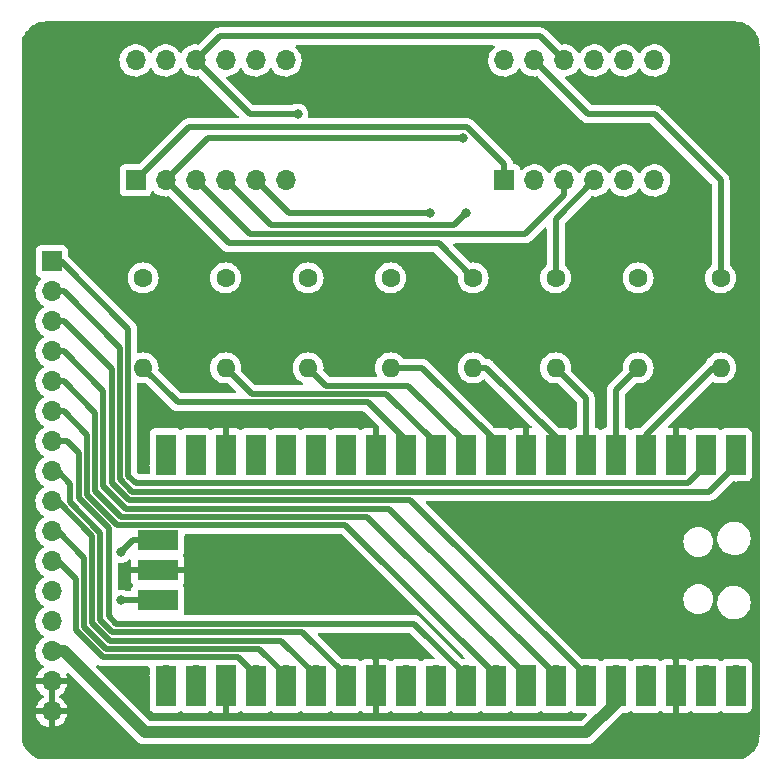
<source format=gtl>
%TF.GenerationSoftware,KiCad,Pcbnew,(6.0.4)*%
%TF.CreationDate,2022-08-14T09:33:52+08:00*%
%TF.ProjectId,led_clock_board,6c65645f-636c-46f6-936b-5f626f617264,rev?*%
%TF.SameCoordinates,Original*%
%TF.FileFunction,Copper,L1,Top*%
%TF.FilePolarity,Positive*%
%FSLAX46Y46*%
G04 Gerber Fmt 4.6, Leading zero omitted, Abs format (unit mm)*
G04 Created by KiCad (PCBNEW (6.0.4)) date 2022-08-14 09:33:52*
%MOMM*%
%LPD*%
G01*
G04 APERTURE LIST*
%TA.AperFunction,ComponentPad*%
%ADD10R,1.700000X1.700000*%
%TD*%
%TA.AperFunction,ComponentPad*%
%ADD11O,1.700000X1.700000*%
%TD*%
%TA.AperFunction,ComponentPad*%
%ADD12C,1.600000*%
%TD*%
%TA.AperFunction,ComponentPad*%
%ADD13O,1.600000X1.600000*%
%TD*%
%TA.AperFunction,SMDPad,CuDef*%
%ADD14R,1.700000X3.500000*%
%TD*%
%TA.AperFunction,SMDPad,CuDef*%
%ADD15R,3.500000X1.700000*%
%TD*%
%TA.AperFunction,ViaPad*%
%ADD16C,0.800000*%
%TD*%
%TA.AperFunction,Conductor*%
%ADD17C,0.500000*%
%TD*%
%TA.AperFunction,Conductor*%
%ADD18C,1.000000*%
%TD*%
G04 APERTURE END LIST*
D10*
%TO.P,LED_SEG2,1,E*%
%TO.N,/SEG_E*%
X158225000Y-91440000D03*
D11*
%TO.P,LED_SEG2,2,D*%
%TO.N,/SEG_D*%
X160765000Y-91440000D03*
%TO.P,LED_SEG2,3,DP*%
%TO.N,/SEG_DP*%
X163305000Y-91440000D03*
%TO.P,LED_SEG2,4,C*%
%TO.N,/SEG_C*%
X165845000Y-91440000D03*
%TO.P,LED_SEG2,5,G*%
%TO.N,/SEG_G*%
X168385000Y-91440000D03*
%TO.P,LED_SEG2,6,4*%
%TO.N,/DIG_8*%
X170925000Y-91440000D03*
%TO.P,LED_SEG2,7,B*%
%TO.N,/SEG_B*%
X170925000Y-81280000D03*
%TO.P,LED_SEG2,8,3*%
%TO.N,/DIG_7*%
X168385000Y-81280000D03*
%TO.P,LED_SEG2,9,2*%
%TO.N,/DIG_6*%
X165845000Y-81280000D03*
%TO.P,LED_SEG2,10,F*%
%TO.N,/SEG_F*%
X163305000Y-81280000D03*
%TO.P,LED_SEG2,11,A*%
%TO.N,/SEG_A*%
X160765000Y-81280000D03*
%TO.P,LED_SEG2,12,1*%
%TO.N,/DIG_5*%
X158225000Y-81280000D03*
%TD*%
D12*
%TO.P,R4,1*%
%TO.N,/SEG_D*%
X155575000Y-99695000D03*
D13*
%TO.P,R4,2*%
%TO.N,Net-(R4-Pad2)*%
X155575000Y-107315000D03*
%TD*%
D12*
%TO.P,R3,1*%
%TO.N,/SEG_C*%
X162560000Y-99695000D03*
D13*
%TO.P,R3,2*%
%TO.N,Net-(R3-Pad2)*%
X162560000Y-107315000D03*
%TD*%
D11*
%TO.P,J1,16,Pin_16*%
%TO.N,GND*%
X119888000Y-136398000D03*
%TO.P,J1,15,Pin_15*%
X119888000Y-133858000D03*
%TO.P,J1,14,Pin_14*%
%TO.N,+3V3*%
X119888000Y-131318000D03*
%TO.P,J1,13,Pin_13*%
%TO.N,/SWDIO*%
X119888000Y-128778000D03*
%TO.P,J1,12,Pin_12*%
%TO.N,/SWCLK*%
X119888000Y-126238000D03*
%TO.P,J1,11,Pin_11*%
%TO.N,Net-(J1-Pad11)*%
X119888000Y-123698000D03*
%TO.P,J1,10,Pin_10*%
%TO.N,Net-(J1-Pad10)*%
X119888000Y-121158000D03*
%TO.P,J1,9,Pin_9*%
%TO.N,Net-(J1-Pad9)*%
X119888000Y-118618000D03*
%TO.P,J1,8,Pin_8*%
%TO.N,Net-(J1-Pad8)*%
X119888000Y-116078000D03*
%TO.P,J1,7,Pin_7*%
%TO.N,Net-(J1-Pad7)*%
X119888000Y-113538000D03*
%TO.P,J1,6,Pin_6*%
%TO.N,Net-(J1-Pad6)*%
X119888000Y-110998000D03*
%TO.P,J1,5,Pin_5*%
%TO.N,Net-(J1-Pad5)*%
X119888000Y-108458000D03*
%TO.P,J1,4,Pin_4*%
%TO.N,Net-(J1-Pad4)*%
X119888000Y-105918000D03*
%TO.P,J1,3,Pin_3*%
%TO.N,Net-(J1-Pad3)*%
X119888000Y-103378000D03*
%TO.P,J1,2,Pin_2*%
%TO.N,/GPIO0*%
X119888000Y-100838000D03*
D10*
%TO.P,J1,1,Pin_1*%
%TO.N,/GPIO1*%
X119888000Y-98298000D03*
%TD*%
D12*
%TO.P,R1,1*%
%TO.N,/SEG_A*%
X176530000Y-99695000D03*
D13*
%TO.P,R1,2*%
%TO.N,Net-(R1-Pad2)*%
X176530000Y-107315000D03*
%TD*%
D12*
%TO.P,R6,1*%
%TO.N,/SEG_F*%
X141605000Y-99695000D03*
D13*
%TO.P,R6,2*%
%TO.N,Net-(R6-Pad2)*%
X141605000Y-107315000D03*
%TD*%
D14*
%TO.P,U1,1,GPIO0*%
%TO.N,/GPIO0*%
X177800000Y-114670000D03*
D11*
X177800000Y-115570000D03*
%TO.P,U1,2,GPIO1*%
%TO.N,/GPIO1*%
X175260000Y-115570000D03*
D14*
X175260000Y-114670000D03*
D10*
%TO.P,U1,3,GND*%
%TO.N,GND*%
X172720000Y-115570000D03*
D14*
X172720000Y-114670000D03*
D11*
%TO.P,U1,4,GPIO2*%
%TO.N,Net-(R1-Pad2)*%
X170180000Y-115570000D03*
D14*
X170180000Y-114670000D03*
%TO.P,U1,5,GPIO3*%
%TO.N,Net-(R2-Pad2)*%
X167640000Y-114670000D03*
D11*
X167640000Y-115570000D03*
D14*
%TO.P,U1,6,GPIO4*%
%TO.N,Net-(R3-Pad2)*%
X165100000Y-114670000D03*
D11*
X165100000Y-115570000D03*
%TO.P,U1,7,GPIO5*%
%TO.N,Net-(R4-Pad2)*%
X162560000Y-115570000D03*
D14*
X162560000Y-114670000D03*
D10*
%TO.P,U1,8,GND*%
%TO.N,GND*%
X160020000Y-115570000D03*
D14*
X160020000Y-114670000D03*
%TO.P,U1,9,GPIO6*%
%TO.N,Net-(R5-Pad2)*%
X157480000Y-114670000D03*
D11*
X157480000Y-115570000D03*
%TO.P,U1,10,GPIO7*%
%TO.N,Net-(R6-Pad2)*%
X154940000Y-115570000D03*
D14*
X154940000Y-114670000D03*
%TO.P,U1,11,GPIO8*%
%TO.N,Net-(R7-Pad2)*%
X152400000Y-114670000D03*
D11*
X152400000Y-115570000D03*
D14*
%TO.P,U1,12,GPIO9*%
%TO.N,Net-(R8-Pad2)*%
X149860000Y-114670000D03*
D11*
X149860000Y-115570000D03*
D10*
%TO.P,U1,13,GND*%
%TO.N,GND*%
X147320000Y-115570000D03*
D14*
X147320000Y-114670000D03*
%TO.P,U1,14,GPIO10*%
%TO.N,/DIG_8*%
X144780000Y-114670000D03*
D11*
X144780000Y-115570000D03*
%TO.P,U1,15,GPIO11*%
%TO.N,/DIG_7*%
X142240000Y-115570000D03*
D14*
X142240000Y-114670000D03*
D11*
%TO.P,U1,16,GPIO12*%
%TO.N,/DIG_6*%
X139700000Y-115570000D03*
D14*
X139700000Y-114670000D03*
%TO.P,U1,17,GPIO13*%
%TO.N,/DIG_5*%
X137160000Y-114670000D03*
D11*
X137160000Y-115570000D03*
D10*
%TO.P,U1,18,GND*%
%TO.N,GND*%
X134620000Y-115570000D03*
D14*
X134620000Y-114670000D03*
%TO.P,U1,19,GPIO14*%
%TO.N,/DIG_4*%
X132080000Y-114670000D03*
D11*
X132080000Y-115570000D03*
D14*
%TO.P,U1,20,GPIO15*%
%TO.N,/DIG_3*%
X129540000Y-114670000D03*
D11*
X129540000Y-115570000D03*
%TO.P,U1,21,GPIO16*%
%TO.N,/DIG_2*%
X129540000Y-133350000D03*
D14*
X129540000Y-134250000D03*
%TO.P,U1,22,GPIO17*%
%TO.N,/DIG_1*%
X132080000Y-134250000D03*
D11*
X132080000Y-133350000D03*
D10*
%TO.P,U1,23,GND*%
%TO.N,GND*%
X134620000Y-133350000D03*
D14*
X134620000Y-134250000D03*
%TO.P,U1,24,GPIO18*%
%TO.N,Net-(J1-Pad11)*%
X137160000Y-134250000D03*
D11*
X137160000Y-133350000D03*
%TO.P,U1,25,GPIO19*%
%TO.N,Net-(J1-Pad10)*%
X139700000Y-133350000D03*
D14*
X139700000Y-134250000D03*
%TO.P,U1,26,GPIO20*%
%TO.N,Net-(J1-Pad9)*%
X142240000Y-134250000D03*
D11*
X142240000Y-133350000D03*
%TO.P,U1,27,GPIO21*%
%TO.N,Net-(J1-Pad8)*%
X144780000Y-133350000D03*
D14*
X144780000Y-134250000D03*
D10*
%TO.P,U1,28,GND*%
%TO.N,GND*%
X147320000Y-133350000D03*
D14*
X147320000Y-134250000D03*
%TO.P,U1,29,GPIO22*%
%TO.N,unconnected-(U1-Pad29)*%
X149860000Y-134250000D03*
D11*
X149860000Y-133350000D03*
%TO.P,U1,30,RUN*%
%TO.N,unconnected-(U1-Pad30)*%
X152400000Y-133350000D03*
D14*
X152400000Y-134250000D03*
D11*
%TO.P,U1,31,GPIO26_ADC0*%
%TO.N,Net-(J1-Pad7)*%
X154940000Y-133350000D03*
D14*
X154940000Y-134250000D03*
%TO.P,U1,32,GPIO27_ADC1*%
%TO.N,Net-(J1-Pad6)*%
X157480000Y-134250000D03*
D11*
X157480000Y-133350000D03*
D10*
%TO.P,U1,33,AGND*%
%TO.N,Net-(J1-Pad5)*%
X160020000Y-133350000D03*
D14*
X160020000Y-134250000D03*
D11*
%TO.P,U1,34,GPIO28_ADC2*%
%TO.N,Net-(J1-Pad4)*%
X162560000Y-133350000D03*
D14*
X162560000Y-134250000D03*
D11*
%TO.P,U1,35,ADC_VREF*%
%TO.N,Net-(J1-Pad3)*%
X165100000Y-133350000D03*
D14*
X165100000Y-134250000D03*
%TO.P,U1,36,3V3*%
%TO.N,+3V3*%
X167640000Y-134250000D03*
D11*
X167640000Y-133350000D03*
%TO.P,U1,37,3V3_EN*%
%TO.N,unconnected-(U1-Pad37)*%
X170180000Y-133350000D03*
D14*
X170180000Y-134250000D03*
%TO.P,U1,38,GND*%
%TO.N,GND*%
X172720000Y-134250000D03*
D10*
X172720000Y-133350000D03*
D14*
%TO.P,U1,39,VSYS*%
%TO.N,unconnected-(U1-Pad39)*%
X175260000Y-134250000D03*
D11*
X175260000Y-133350000D03*
%TO.P,U1,40,VBUS*%
%TO.N,unconnected-(U1-Pad40)*%
X177800000Y-133350000D03*
D14*
X177800000Y-134250000D03*
D15*
%TO.P,U1,41,SWCLK*%
%TO.N,/SWCLK*%
X128870000Y-121920000D03*
D11*
X129770000Y-121920000D03*
D15*
%TO.P,U1,42,GND*%
%TO.N,GND*%
X128870000Y-124460000D03*
D10*
X129770000Y-124460000D03*
D15*
%TO.P,U1,43,SWDIO*%
%TO.N,/SWDIO*%
X128870000Y-127000000D03*
D11*
X129770000Y-127000000D03*
%TD*%
D12*
%TO.P,R8,1*%
%TO.N,/SEG_DP*%
X127635000Y-99695000D03*
D13*
%TO.P,R8,2*%
%TO.N,Net-(R8-Pad2)*%
X127635000Y-107315000D03*
%TD*%
D12*
%TO.P,R7,1*%
%TO.N,/SEG_G*%
X134620000Y-99695000D03*
D13*
%TO.P,R7,2*%
%TO.N,Net-(R7-Pad2)*%
X134620000Y-107315000D03*
%TD*%
D10*
%TO.P,LED_SEG1,1,E*%
%TO.N,/SEG_E*%
X127000000Y-91440000D03*
D11*
%TO.P,LED_SEG1,2,D*%
%TO.N,/SEG_D*%
X129540000Y-91440000D03*
%TO.P,LED_SEG1,3,DP*%
%TO.N,/SEG_DP*%
X132080000Y-91440000D03*
%TO.P,LED_SEG1,4,C*%
%TO.N,/SEG_C*%
X134620000Y-91440000D03*
%TO.P,LED_SEG1,5,G*%
%TO.N,/SEG_G*%
X137160000Y-91440000D03*
%TO.P,LED_SEG1,6,4*%
%TO.N,/DIG_4*%
X139700000Y-91440000D03*
%TO.P,LED_SEG1,7,B*%
%TO.N,/SEG_B*%
X139700000Y-81280000D03*
%TO.P,LED_SEG1,8,3*%
%TO.N,/DIG_3*%
X137160000Y-81280000D03*
%TO.P,LED_SEG1,9,2*%
%TO.N,/DIG_2*%
X134620000Y-81280000D03*
%TO.P,LED_SEG1,10,F*%
%TO.N,/SEG_F*%
X132080000Y-81280000D03*
%TO.P,LED_SEG1,11,A*%
%TO.N,/SEG_A*%
X129540000Y-81280000D03*
%TO.P,LED_SEG1,12,1*%
%TO.N,/DIG_1*%
X127000000Y-81280000D03*
%TD*%
D12*
%TO.P,R5,1*%
%TO.N,/SEG_E*%
X148590000Y-99695000D03*
D13*
%TO.P,R5,2*%
%TO.N,Net-(R5-Pad2)*%
X148590000Y-107315000D03*
%TD*%
D12*
%TO.P,R2,1*%
%TO.N,/SEG_B*%
X169545000Y-99695000D03*
D13*
%TO.P,R2,2*%
%TO.N,Net-(R2-Pad2)*%
X169545000Y-107315000D03*
%TD*%
D16*
%TO.N,GND*%
X170180000Y-127000000D03*
%TO.N,/SEG_D*%
X154686000Y-87884000D03*
%TO.N,/SEG_C*%
X154940000Y-94234000D03*
%TO.N,/SEG_G*%
X151892000Y-94234000D03*
%TO.N,/SEG_F*%
X140716000Y-85852000D03*
%TO.N,/SWCLK*%
X125730000Y-122936000D03*
%TO.N,/SWDIO*%
X125730000Y-127000000D03*
%TD*%
D17*
%TO.N,/SEG_C*%
X134620000Y-91440000D02*
X138430000Y-95250000D01*
X138430000Y-95250000D02*
X153924000Y-95250000D01*
X153924000Y-95250000D02*
X154940000Y-94234000D01*
%TO.N,/SEG_G*%
X139954000Y-94234000D02*
X151892000Y-94234000D01*
X137160000Y-91440000D02*
X139954000Y-94234000D01*
%TO.N,/SEG_D*%
X129540000Y-91440000D02*
X134874000Y-96774000D01*
X134874000Y-96774000D02*
X152654000Y-96774000D01*
X152654000Y-96774000D02*
X155575000Y-99695000D01*
%TO.N,/SEG_DP*%
X132080000Y-91440000D02*
X136652000Y-96012000D01*
X136652000Y-96012000D02*
X159935081Y-96012000D01*
X159935081Y-96012000D02*
X163305000Y-92642081D01*
X163305000Y-92642081D02*
X163305000Y-91440000D01*
%TO.N,/SEG_A*%
X160765000Y-81280000D02*
X165337000Y-85852000D01*
X165337000Y-85852000D02*
X170942000Y-85852000D01*
X176530000Y-91440000D02*
X176530000Y-99695000D01*
X170942000Y-85852000D02*
X176530000Y-91440000D01*
%TO.N,/GPIO1*%
X175260000Y-115570000D02*
X173736000Y-117094000D01*
X173736000Y-117094000D02*
X127000005Y-117094000D01*
X127000005Y-117094000D02*
X126371065Y-116465060D01*
X126371065Y-116465060D02*
X126371065Y-104019065D01*
X126371065Y-104019065D02*
X120650000Y-98298000D01*
X120650000Y-98298000D02*
X119888000Y-98298000D01*
%TO.N,Net-(R1-Pad2)*%
X176530000Y-107315000D02*
X175895000Y-107315000D01*
X170180000Y-113030000D02*
X170180000Y-115570000D01*
X175895000Y-107315000D02*
X170180000Y-113030000D01*
%TO.N,Net-(R2-Pad2)*%
X169545000Y-107315000D02*
X167640000Y-109220000D01*
X167640000Y-109220000D02*
X167640000Y-115570000D01*
%TO.N,Net-(R6-Pad2)*%
X154940000Y-113710978D02*
X154940000Y-115570000D01*
X150066001Y-108836979D02*
X154940000Y-113710978D01*
X143126979Y-108836979D02*
X150066001Y-108836979D01*
%TO.N,Net-(R8-Pad2)*%
X130556000Y-110236000D02*
X146655127Y-110236000D01*
X146655127Y-110236000D02*
X149860000Y-113440873D01*
%TO.N,Net-(R6-Pad2)*%
X141605000Y-107315000D02*
X143126979Y-108836979D01*
%TO.N,Net-(R7-Pad2)*%
X152400000Y-113710978D02*
X152400000Y-115570000D01*
X148225511Y-109536489D02*
X152400000Y-113710978D01*
X136841489Y-109536489D02*
X148225511Y-109536489D01*
%TO.N,Net-(R8-Pad2)*%
X149860000Y-113440873D02*
X149860000Y-115570000D01*
%TO.N,Net-(R7-Pad2)*%
X134620000Y-107315000D02*
X136841489Y-109536489D01*
%TO.N,Net-(R8-Pad2)*%
X127635000Y-107315000D02*
X130556000Y-110236000D01*
D18*
%TO.N,+3V3*%
X167640000Y-133350000D02*
X167640000Y-135709022D01*
X167640000Y-135709022D02*
X165173022Y-138176000D01*
X127762000Y-138176000D02*
X120904000Y-131318000D01*
X165173022Y-138176000D02*
X127762000Y-138176000D01*
X120904000Y-131318000D02*
X119888000Y-131318000D01*
D17*
%TO.N,Net-(J1-Pad7)*%
X122174000Y-118364000D02*
X122174000Y-114554000D01*
X122174000Y-114554000D02*
X121158000Y-113538000D01*
X124718043Y-120908043D02*
X122174000Y-118364000D01*
X124718043Y-128346841D02*
X124718043Y-120908043D01*
X125336672Y-128965470D02*
X124718043Y-128346841D01*
%TO.N,Net-(J1-Pad8)*%
X124018533Y-121251275D02*
X121441511Y-118674253D01*
X121441511Y-118674253D02*
X121441511Y-117123511D01*
X121441511Y-117123511D02*
X120396000Y-116078000D01*
X124018533Y-128636588D02*
X124018533Y-121251275D01*
X125046926Y-129664981D02*
X124018533Y-128636588D01*
X141094981Y-129664981D02*
X125046926Y-129664981D01*
%TO.N,Net-(J1-Pad9)*%
X123319022Y-121541022D02*
X120396000Y-118618000D01*
%TO.N,Net-(J1-Pad10)*%
X122619511Y-123381511D02*
X120396000Y-121158000D01*
%TO.N,Net-(J1-Pad11)*%
X121920000Y-129505830D02*
X121920000Y-125222000D01*
X121920000Y-125222000D02*
X120396000Y-123698000D01*
%TO.N,Net-(J1-Pad9)*%
X120396000Y-118618000D02*
X119888000Y-118618000D01*
X123319022Y-128926336D02*
X123319022Y-121541022D01*
X124819666Y-130426980D02*
X123319022Y-128926336D01*
X142240000Y-133350000D02*
X139316980Y-130426980D01*
X139316980Y-130426980D02*
X124819666Y-130426980D01*
%TO.N,Net-(J1-Pad7)*%
X154940000Y-133350000D02*
X150555470Y-128965470D01*
X121158000Y-113538000D02*
X119888000Y-113538000D01*
%TO.N,Net-(J1-Pad8)*%
X144780000Y-133350000D02*
X141094981Y-129664981D01*
%TO.N,Net-(J1-Pad10)*%
X122619511Y-129216083D02*
X122619511Y-123381511D01*
X124529919Y-131126491D02*
X122619511Y-129216083D01*
X139700000Y-133350000D02*
X137476491Y-131126491D01*
X137476491Y-131126491D02*
X124529919Y-131126491D01*
X120396000Y-121158000D02*
X119888000Y-121158000D01*
%TO.N,Net-(J1-Pad4)*%
X148431467Y-119221467D02*
X126159698Y-119221467D01*
%TO.N,Net-(J1-Pad8)*%
X120396000Y-116078000D02*
X119888000Y-116078000D01*
%TO.N,Net-(J1-Pad6)*%
X120904000Y-110998000D02*
X119888000Y-110998000D01*
%TO.N,Net-(J1-Pad11)*%
X137160000Y-133350000D02*
X135636002Y-131826002D01*
X135636002Y-131826002D02*
X124240172Y-131826002D01*
%TO.N,/GPIO0*%
X125671553Y-116754806D02*
X125671553Y-105605553D01*
X125671553Y-105605553D02*
X120904000Y-100838000D01*
X120904000Y-100838000D02*
X119888000Y-100838000D01*
%TO.N,Net-(J1-Pad7)*%
X150555470Y-128965470D02*
X125336672Y-128965470D01*
%TO.N,Net-(J1-Pad4)*%
X124272533Y-117334302D02*
X124272533Y-109286533D01*
%TO.N,Net-(J1-Pad3)*%
X150271957Y-118521957D02*
X165100000Y-133350000D01*
%TO.N,Net-(J1-Pad11)*%
X120396000Y-123698000D02*
X119888000Y-123698000D01*
X124240172Y-131826002D02*
X121920000Y-129505830D01*
%TO.N,Net-(J1-Pad6)*%
X157480000Y-133350000D02*
X144750489Y-120620489D01*
X144750489Y-120620489D02*
X125446489Y-120620489D01*
X125446489Y-120620489D02*
X122873511Y-118047511D01*
X122873511Y-118047511D02*
X122873510Y-112967510D01*
X122873510Y-112967510D02*
X120904000Y-110998000D01*
%TO.N,Net-(J1-Pad5)*%
X160020000Y-133350000D02*
X146590978Y-119920978D01*
X146590978Y-119920978D02*
X125762978Y-119920978D01*
X125762978Y-119920978D02*
X123573022Y-117731022D01*
X123573022Y-117731022D02*
X123573022Y-111127022D01*
X123573022Y-111127022D02*
X120904000Y-108458000D01*
X120904000Y-108458000D02*
X119888000Y-108458000D01*
%TO.N,Net-(J1-Pad4)*%
X162560000Y-133350000D02*
X148431467Y-119221467D01*
X126159698Y-119221467D02*
X124272533Y-117334302D01*
X124272533Y-109286533D02*
X120904000Y-105918000D01*
X120904000Y-105918000D02*
X119888000Y-105918000D01*
%TO.N,Net-(J1-Pad3)*%
X119888000Y-103378000D02*
X120904000Y-103378000D01*
X120904000Y-103378000D02*
X124972044Y-107446044D01*
X124972044Y-107446044D02*
X124972044Y-117044555D01*
X124972044Y-117044555D02*
X126449445Y-118521956D01*
X126449445Y-118521956D02*
X150271957Y-118521957D01*
%TO.N,/GPIO0*%
X177800000Y-115570000D02*
X175576490Y-117793510D01*
X175576490Y-117793510D02*
X126710258Y-117793511D01*
X126710258Y-117793511D02*
X125671553Y-116754806D01*
%TO.N,/SWDIO*%
X129770000Y-127000000D02*
X125730000Y-127000000D01*
%TO.N,/SWCLK*%
X129770000Y-121920000D02*
X126746000Y-121920000D01*
X126746000Y-121920000D02*
X125730000Y-122936000D01*
%TO.N,Net-(R3-Pad2)*%
X165100000Y-109855000D02*
X165100000Y-115570000D01*
X162560000Y-107315000D02*
X165100000Y-109855000D01*
%TO.N,/SEG_E*%
X155079297Y-86934499D02*
X158225000Y-90080202D01*
X127000000Y-91440000D02*
X131505501Y-86934499D01*
X158225000Y-90080202D02*
X158225000Y-91440000D01*
X131505501Y-86934499D02*
X155079297Y-86934499D01*
%TO.N,/SEG_D*%
X129540000Y-91440000D02*
X133096000Y-87884000D01*
X133096000Y-87884000D02*
X154686000Y-87884000D01*
%TO.N,/SEG_C*%
X162560000Y-99695000D02*
X162560000Y-94725000D01*
X162560000Y-94725000D02*
X165845000Y-91440000D01*
%TO.N,/SEG_F*%
X132080000Y-81280000D02*
X136652000Y-85852000D01*
X132080000Y-81280000D02*
X134112000Y-79248000D01*
X134112000Y-79248000D02*
X161273000Y-79248000D01*
X161273000Y-79248000D02*
X163305000Y-81280000D01*
X136652000Y-85852000D02*
X140716000Y-85852000D01*
%TO.N,Net-(R4-Pad2)*%
X162560000Y-113168630D02*
X162560000Y-115570000D01*
X156706370Y-107315000D02*
X162560000Y-113168630D01*
X155575000Y-107315000D02*
X156706370Y-107315000D01*
%TO.N,Net-(R5-Pad2)*%
X157480000Y-113538000D02*
X157480000Y-115570000D01*
X151257000Y-107315000D02*
X157480000Y-113538000D01*
X148590000Y-107315000D02*
X151257000Y-107315000D01*
%TD*%
%TA.AperFunction,Conductor*%
%TO.N,GND*%
G36*
X177770018Y-77980000D02*
G01*
X177784851Y-77982310D01*
X177784855Y-77982310D01*
X177793724Y-77983691D01*
X177802626Y-77982527D01*
X177802629Y-77982527D01*
X177810012Y-77981561D01*
X177834591Y-77980767D01*
X177861442Y-77982527D01*
X178056922Y-77995340D01*
X178073262Y-77997491D01*
X178195478Y-78021801D01*
X178317696Y-78046112D01*
X178333606Y-78050375D01*
X178569600Y-78130484D01*
X178584826Y-78136791D01*
X178808342Y-78247016D01*
X178822616Y-78255257D01*
X179029829Y-78393713D01*
X179042905Y-78403746D01*
X179230278Y-78568068D01*
X179241932Y-78579722D01*
X179406254Y-78767095D01*
X179416287Y-78780171D01*
X179554743Y-78987384D01*
X179562984Y-79001658D01*
X179673209Y-79225174D01*
X179679515Y-79240398D01*
X179759625Y-79476394D01*
X179763889Y-79492307D01*
X179812509Y-79736738D01*
X179814660Y-79753078D01*
X179828763Y-79968236D01*
X179827733Y-79991350D01*
X179827690Y-79994854D01*
X179826309Y-80003724D01*
X179827473Y-80012626D01*
X179827473Y-80012628D01*
X179830436Y-80035283D01*
X179831500Y-80051621D01*
X179831500Y-138380633D01*
X179830000Y-138400018D01*
X179827690Y-138414851D01*
X179827690Y-138414855D01*
X179826309Y-138423724D01*
X179827473Y-138432626D01*
X179827473Y-138432629D01*
X179828439Y-138440012D01*
X179829233Y-138464591D01*
X179814660Y-138686922D01*
X179812509Y-138703262D01*
X179767118Y-138931462D01*
X179763889Y-138947693D01*
X179759625Y-138963606D01*
X179683184Y-139188794D01*
X179679516Y-139199600D01*
X179673209Y-139214826D01*
X179562984Y-139438342D01*
X179554743Y-139452616D01*
X179416287Y-139659829D01*
X179406254Y-139672905D01*
X179241932Y-139860278D01*
X179230278Y-139871932D01*
X179042905Y-140036254D01*
X179029829Y-140046287D01*
X178822616Y-140184743D01*
X178808342Y-140192984D01*
X178584826Y-140303209D01*
X178569602Y-140309515D01*
X178333606Y-140389625D01*
X178317696Y-140393888D01*
X178195478Y-140418199D01*
X178073262Y-140442509D01*
X178056922Y-140444660D01*
X177908134Y-140454413D01*
X177841763Y-140458763D01*
X177818650Y-140457733D01*
X177815146Y-140457690D01*
X177806276Y-140456309D01*
X177797374Y-140457473D01*
X177797372Y-140457473D01*
X177783915Y-140459233D01*
X177774714Y-140460436D01*
X177758379Y-140461500D01*
X119429367Y-140461500D01*
X119409982Y-140460000D01*
X119395149Y-140457690D01*
X119395145Y-140457690D01*
X119386276Y-140456309D01*
X119377374Y-140457473D01*
X119377371Y-140457473D01*
X119369988Y-140458439D01*
X119345409Y-140459233D01*
X119300799Y-140456309D01*
X119123078Y-140444660D01*
X119106738Y-140442509D01*
X118984522Y-140418199D01*
X118862304Y-140393888D01*
X118846394Y-140389625D01*
X118610398Y-140309515D01*
X118595174Y-140303209D01*
X118371658Y-140192984D01*
X118357384Y-140184743D01*
X118150171Y-140046287D01*
X118137095Y-140036254D01*
X117949722Y-139871932D01*
X117938068Y-139860278D01*
X117773746Y-139672905D01*
X117763713Y-139659829D01*
X117625257Y-139452616D01*
X117617016Y-139438342D01*
X117506791Y-139214826D01*
X117500484Y-139199600D01*
X117496816Y-139188794D01*
X117420375Y-138963606D01*
X117416111Y-138947693D01*
X117412883Y-138931462D01*
X117367491Y-138703262D01*
X117365340Y-138686922D01*
X117351476Y-138475407D01*
X117352650Y-138452232D01*
X117352334Y-138452204D01*
X117352770Y-138447344D01*
X117353576Y-138442552D01*
X117353729Y-138430000D01*
X117349773Y-138402376D01*
X117348500Y-138384514D01*
X117348500Y-136665966D01*
X118556257Y-136665966D01*
X118586565Y-136800446D01*
X118589645Y-136810275D01*
X118669770Y-137007603D01*
X118674413Y-137016794D01*
X118785694Y-137198388D01*
X118791777Y-137206699D01*
X118931213Y-137367667D01*
X118938580Y-137374883D01*
X119102434Y-137510916D01*
X119110881Y-137516831D01*
X119294756Y-137624279D01*
X119304042Y-137628729D01*
X119503001Y-137704703D01*
X119512899Y-137707579D01*
X119616250Y-137728606D01*
X119630299Y-137727410D01*
X119634000Y-137717065D01*
X119634000Y-137716517D01*
X120142000Y-137716517D01*
X120146064Y-137730359D01*
X120159478Y-137732393D01*
X120166184Y-137731534D01*
X120176262Y-137729392D01*
X120380255Y-137668191D01*
X120389842Y-137664433D01*
X120581095Y-137570739D01*
X120589945Y-137565464D01*
X120763328Y-137441792D01*
X120771200Y-137435139D01*
X120922052Y-137284812D01*
X120928730Y-137276965D01*
X121053003Y-137104020D01*
X121058313Y-137095183D01*
X121152670Y-136904267D01*
X121156469Y-136894672D01*
X121218377Y-136690910D01*
X121220555Y-136680837D01*
X121221986Y-136669962D01*
X121219775Y-136655778D01*
X121206617Y-136652000D01*
X120160115Y-136652000D01*
X120144876Y-136656475D01*
X120143671Y-136657865D01*
X120142000Y-136665548D01*
X120142000Y-137716517D01*
X119634000Y-137716517D01*
X119634000Y-136670115D01*
X119629525Y-136654876D01*
X119628135Y-136653671D01*
X119620452Y-136652000D01*
X118571225Y-136652000D01*
X118557694Y-136655973D01*
X118556257Y-136665966D01*
X117348500Y-136665966D01*
X117348500Y-136132183D01*
X118552389Y-136132183D01*
X118553912Y-136140607D01*
X118566292Y-136144000D01*
X119615885Y-136144000D01*
X119631124Y-136139525D01*
X119632329Y-136138135D01*
X119634000Y-136130452D01*
X119634000Y-136125885D01*
X120142000Y-136125885D01*
X120146475Y-136141124D01*
X120147865Y-136142329D01*
X120155548Y-136144000D01*
X121206344Y-136144000D01*
X121219875Y-136140027D01*
X121221180Y-136130947D01*
X121179214Y-135963875D01*
X121175894Y-135954124D01*
X121090972Y-135758814D01*
X121086105Y-135749739D01*
X120970426Y-135570926D01*
X120964136Y-135562757D01*
X120820806Y-135405240D01*
X120813273Y-135398215D01*
X120646139Y-135266222D01*
X120637552Y-135260517D01*
X120600116Y-135239851D01*
X120550146Y-135189419D01*
X120535374Y-135119976D01*
X120560490Y-135053571D01*
X120587842Y-135026964D01*
X120763327Y-134901792D01*
X120771200Y-134895139D01*
X120922052Y-134744812D01*
X120928730Y-134736965D01*
X121053003Y-134564020D01*
X121058313Y-134555183D01*
X121152670Y-134364267D01*
X121156469Y-134354672D01*
X121218377Y-134150910D01*
X121220555Y-134140837D01*
X121221986Y-134129962D01*
X121219775Y-134115778D01*
X121206617Y-134112000D01*
X120160115Y-134112000D01*
X120144876Y-134116475D01*
X120143671Y-134117865D01*
X120142000Y-134125548D01*
X120142000Y-136125885D01*
X119634000Y-136125885D01*
X119634000Y-134130115D01*
X119629525Y-134114876D01*
X119628135Y-134113671D01*
X119620452Y-134112000D01*
X118571225Y-134112000D01*
X118557694Y-134115973D01*
X118556257Y-134125966D01*
X118586565Y-134260446D01*
X118589645Y-134270275D01*
X118669770Y-134467603D01*
X118674413Y-134476794D01*
X118785694Y-134658388D01*
X118791777Y-134666699D01*
X118931213Y-134827667D01*
X118938580Y-134834883D01*
X119102434Y-134970916D01*
X119110881Y-134976831D01*
X119180479Y-135017501D01*
X119229203Y-135069140D01*
X119242274Y-135138923D01*
X119215543Y-135204694D01*
X119175087Y-135238053D01*
X119166462Y-135242542D01*
X119157738Y-135248036D01*
X118987433Y-135375905D01*
X118979726Y-135382748D01*
X118832590Y-135536717D01*
X118826104Y-135544727D01*
X118706098Y-135720649D01*
X118701000Y-135729623D01*
X118611338Y-135922783D01*
X118607775Y-135932470D01*
X118552389Y-136132183D01*
X117348500Y-136132183D01*
X117348500Y-131284695D01*
X118525251Y-131284695D01*
X118525548Y-131289848D01*
X118525548Y-131289851D01*
X118531932Y-131400575D01*
X118538110Y-131507715D01*
X118539247Y-131512761D01*
X118539248Y-131512767D01*
X118563304Y-131619508D01*
X118587222Y-131725639D01*
X118607836Y-131776405D01*
X118661893Y-131909532D01*
X118671266Y-131932616D01*
X118787987Y-132123088D01*
X118934250Y-132291938D01*
X119106126Y-132434632D01*
X119135619Y-132451866D01*
X119179955Y-132477774D01*
X119228679Y-132529412D01*
X119241750Y-132599195D01*
X119215019Y-132664967D01*
X119174562Y-132698327D01*
X119166457Y-132702546D01*
X119157738Y-132708036D01*
X118987433Y-132835905D01*
X118979726Y-132842748D01*
X118832590Y-132996717D01*
X118826104Y-133004727D01*
X118706098Y-133180649D01*
X118701000Y-133189623D01*
X118611338Y-133382783D01*
X118607775Y-133392470D01*
X118552389Y-133592183D01*
X118553912Y-133600607D01*
X118566292Y-133604000D01*
X121206344Y-133604000D01*
X121219875Y-133600027D01*
X121221180Y-133590947D01*
X121179214Y-133423875D01*
X121175894Y-133414123D01*
X121134342Y-133318558D01*
X121125523Y-133248111D01*
X121156189Y-133184079D01*
X121216606Y-133146792D01*
X121287591Y-133148088D01*
X121338985Y-133179220D01*
X123880415Y-135720649D01*
X127005145Y-138845379D01*
X127014247Y-138855522D01*
X127037968Y-138885025D01*
X127042696Y-138888992D01*
X127076421Y-138917291D01*
X127080070Y-138920473D01*
X127081883Y-138922117D01*
X127084075Y-138924309D01*
X127117276Y-138951580D01*
X127118164Y-138952318D01*
X127131627Y-138963614D01*
X127184753Y-139008193D01*
X127184756Y-139008195D01*
X127189474Y-139012154D01*
X127194147Y-139014723D01*
X127198262Y-139018103D01*
X127203691Y-139021014D01*
X127203694Y-139021016D01*
X127280180Y-139062028D01*
X127281338Y-139062657D01*
X127357388Y-139104465D01*
X127362787Y-139107433D01*
X127367865Y-139109044D01*
X127372563Y-139111563D01*
X127461498Y-139138753D01*
X127462702Y-139139128D01*
X127551306Y-139167235D01*
X127556597Y-139167828D01*
X127561698Y-139169388D01*
X127654311Y-139178795D01*
X127655431Y-139178915D01*
X127705227Y-139184500D01*
X127708756Y-139184500D01*
X127709739Y-139184555D01*
X127715426Y-139185003D01*
X127735683Y-139187060D01*
X127752336Y-139188752D01*
X127752339Y-139188752D01*
X127758463Y-139189374D01*
X127804112Y-139185059D01*
X127815969Y-139184500D01*
X165111179Y-139184500D01*
X165124786Y-139185237D01*
X165156284Y-139188659D01*
X165156289Y-139188659D01*
X165162410Y-139189324D01*
X165188660Y-139187027D01*
X165212410Y-139184950D01*
X165217236Y-139184621D01*
X165219708Y-139184500D01*
X165222791Y-139184500D01*
X165234760Y-139183326D01*
X165265528Y-139180310D01*
X165266841Y-139180188D01*
X165311106Y-139176315D01*
X165359435Y-139172087D01*
X165364554Y-139170600D01*
X165369855Y-139170080D01*
X165458856Y-139143209D01*
X165459989Y-139142874D01*
X165543436Y-139118630D01*
X165543440Y-139118628D01*
X165549358Y-139116909D01*
X165554090Y-139114456D01*
X165559191Y-139112916D01*
X165571382Y-139106434D01*
X165641282Y-139069269D01*
X165642448Y-139068657D01*
X165719475Y-139028729D01*
X165724948Y-139025892D01*
X165729111Y-139022569D01*
X165733818Y-139020066D01*
X165740019Y-139015009D01*
X165748376Y-139008193D01*
X165805940Y-138961245D01*
X165806796Y-138960554D01*
X165845995Y-138929262D01*
X165848499Y-138926758D01*
X165849217Y-138926116D01*
X165853550Y-138922415D01*
X165887084Y-138895065D01*
X165916310Y-138859737D01*
X165924299Y-138850958D01*
X168229851Y-136545405D01*
X168292163Y-136511380D01*
X168318946Y-136508500D01*
X168538134Y-136508500D01*
X168600316Y-136501745D01*
X168736705Y-136450615D01*
X168834436Y-136377370D01*
X168900941Y-136352522D01*
X168970324Y-136367575D01*
X168985562Y-136377368D01*
X169083295Y-136450615D01*
X169219684Y-136501745D01*
X169281866Y-136508500D01*
X171078134Y-136508500D01*
X171140316Y-136501745D01*
X171276705Y-136450615D01*
X171343677Y-136400422D01*
X171374852Y-136377058D01*
X171441358Y-136352210D01*
X171510741Y-136367263D01*
X171525982Y-136377058D01*
X171616351Y-136444786D01*
X171631946Y-136453324D01*
X171752394Y-136498478D01*
X171767649Y-136502105D01*
X171818514Y-136507631D01*
X171825328Y-136508000D01*
X172447885Y-136508000D01*
X172463124Y-136503525D01*
X172464329Y-136502135D01*
X172466000Y-136494452D01*
X172466000Y-136489884D01*
X172974000Y-136489884D01*
X172978475Y-136505123D01*
X172979865Y-136506328D01*
X172987548Y-136507999D01*
X173614669Y-136507999D01*
X173621490Y-136507629D01*
X173672352Y-136502105D01*
X173687604Y-136498479D01*
X173808054Y-136453324D01*
X173823649Y-136444786D01*
X173914018Y-136377058D01*
X173980525Y-136352210D01*
X174049907Y-136367263D01*
X174065148Y-136377058D01*
X174096323Y-136400422D01*
X174163295Y-136450615D01*
X174299684Y-136501745D01*
X174361866Y-136508500D01*
X176158134Y-136508500D01*
X176220316Y-136501745D01*
X176356705Y-136450615D01*
X176454436Y-136377370D01*
X176520941Y-136352522D01*
X176590324Y-136367575D01*
X176605562Y-136377368D01*
X176703295Y-136450615D01*
X176839684Y-136501745D01*
X176901866Y-136508500D01*
X178698134Y-136508500D01*
X178760316Y-136501745D01*
X178896705Y-136450615D01*
X179013261Y-136363261D01*
X179100615Y-136246705D01*
X179151745Y-136110316D01*
X179158500Y-136048134D01*
X179158500Y-133447856D01*
X179159578Y-133431409D01*
X179161092Y-133419908D01*
X179161529Y-133416590D01*
X179163156Y-133350000D01*
X179158924Y-133298524D01*
X179158500Y-133288200D01*
X179158500Y-132451866D01*
X179151745Y-132389684D01*
X179100615Y-132253295D01*
X179013261Y-132136739D01*
X178896705Y-132049385D01*
X178760316Y-131998255D01*
X178698134Y-131991500D01*
X177814985Y-131991500D01*
X177813446Y-131991491D01*
X177710081Y-131990228D01*
X177710079Y-131990228D01*
X177704911Y-131990165D01*
X177699797Y-131990948D01*
X177696289Y-131991193D01*
X177687496Y-131991500D01*
X176901866Y-131991500D01*
X176839684Y-131998255D01*
X176703295Y-132049385D01*
X176610823Y-132118689D01*
X176605565Y-132122630D01*
X176539059Y-132147478D01*
X176469676Y-132132425D01*
X176454435Y-132122630D01*
X176449177Y-132118689D01*
X176356705Y-132049385D01*
X176220316Y-131998255D01*
X176158134Y-131991500D01*
X175274985Y-131991500D01*
X175273446Y-131991491D01*
X175170081Y-131990228D01*
X175170079Y-131990228D01*
X175164911Y-131990165D01*
X175159797Y-131990948D01*
X175156289Y-131991193D01*
X175147496Y-131991500D01*
X174361866Y-131991500D01*
X174299684Y-131998255D01*
X174163295Y-132049385D01*
X174096323Y-132099578D01*
X174065148Y-132122942D01*
X173998642Y-132147790D01*
X173929259Y-132132737D01*
X173914018Y-132122942D01*
X173823649Y-132055214D01*
X173808054Y-132046676D01*
X173687606Y-132001522D01*
X173672351Y-131997895D01*
X173621486Y-131992369D01*
X173614672Y-131992000D01*
X172992115Y-131992000D01*
X172976876Y-131996475D01*
X172975671Y-131997865D01*
X172974000Y-132005548D01*
X172974000Y-136489884D01*
X172466000Y-136489884D01*
X172466000Y-132010116D01*
X172461525Y-131994877D01*
X172460135Y-131993672D01*
X172452452Y-131992001D01*
X171825331Y-131992001D01*
X171818510Y-131992371D01*
X171767648Y-131997895D01*
X171752396Y-132001521D01*
X171631946Y-132046676D01*
X171616351Y-132055214D01*
X171525982Y-132122942D01*
X171459475Y-132147790D01*
X171390093Y-132132737D01*
X171374852Y-132122942D01*
X171343677Y-132099578D01*
X171276705Y-132049385D01*
X171140316Y-131998255D01*
X171078134Y-131991500D01*
X170194985Y-131991500D01*
X170193446Y-131991491D01*
X170090081Y-131990228D01*
X170090079Y-131990228D01*
X170084911Y-131990165D01*
X170079797Y-131990948D01*
X170076289Y-131991193D01*
X170067496Y-131991500D01*
X169281866Y-131991500D01*
X169219684Y-131998255D01*
X169083295Y-132049385D01*
X168990823Y-132118689D01*
X168985565Y-132122630D01*
X168919059Y-132147478D01*
X168849676Y-132132425D01*
X168834435Y-132122630D01*
X168829177Y-132118689D01*
X168736705Y-132049385D01*
X168600316Y-131998255D01*
X168538134Y-131991500D01*
X167654985Y-131991500D01*
X167653446Y-131991491D01*
X167550081Y-131990228D01*
X167550079Y-131990228D01*
X167544911Y-131990165D01*
X167539797Y-131990948D01*
X167536289Y-131991193D01*
X167527496Y-131991500D01*
X166741866Y-131991500D01*
X166679684Y-131998255D01*
X166543295Y-132049385D01*
X166450823Y-132118689D01*
X166445565Y-132122630D01*
X166379059Y-132147478D01*
X166309676Y-132132425D01*
X166294435Y-132122630D01*
X166289177Y-132118689D01*
X166196705Y-132049385D01*
X166060316Y-131998255D01*
X165998134Y-131991500D01*
X165114985Y-131991500D01*
X165113446Y-131991491D01*
X165010081Y-131990228D01*
X165010079Y-131990228D01*
X165004911Y-131990165D01*
X164999797Y-131990948D01*
X164996289Y-131991193D01*
X164987496Y-131991500D01*
X164866371Y-131991500D01*
X164798250Y-131971498D01*
X164777276Y-131954595D01*
X159707681Y-126885000D01*
X173376693Y-126885000D01*
X173395885Y-127104371D01*
X173452880Y-127317076D01*
X173470393Y-127354632D01*
X173543618Y-127511666D01*
X173543621Y-127511671D01*
X173545944Y-127516653D01*
X173549100Y-127521160D01*
X173549101Y-127521162D01*
X173636374Y-127645800D01*
X173672251Y-127697038D01*
X173827962Y-127852749D01*
X174008346Y-127979056D01*
X174207924Y-128072120D01*
X174420629Y-128129115D01*
X174640000Y-128148307D01*
X174859371Y-128129115D01*
X175072076Y-128072120D01*
X175271654Y-127979056D01*
X175452038Y-127852749D01*
X175607749Y-127697038D01*
X175643627Y-127645800D01*
X175730899Y-127521162D01*
X175730900Y-127521160D01*
X175734056Y-127516653D01*
X175736379Y-127511671D01*
X175736382Y-127511666D01*
X175809607Y-127354632D01*
X175827120Y-127317076D01*
X175871763Y-127150469D01*
X176257095Y-127150469D01*
X176257392Y-127155622D01*
X176257392Y-127155625D01*
X176269017Y-127357242D01*
X176270427Y-127381697D01*
X176271564Y-127386743D01*
X176271565Y-127386749D01*
X176299296Y-127509797D01*
X176321346Y-127607642D01*
X176323288Y-127612424D01*
X176323289Y-127612428D01*
X176390459Y-127777848D01*
X176408484Y-127822237D01*
X176529501Y-128019719D01*
X176681147Y-128194784D01*
X176859349Y-128342730D01*
X177059322Y-128459584D01*
X177064147Y-128461426D01*
X177064148Y-128461427D01*
X177086114Y-128469815D01*
X177275694Y-128542209D01*
X177280760Y-128543240D01*
X177280761Y-128543240D01*
X177333846Y-128554040D01*
X177502656Y-128588385D01*
X177633324Y-128593176D01*
X177728949Y-128596683D01*
X177728953Y-128596683D01*
X177734113Y-128596872D01*
X177739233Y-128596216D01*
X177739235Y-128596216D01*
X177812270Y-128586860D01*
X177963847Y-128567442D01*
X177968795Y-128565957D01*
X177968802Y-128565956D01*
X178180747Y-128502369D01*
X178185690Y-128500886D01*
X178249114Y-128469815D01*
X178389049Y-128401262D01*
X178389052Y-128401260D01*
X178393684Y-128398991D01*
X178582243Y-128264494D01*
X178746303Y-128101005D01*
X178881458Y-127912917D01*
X178887086Y-127901531D01*
X178981784Y-127709922D01*
X178981785Y-127709920D01*
X178984078Y-127705280D01*
X179051408Y-127483671D01*
X179081640Y-127254041D01*
X179083327Y-127185000D01*
X179073592Y-127066590D01*
X179064773Y-126959318D01*
X179064772Y-126959312D01*
X179064349Y-126954167D01*
X179007925Y-126729533D01*
X179003707Y-126719832D01*
X178917630Y-126521868D01*
X178917628Y-126521865D01*
X178915570Y-126517131D01*
X178789764Y-126322665D01*
X178633887Y-126151358D01*
X178629836Y-126148159D01*
X178629832Y-126148155D01*
X178456177Y-126011011D01*
X178456172Y-126011008D01*
X178452123Y-126007810D01*
X178447607Y-126005317D01*
X178447604Y-126005315D01*
X178253879Y-125898373D01*
X178253875Y-125898371D01*
X178249355Y-125895876D01*
X178244486Y-125894152D01*
X178244482Y-125894150D01*
X178035903Y-125820288D01*
X178035899Y-125820287D01*
X178031028Y-125818562D01*
X178025935Y-125817655D01*
X178025932Y-125817654D01*
X177808095Y-125778851D01*
X177808089Y-125778850D01*
X177803006Y-125777945D01*
X177730096Y-125777054D01*
X177576581Y-125775179D01*
X177576579Y-125775179D01*
X177571411Y-125775116D01*
X177342464Y-125810150D01*
X177122314Y-125882106D01*
X177117726Y-125884494D01*
X177117722Y-125884496D01*
X176938894Y-125977588D01*
X176916872Y-125989052D01*
X176912739Y-125992155D01*
X176912736Y-125992157D01*
X176771142Y-126098469D01*
X176731655Y-126128117D01*
X176571639Y-126295564D01*
X176568725Y-126299836D01*
X176568724Y-126299837D01*
X176553152Y-126322665D01*
X176441119Y-126486899D01*
X176343602Y-126696981D01*
X176281707Y-126920169D01*
X176257095Y-127150469D01*
X175871763Y-127150469D01*
X175884115Y-127104371D01*
X175903307Y-126885000D01*
X175884115Y-126665629D01*
X175827120Y-126452924D01*
X175768405Y-126327009D01*
X175736382Y-126258334D01*
X175736379Y-126258329D01*
X175734056Y-126253347D01*
X175703600Y-126209851D01*
X175610908Y-126077473D01*
X175610906Y-126077470D01*
X175607749Y-126072962D01*
X175452038Y-125917251D01*
X175421845Y-125896109D01*
X175311096Y-125818562D01*
X175271654Y-125790944D01*
X175072076Y-125697880D01*
X174859371Y-125640885D01*
X174640000Y-125621693D01*
X174420629Y-125640885D01*
X174207924Y-125697880D01*
X174120509Y-125738642D01*
X174013334Y-125788618D01*
X174013329Y-125788621D01*
X174008347Y-125790944D01*
X174003840Y-125794100D01*
X174003838Y-125794101D01*
X173832473Y-125914092D01*
X173832470Y-125914094D01*
X173827962Y-125917251D01*
X173672251Y-126072962D01*
X173669094Y-126077470D01*
X173669092Y-126077473D01*
X173576400Y-126209851D01*
X173545944Y-126253347D01*
X173543621Y-126258329D01*
X173543618Y-126258334D01*
X173511595Y-126327009D01*
X173452880Y-126452924D01*
X173395885Y-126665629D01*
X173376693Y-126885000D01*
X159707681Y-126885000D01*
X154857681Y-122035000D01*
X173376693Y-122035000D01*
X173395885Y-122254371D01*
X173452880Y-122467076D01*
X173496415Y-122560438D01*
X173543618Y-122661666D01*
X173543621Y-122661671D01*
X173545944Y-122666653D01*
X173549100Y-122671160D01*
X173549101Y-122671162D01*
X173667420Y-122840138D01*
X173672251Y-122847038D01*
X173827962Y-123002749D01*
X173832471Y-123005906D01*
X173832473Y-123005908D01*
X173890824Y-123046766D01*
X174008346Y-123129056D01*
X174207924Y-123222120D01*
X174420629Y-123279115D01*
X174640000Y-123298307D01*
X174859371Y-123279115D01*
X175072076Y-123222120D01*
X175271654Y-123129056D01*
X175389176Y-123046766D01*
X175447527Y-123005908D01*
X175447529Y-123005906D01*
X175452038Y-123002749D01*
X175607749Y-122847038D01*
X175612581Y-122840138D01*
X175730899Y-122671162D01*
X175730900Y-122671160D01*
X175734056Y-122666653D01*
X175736379Y-122661671D01*
X175736382Y-122661666D01*
X175783585Y-122560438D01*
X175827120Y-122467076D01*
X175884115Y-122254371D01*
X175903307Y-122035000D01*
X175884115Y-121815629D01*
X175853258Y-121700469D01*
X176257095Y-121700469D01*
X176257392Y-121705622D01*
X176257392Y-121705625D01*
X176266189Y-121858200D01*
X176270427Y-121931697D01*
X176271564Y-121936743D01*
X176271565Y-121936749D01*
X176294941Y-122040475D01*
X176321346Y-122157642D01*
X176323288Y-122162424D01*
X176323289Y-122162428D01*
X176386248Y-122317476D01*
X176408484Y-122372237D01*
X176529501Y-122569719D01*
X176681147Y-122744784D01*
X176859349Y-122892730D01*
X177059322Y-123009584D01*
X177275694Y-123092209D01*
X177280760Y-123093240D01*
X177280761Y-123093240D01*
X177333846Y-123104040D01*
X177502656Y-123138385D01*
X177633324Y-123143176D01*
X177728949Y-123146683D01*
X177728953Y-123146683D01*
X177734113Y-123146872D01*
X177739233Y-123146216D01*
X177739235Y-123146216D01*
X177840362Y-123133261D01*
X177963847Y-123117442D01*
X177968795Y-123115957D01*
X177968802Y-123115956D01*
X178180747Y-123052369D01*
X178185690Y-123050886D01*
X178229600Y-123029375D01*
X178389049Y-122951262D01*
X178389052Y-122951260D01*
X178393684Y-122948991D01*
X178582243Y-122814494D01*
X178746303Y-122651005D01*
X178881458Y-122462917D01*
X178893330Y-122438897D01*
X178981784Y-122259922D01*
X178981785Y-122259920D01*
X178984078Y-122255280D01*
X179051408Y-122033671D01*
X179081640Y-121804041D01*
X179083327Y-121735000D01*
X179072905Y-121608235D01*
X179064773Y-121509318D01*
X179064772Y-121509312D01*
X179064349Y-121504167D01*
X179007925Y-121279533D01*
X179005866Y-121274797D01*
X178917630Y-121071868D01*
X178917628Y-121071865D01*
X178915570Y-121067131D01*
X178789764Y-120872665D01*
X178767212Y-120847880D01*
X178714914Y-120790406D01*
X178633887Y-120701358D01*
X178629836Y-120698159D01*
X178629832Y-120698155D01*
X178456177Y-120561011D01*
X178456172Y-120561008D01*
X178452123Y-120557810D01*
X178447607Y-120555317D01*
X178447604Y-120555315D01*
X178253879Y-120448373D01*
X178253875Y-120448371D01*
X178249355Y-120445876D01*
X178244486Y-120444152D01*
X178244482Y-120444150D01*
X178035903Y-120370288D01*
X178035899Y-120370287D01*
X178031028Y-120368562D01*
X178025935Y-120367655D01*
X178025932Y-120367654D01*
X177808095Y-120328851D01*
X177808089Y-120328850D01*
X177803006Y-120327945D01*
X177730096Y-120327054D01*
X177576581Y-120325179D01*
X177576579Y-120325179D01*
X177571411Y-120325116D01*
X177342464Y-120360150D01*
X177122314Y-120432106D01*
X177117726Y-120434494D01*
X177117722Y-120434496D01*
X176965304Y-120513840D01*
X176916872Y-120539052D01*
X176912739Y-120542155D01*
X176912736Y-120542157D01*
X176887625Y-120561011D01*
X176731655Y-120678117D01*
X176722875Y-120687305D01*
X176584352Y-120832261D01*
X176571639Y-120845564D01*
X176568725Y-120849836D01*
X176568724Y-120849837D01*
X176553152Y-120872665D01*
X176441119Y-121036899D01*
X176343602Y-121246981D01*
X176281707Y-121470169D01*
X176257095Y-121700469D01*
X175853258Y-121700469D01*
X175827120Y-121602924D01*
X175739907Y-121415894D01*
X175736382Y-121408334D01*
X175736379Y-121408329D01*
X175734056Y-121403347D01*
X175730899Y-121398838D01*
X175610908Y-121227473D01*
X175610906Y-121227470D01*
X175607749Y-121222962D01*
X175452038Y-121067251D01*
X175445672Y-121062793D01*
X175372759Y-121011739D01*
X175271654Y-120940944D01*
X175072076Y-120847880D01*
X174859371Y-120790885D01*
X174640000Y-120771693D01*
X174420629Y-120790885D01*
X174207924Y-120847880D01*
X174130518Y-120883975D01*
X174013334Y-120938618D01*
X174013329Y-120938621D01*
X174008347Y-120940944D01*
X174003840Y-120944100D01*
X174003838Y-120944101D01*
X173832473Y-121064092D01*
X173832470Y-121064094D01*
X173827962Y-121067251D01*
X173672251Y-121222962D01*
X173669094Y-121227470D01*
X173669092Y-121227473D01*
X173549101Y-121398838D01*
X173545944Y-121403347D01*
X173543621Y-121408329D01*
X173543618Y-121408334D01*
X173540093Y-121415894D01*
X173452880Y-121602924D01*
X173395885Y-121815629D01*
X173376693Y-122035000D01*
X154857681Y-122035000D01*
X151589786Y-118767105D01*
X151555760Y-118704793D01*
X151560825Y-118633978D01*
X151603372Y-118577142D01*
X151669892Y-118552331D01*
X151678881Y-118552010D01*
X175509420Y-118552010D01*
X175528370Y-118553443D01*
X175542605Y-118555609D01*
X175542609Y-118555609D01*
X175549839Y-118556709D01*
X175557131Y-118556116D01*
X175557134Y-118556116D01*
X175602508Y-118552425D01*
X175612723Y-118552010D01*
X175620783Y-118552010D01*
X175634073Y-118550461D01*
X175648997Y-118548721D01*
X175653372Y-118548288D01*
X175718829Y-118542964D01*
X175718832Y-118542963D01*
X175726127Y-118542370D01*
X175733091Y-118540114D01*
X175739050Y-118538923D01*
X175744905Y-118537539D01*
X175752171Y-118536692D01*
X175820817Y-118511775D01*
X175824945Y-118510358D01*
X175887426Y-118490117D01*
X175887428Y-118490116D01*
X175894389Y-118487861D01*
X175900644Y-118484065D01*
X175906118Y-118481559D01*
X175911548Y-118478840D01*
X175918427Y-118476343D01*
X175979466Y-118436324D01*
X175983170Y-118433987D01*
X176045597Y-118396105D01*
X176053974Y-118388707D01*
X176053998Y-118388734D01*
X176056990Y-118386081D01*
X176060223Y-118383378D01*
X176066342Y-118379366D01*
X176119618Y-118323127D01*
X176121996Y-118320685D01*
X177477276Y-116965405D01*
X177539588Y-116931379D01*
X177566371Y-116928500D01*
X177770826Y-116928500D01*
X177775443Y-116928585D01*
X177856673Y-116931564D01*
X177856677Y-116931564D01*
X177861837Y-116931753D01*
X177866957Y-116931097D01*
X177866959Y-116931097D01*
X177879261Y-116929521D01*
X177895271Y-116928500D01*
X178698134Y-116928500D01*
X178760316Y-116921745D01*
X178896705Y-116870615D01*
X179013261Y-116783261D01*
X179100615Y-116666705D01*
X179151745Y-116530316D01*
X179158500Y-116468134D01*
X179158500Y-115667856D01*
X179159578Y-115651409D01*
X179161092Y-115639908D01*
X179161529Y-115636590D01*
X179163156Y-115570000D01*
X179158924Y-115518524D01*
X179158500Y-115508200D01*
X179158500Y-112871866D01*
X179151745Y-112809684D01*
X179100615Y-112673295D01*
X179013261Y-112556739D01*
X178896705Y-112469385D01*
X178760316Y-112418255D01*
X178698134Y-112411500D01*
X176901866Y-112411500D01*
X176839684Y-112418255D01*
X176703295Y-112469385D01*
X176605565Y-112542630D01*
X176539059Y-112567478D01*
X176469676Y-112552425D01*
X176454435Y-112542630D01*
X176356705Y-112469385D01*
X176220316Y-112418255D01*
X176158134Y-112411500D01*
X174361866Y-112411500D01*
X174299684Y-112418255D01*
X174163295Y-112469385D01*
X174101724Y-112515530D01*
X174065148Y-112542942D01*
X173998642Y-112567790D01*
X173929259Y-112552737D01*
X173914018Y-112542942D01*
X173823649Y-112475214D01*
X173808054Y-112466676D01*
X173687606Y-112421522D01*
X173672351Y-112417895D01*
X173621486Y-112412369D01*
X173614672Y-112412000D01*
X172992115Y-112412000D01*
X172976876Y-112416475D01*
X172975671Y-112417865D01*
X172974000Y-112425548D01*
X172974000Y-115698000D01*
X172953998Y-115766121D01*
X172900342Y-115812614D01*
X172848000Y-115824000D01*
X172592000Y-115824000D01*
X172523879Y-115803998D01*
X172477386Y-115750342D01*
X172466000Y-115698000D01*
X172466000Y-112430116D01*
X172461525Y-112414877D01*
X172460135Y-112413672D01*
X172452452Y-112412001D01*
X172174870Y-112412001D01*
X172106749Y-112391999D01*
X172060256Y-112338343D01*
X172050152Y-112268069D01*
X172079646Y-112203489D01*
X172085775Y-112196906D01*
X175781477Y-108501204D01*
X175843789Y-108467178D01*
X175914604Y-108472243D01*
X175923812Y-108476100D01*
X176080757Y-108549284D01*
X176086065Y-108550706D01*
X176086067Y-108550707D01*
X176296598Y-108607119D01*
X176296600Y-108607119D01*
X176301913Y-108608543D01*
X176530000Y-108628498D01*
X176758087Y-108608543D01*
X176763400Y-108607119D01*
X176763402Y-108607119D01*
X176973933Y-108550707D01*
X176973935Y-108550706D01*
X176979243Y-108549284D01*
X177082352Y-108501204D01*
X177181762Y-108454849D01*
X177181767Y-108454846D01*
X177186749Y-108452523D01*
X177335926Y-108348068D01*
X177369789Y-108324357D01*
X177369793Y-108324354D01*
X177374300Y-108321198D01*
X177536198Y-108159300D01*
X177565099Y-108118026D01*
X177653135Y-107992297D01*
X177667523Y-107971749D01*
X177669846Y-107966767D01*
X177669849Y-107966762D01*
X177761961Y-107769225D01*
X177761961Y-107769224D01*
X177764284Y-107764243D01*
X177775250Y-107723320D01*
X177822119Y-107548402D01*
X177822119Y-107548400D01*
X177823543Y-107543087D01*
X177843498Y-107315000D01*
X177823543Y-107086913D01*
X177822119Y-107081598D01*
X177765707Y-106871067D01*
X177765706Y-106871065D01*
X177764284Y-106865757D01*
X177733792Y-106800366D01*
X177669849Y-106663238D01*
X177669846Y-106663233D01*
X177667523Y-106658251D01*
X177558654Y-106502770D01*
X177539357Y-106475211D01*
X177539355Y-106475208D01*
X177536198Y-106470700D01*
X177374300Y-106308802D01*
X177369792Y-106305645D01*
X177369789Y-106305643D01*
X177291611Y-106250902D01*
X177186749Y-106177477D01*
X177181767Y-106175154D01*
X177181762Y-106175151D01*
X176984225Y-106083039D01*
X176984224Y-106083039D01*
X176979243Y-106080716D01*
X176973935Y-106079294D01*
X176973933Y-106079293D01*
X176763402Y-106022881D01*
X176763400Y-106022881D01*
X176758087Y-106021457D01*
X176530000Y-106001502D01*
X176301913Y-106021457D01*
X176296600Y-106022881D01*
X176296598Y-106022881D01*
X176086067Y-106079293D01*
X176086065Y-106079294D01*
X176080757Y-106080716D01*
X176075776Y-106083039D01*
X176075775Y-106083039D01*
X175878238Y-106175151D01*
X175878233Y-106175154D01*
X175873251Y-106177477D01*
X175768389Y-106250902D01*
X175690211Y-106305643D01*
X175690208Y-106305645D01*
X175685700Y-106308802D01*
X175523802Y-106470700D01*
X175520645Y-106475208D01*
X175520643Y-106475211D01*
X175501346Y-106502770D01*
X175392477Y-106658251D01*
X175390154Y-106663233D01*
X175390151Y-106663238D01*
X175326208Y-106800366D01*
X175301108Y-106836211D01*
X169762724Y-112374595D01*
X169700412Y-112408621D01*
X169673629Y-112411500D01*
X169281866Y-112411500D01*
X169219684Y-112418255D01*
X169083295Y-112469385D01*
X168985565Y-112542630D01*
X168919059Y-112567478D01*
X168849676Y-112552425D01*
X168834435Y-112542630D01*
X168736705Y-112469385D01*
X168600316Y-112418255D01*
X168538134Y-112411500D01*
X168524500Y-112411500D01*
X168456379Y-112391498D01*
X168409886Y-112337842D01*
X168398500Y-112285500D01*
X168398500Y-109586372D01*
X168418502Y-109518251D01*
X168435404Y-109497277D01*
X168855661Y-109077020D01*
X169282009Y-108650671D01*
X169344322Y-108616646D01*
X169382087Y-108614245D01*
X169539525Y-108628019D01*
X169545000Y-108628498D01*
X169773087Y-108608543D01*
X169778400Y-108607119D01*
X169778402Y-108607119D01*
X169988933Y-108550707D01*
X169988935Y-108550706D01*
X169994243Y-108549284D01*
X170097352Y-108501204D01*
X170196762Y-108454849D01*
X170196767Y-108454846D01*
X170201749Y-108452523D01*
X170350926Y-108348068D01*
X170384789Y-108324357D01*
X170384793Y-108324354D01*
X170389300Y-108321198D01*
X170551198Y-108159300D01*
X170580099Y-108118026D01*
X170668135Y-107992297D01*
X170682523Y-107971749D01*
X170684846Y-107966767D01*
X170684849Y-107966762D01*
X170776961Y-107769225D01*
X170776961Y-107769224D01*
X170779284Y-107764243D01*
X170790250Y-107723320D01*
X170837119Y-107548402D01*
X170837119Y-107548400D01*
X170838543Y-107543087D01*
X170858498Y-107315000D01*
X170838543Y-107086913D01*
X170837119Y-107081598D01*
X170780707Y-106871067D01*
X170780706Y-106871065D01*
X170779284Y-106865757D01*
X170748792Y-106800366D01*
X170684849Y-106663238D01*
X170684846Y-106663233D01*
X170682523Y-106658251D01*
X170573654Y-106502770D01*
X170554357Y-106475211D01*
X170554355Y-106475208D01*
X170551198Y-106470700D01*
X170389300Y-106308802D01*
X170384792Y-106305645D01*
X170384789Y-106305643D01*
X170306611Y-106250902D01*
X170201749Y-106177477D01*
X170196767Y-106175154D01*
X170196762Y-106175151D01*
X169999225Y-106083039D01*
X169999224Y-106083039D01*
X169994243Y-106080716D01*
X169988935Y-106079294D01*
X169988933Y-106079293D01*
X169778402Y-106022881D01*
X169778400Y-106022881D01*
X169773087Y-106021457D01*
X169545000Y-106001502D01*
X169316913Y-106021457D01*
X169311600Y-106022881D01*
X169311598Y-106022881D01*
X169101067Y-106079293D01*
X169101065Y-106079294D01*
X169095757Y-106080716D01*
X169090776Y-106083039D01*
X169090775Y-106083039D01*
X168893238Y-106175151D01*
X168893233Y-106175154D01*
X168888251Y-106177477D01*
X168783389Y-106250902D01*
X168705211Y-106305643D01*
X168705208Y-106305645D01*
X168700700Y-106308802D01*
X168538802Y-106470700D01*
X168535645Y-106475208D01*
X168535643Y-106475211D01*
X168516346Y-106502770D01*
X168407477Y-106658251D01*
X168405154Y-106663233D01*
X168405151Y-106663238D01*
X168341208Y-106800366D01*
X168310716Y-106865757D01*
X168309294Y-106871065D01*
X168309293Y-106871067D01*
X168252881Y-107081598D01*
X168251457Y-107086913D01*
X168231502Y-107315000D01*
X168231981Y-107320475D01*
X168245755Y-107477913D01*
X168231766Y-107547518D01*
X168209329Y-107577990D01*
X167151089Y-108636230D01*
X167136677Y-108648616D01*
X167125082Y-108657149D01*
X167125077Y-108657154D01*
X167119182Y-108661492D01*
X167114443Y-108667070D01*
X167114440Y-108667073D01*
X167084965Y-108701768D01*
X167078035Y-108709284D01*
X167072340Y-108714979D01*
X167070060Y-108717861D01*
X167054719Y-108737251D01*
X167051928Y-108740655D01*
X167009409Y-108790703D01*
X167004667Y-108796285D01*
X167001339Y-108802801D01*
X166997972Y-108807850D01*
X166994805Y-108812979D01*
X166990266Y-108818716D01*
X166959345Y-108884875D01*
X166957442Y-108888769D01*
X166924231Y-108953808D01*
X166922492Y-108960916D01*
X166920393Y-108966559D01*
X166918476Y-108972322D01*
X166915378Y-108978950D01*
X166913888Y-108986112D01*
X166913888Y-108986113D01*
X166900514Y-109050412D01*
X166899544Y-109054696D01*
X166882192Y-109125610D01*
X166881500Y-109136764D01*
X166881464Y-109136762D01*
X166881225Y-109140755D01*
X166880851Y-109144947D01*
X166879360Y-109152115D01*
X166879558Y-109159432D01*
X166881454Y-109229521D01*
X166881500Y-109232928D01*
X166881500Y-112285500D01*
X166861498Y-112353621D01*
X166807842Y-112400114D01*
X166755500Y-112411500D01*
X166741866Y-112411500D01*
X166679684Y-112418255D01*
X166543295Y-112469385D01*
X166445565Y-112542630D01*
X166379059Y-112567478D01*
X166309676Y-112552425D01*
X166294435Y-112542630D01*
X166196705Y-112469385D01*
X166060316Y-112418255D01*
X165998134Y-112411500D01*
X165984500Y-112411500D01*
X165916379Y-112391498D01*
X165869886Y-112337842D01*
X165858500Y-112285500D01*
X165858500Y-109922063D01*
X165859933Y-109903114D01*
X165862097Y-109888886D01*
X165863198Y-109881651D01*
X165861649Y-109862598D01*
X165858915Y-109828991D01*
X165858500Y-109818777D01*
X165858500Y-109810707D01*
X165858078Y-109807087D01*
X165858077Y-109807069D01*
X165855208Y-109782461D01*
X165854775Y-109778086D01*
X165849454Y-109712661D01*
X165849453Y-109712658D01*
X165848860Y-109705363D01*
X165846604Y-109698399D01*
X165845413Y-109692440D01*
X165844029Y-109686585D01*
X165843182Y-109679319D01*
X165818265Y-109610673D01*
X165816848Y-109606545D01*
X165796607Y-109544064D01*
X165796606Y-109544062D01*
X165794351Y-109537101D01*
X165790555Y-109530846D01*
X165788049Y-109525372D01*
X165785330Y-109519942D01*
X165782833Y-109513063D01*
X165742809Y-109452016D01*
X165740472Y-109448312D01*
X165739645Y-109446948D01*
X165708445Y-109395532D01*
X165705509Y-109390693D01*
X165705505Y-109390688D01*
X165702595Y-109385892D01*
X165695197Y-109377516D01*
X165695223Y-109377493D01*
X165692574Y-109374503D01*
X165689866Y-109371264D01*
X165685856Y-109365148D01*
X165680549Y-109360121D01*
X165680546Y-109360117D01*
X165629617Y-109311872D01*
X165627175Y-109309494D01*
X163895671Y-107577990D01*
X163861645Y-107515678D01*
X163859245Y-107477913D01*
X163873019Y-107320475D01*
X163873498Y-107315000D01*
X163853543Y-107086913D01*
X163852119Y-107081598D01*
X163795707Y-106871067D01*
X163795706Y-106871065D01*
X163794284Y-106865757D01*
X163763792Y-106800366D01*
X163699849Y-106663238D01*
X163699846Y-106663233D01*
X163697523Y-106658251D01*
X163588654Y-106502770D01*
X163569357Y-106475211D01*
X163569355Y-106475208D01*
X163566198Y-106470700D01*
X163404300Y-106308802D01*
X163399792Y-106305645D01*
X163399789Y-106305643D01*
X163321611Y-106250902D01*
X163216749Y-106177477D01*
X163211767Y-106175154D01*
X163211762Y-106175151D01*
X163014225Y-106083039D01*
X163014224Y-106083039D01*
X163009243Y-106080716D01*
X163003935Y-106079294D01*
X163003933Y-106079293D01*
X162793402Y-106022881D01*
X162793400Y-106022881D01*
X162788087Y-106021457D01*
X162560000Y-106001502D01*
X162331913Y-106021457D01*
X162326600Y-106022881D01*
X162326598Y-106022881D01*
X162116067Y-106079293D01*
X162116065Y-106079294D01*
X162110757Y-106080716D01*
X162105776Y-106083039D01*
X162105775Y-106083039D01*
X161908238Y-106175151D01*
X161908233Y-106175154D01*
X161903251Y-106177477D01*
X161798389Y-106250902D01*
X161720211Y-106305643D01*
X161720208Y-106305645D01*
X161715700Y-106308802D01*
X161553802Y-106470700D01*
X161550645Y-106475208D01*
X161550643Y-106475211D01*
X161531346Y-106502770D01*
X161422477Y-106658251D01*
X161420154Y-106663233D01*
X161420151Y-106663238D01*
X161356208Y-106800366D01*
X161325716Y-106865757D01*
X161324294Y-106871065D01*
X161324293Y-106871067D01*
X161267881Y-107081598D01*
X161266457Y-107086913D01*
X161246502Y-107315000D01*
X161266457Y-107543087D01*
X161267881Y-107548400D01*
X161267881Y-107548402D01*
X161314751Y-107723320D01*
X161325716Y-107764243D01*
X161328039Y-107769224D01*
X161328039Y-107769225D01*
X161420151Y-107966762D01*
X161420154Y-107966767D01*
X161422477Y-107971749D01*
X161436865Y-107992297D01*
X161524902Y-108118026D01*
X161553802Y-108159300D01*
X161715700Y-108321198D01*
X161720207Y-108324354D01*
X161720211Y-108324357D01*
X161754074Y-108348068D01*
X161903251Y-108452523D01*
X161908233Y-108454846D01*
X161908238Y-108454849D01*
X162007648Y-108501204D01*
X162110757Y-108549284D01*
X162116065Y-108550706D01*
X162116067Y-108550707D01*
X162326598Y-108607119D01*
X162326600Y-108607119D01*
X162331913Y-108608543D01*
X162560000Y-108628498D01*
X162565475Y-108628019D01*
X162722913Y-108614245D01*
X162792518Y-108628234D01*
X162822990Y-108650671D01*
X164304595Y-110132276D01*
X164338621Y-110194588D01*
X164341500Y-110221371D01*
X164341500Y-112285500D01*
X164321498Y-112353621D01*
X164267842Y-112400114D01*
X164215500Y-112411500D01*
X164201866Y-112411500D01*
X164139684Y-112418255D01*
X164003295Y-112469385D01*
X163905565Y-112542630D01*
X163839059Y-112567478D01*
X163769676Y-112552425D01*
X163754435Y-112542630D01*
X163656705Y-112469385D01*
X163520316Y-112418255D01*
X163458134Y-112411500D01*
X162927741Y-112411500D01*
X162859620Y-112391498D01*
X162838646Y-112374595D01*
X157290140Y-106826089D01*
X157277754Y-106811677D01*
X157269221Y-106800082D01*
X157269216Y-106800077D01*
X157264878Y-106794182D01*
X157259300Y-106789443D01*
X157259297Y-106789440D01*
X157224602Y-106759965D01*
X157217086Y-106753035D01*
X157211391Y-106747340D01*
X157205250Y-106742482D01*
X157189119Y-106729719D01*
X157185715Y-106726928D01*
X157135667Y-106684409D01*
X157135665Y-106684408D01*
X157130085Y-106679667D01*
X157123569Y-106676339D01*
X157118520Y-106672972D01*
X157113391Y-106669805D01*
X157107654Y-106665266D01*
X157041495Y-106634345D01*
X157037595Y-106632439D01*
X156972562Y-106599231D01*
X156965454Y-106597492D01*
X156959811Y-106595393D01*
X156954048Y-106593476D01*
X156947420Y-106590378D01*
X156875953Y-106575513D01*
X156871669Y-106574543D01*
X156800760Y-106557192D01*
X156795158Y-106556844D01*
X156795155Y-106556844D01*
X156789606Y-106556500D01*
X156789608Y-106556464D01*
X156785615Y-106556225D01*
X156781423Y-106555851D01*
X156774255Y-106554360D01*
X156710024Y-106556098D01*
X156641389Y-106537946D01*
X156603405Y-106502414D01*
X156584361Y-106475216D01*
X156584355Y-106475209D01*
X156581198Y-106470700D01*
X156419300Y-106308802D01*
X156414792Y-106305645D01*
X156414789Y-106305643D01*
X156336611Y-106250902D01*
X156231749Y-106177477D01*
X156226767Y-106175154D01*
X156226762Y-106175151D01*
X156029225Y-106083039D01*
X156029224Y-106083039D01*
X156024243Y-106080716D01*
X156018935Y-106079294D01*
X156018933Y-106079293D01*
X155808402Y-106022881D01*
X155808400Y-106022881D01*
X155803087Y-106021457D01*
X155575000Y-106001502D01*
X155346913Y-106021457D01*
X155341600Y-106022881D01*
X155341598Y-106022881D01*
X155131067Y-106079293D01*
X155131065Y-106079294D01*
X155125757Y-106080716D01*
X155120776Y-106083039D01*
X155120775Y-106083039D01*
X154923238Y-106175151D01*
X154923233Y-106175154D01*
X154918251Y-106177477D01*
X154813389Y-106250902D01*
X154735211Y-106305643D01*
X154735208Y-106305645D01*
X154730700Y-106308802D01*
X154568802Y-106470700D01*
X154565645Y-106475208D01*
X154565643Y-106475211D01*
X154546346Y-106502770D01*
X154437477Y-106658251D01*
X154435154Y-106663233D01*
X154435151Y-106663238D01*
X154371208Y-106800366D01*
X154340716Y-106865757D01*
X154339294Y-106871065D01*
X154339293Y-106871067D01*
X154282881Y-107081598D01*
X154281457Y-107086913D01*
X154261502Y-107315000D01*
X154281457Y-107543087D01*
X154282881Y-107548400D01*
X154282881Y-107548402D01*
X154329751Y-107723320D01*
X154340716Y-107764243D01*
X154343039Y-107769224D01*
X154343039Y-107769225D01*
X154435151Y-107966762D01*
X154435154Y-107966767D01*
X154437477Y-107971749D01*
X154451865Y-107992297D01*
X154539902Y-108118026D01*
X154568802Y-108159300D01*
X154730700Y-108321198D01*
X154735207Y-108324354D01*
X154735211Y-108324357D01*
X154769074Y-108348068D01*
X154918251Y-108452523D01*
X154923233Y-108454846D01*
X154923238Y-108454849D01*
X155022648Y-108501204D01*
X155125757Y-108549284D01*
X155131065Y-108550706D01*
X155131067Y-108550707D01*
X155341598Y-108607119D01*
X155341600Y-108607119D01*
X155346913Y-108608543D01*
X155575000Y-108628498D01*
X155803087Y-108608543D01*
X155808400Y-108607119D01*
X155808402Y-108607119D01*
X156018933Y-108550707D01*
X156018935Y-108550706D01*
X156024243Y-108549284D01*
X156127352Y-108501204D01*
X156226762Y-108454849D01*
X156226767Y-108454846D01*
X156231749Y-108452523D01*
X156401508Y-108333656D01*
X156414793Y-108324354D01*
X156414794Y-108324353D01*
X156419300Y-108321198D01*
X156423190Y-108317308D01*
X156423196Y-108317303D01*
X156440499Y-108300000D01*
X156502811Y-108265974D01*
X156573626Y-108271039D01*
X156618689Y-108300000D01*
X160515594Y-112196905D01*
X160549620Y-112259217D01*
X160544555Y-112330032D01*
X160502008Y-112386868D01*
X160435488Y-112411679D01*
X160426499Y-112412000D01*
X160292115Y-112412000D01*
X160276876Y-112416475D01*
X160275671Y-112417865D01*
X160274000Y-112425548D01*
X160274000Y-115698000D01*
X160253998Y-115766121D01*
X160200342Y-115812614D01*
X160148000Y-115824000D01*
X159892000Y-115824000D01*
X159823879Y-115803998D01*
X159777386Y-115750342D01*
X159766000Y-115698000D01*
X159766000Y-112430116D01*
X159761525Y-112414877D01*
X159760135Y-112413672D01*
X159752452Y-112412001D01*
X159125331Y-112412001D01*
X159118510Y-112412371D01*
X159067648Y-112417895D01*
X159052396Y-112421521D01*
X158931946Y-112466676D01*
X158916351Y-112475214D01*
X158825982Y-112542942D01*
X158759475Y-112567790D01*
X158690093Y-112552737D01*
X158674852Y-112542942D01*
X158638276Y-112515530D01*
X158576705Y-112469385D01*
X158440316Y-112418255D01*
X158378134Y-112411500D01*
X157478371Y-112411500D01*
X157410250Y-112391498D01*
X157389276Y-112374595D01*
X151840770Y-106826089D01*
X151828384Y-106811677D01*
X151819851Y-106800082D01*
X151819846Y-106800077D01*
X151815508Y-106794182D01*
X151809930Y-106789443D01*
X151809927Y-106789440D01*
X151775232Y-106759965D01*
X151767716Y-106753035D01*
X151762021Y-106747340D01*
X151755880Y-106742482D01*
X151739749Y-106729719D01*
X151736345Y-106726928D01*
X151686297Y-106684409D01*
X151686295Y-106684408D01*
X151680715Y-106679667D01*
X151674199Y-106676339D01*
X151669150Y-106672972D01*
X151664021Y-106669805D01*
X151658284Y-106665266D01*
X151592125Y-106634345D01*
X151588225Y-106632439D01*
X151523192Y-106599231D01*
X151516084Y-106597492D01*
X151510441Y-106595393D01*
X151504678Y-106593476D01*
X151498050Y-106590378D01*
X151426583Y-106575513D01*
X151422299Y-106574543D01*
X151351390Y-106557192D01*
X151345788Y-106556844D01*
X151345785Y-106556844D01*
X151340236Y-106556500D01*
X151340238Y-106556464D01*
X151336245Y-106556225D01*
X151332053Y-106555851D01*
X151324885Y-106554360D01*
X151260639Y-106556098D01*
X151247479Y-106556454D01*
X151244072Y-106556500D01*
X149721867Y-106556500D01*
X149653746Y-106536498D01*
X149618655Y-106502772D01*
X149596198Y-106470700D01*
X149434300Y-106308802D01*
X149429792Y-106305645D01*
X149429789Y-106305643D01*
X149351611Y-106250902D01*
X149246749Y-106177477D01*
X149241767Y-106175154D01*
X149241762Y-106175151D01*
X149044225Y-106083039D01*
X149044224Y-106083039D01*
X149039243Y-106080716D01*
X149033935Y-106079294D01*
X149033933Y-106079293D01*
X148823402Y-106022881D01*
X148823400Y-106022881D01*
X148818087Y-106021457D01*
X148590000Y-106001502D01*
X148361913Y-106021457D01*
X148356600Y-106022881D01*
X148356598Y-106022881D01*
X148146067Y-106079293D01*
X148146065Y-106079294D01*
X148140757Y-106080716D01*
X148135776Y-106083039D01*
X148135775Y-106083039D01*
X147938238Y-106175151D01*
X147938233Y-106175154D01*
X147933251Y-106177477D01*
X147828389Y-106250902D01*
X147750211Y-106305643D01*
X147750208Y-106305645D01*
X147745700Y-106308802D01*
X147583802Y-106470700D01*
X147580645Y-106475208D01*
X147580643Y-106475211D01*
X147561346Y-106502770D01*
X147452477Y-106658251D01*
X147450154Y-106663233D01*
X147450151Y-106663238D01*
X147386208Y-106800366D01*
X147355716Y-106865757D01*
X147354294Y-106871065D01*
X147354293Y-106871067D01*
X147297881Y-107081598D01*
X147296457Y-107086913D01*
X147276502Y-107315000D01*
X147296457Y-107543087D01*
X147297881Y-107548400D01*
X147297881Y-107548402D01*
X147344751Y-107723320D01*
X147355716Y-107764243D01*
X147358039Y-107769224D01*
X147358039Y-107769225D01*
X147365246Y-107784680D01*
X147417172Y-107896035D01*
X147418661Y-107899229D01*
X147429322Y-107969421D01*
X147400342Y-108034233D01*
X147340922Y-108073090D01*
X147304466Y-108078479D01*
X143493350Y-108078479D01*
X143425229Y-108058477D01*
X143404255Y-108041574D01*
X142940671Y-107577990D01*
X142906645Y-107515678D01*
X142904245Y-107477913D01*
X142918019Y-107320475D01*
X142918498Y-107315000D01*
X142898543Y-107086913D01*
X142897119Y-107081598D01*
X142840707Y-106871067D01*
X142840706Y-106871065D01*
X142839284Y-106865757D01*
X142808792Y-106800366D01*
X142744849Y-106663238D01*
X142744846Y-106663233D01*
X142742523Y-106658251D01*
X142633654Y-106502770D01*
X142614357Y-106475211D01*
X142614355Y-106475208D01*
X142611198Y-106470700D01*
X142449300Y-106308802D01*
X142444792Y-106305645D01*
X142444789Y-106305643D01*
X142366611Y-106250902D01*
X142261749Y-106177477D01*
X142256767Y-106175154D01*
X142256762Y-106175151D01*
X142059225Y-106083039D01*
X142059224Y-106083039D01*
X142054243Y-106080716D01*
X142048935Y-106079294D01*
X142048933Y-106079293D01*
X141838402Y-106022881D01*
X141838400Y-106022881D01*
X141833087Y-106021457D01*
X141605000Y-106001502D01*
X141376913Y-106021457D01*
X141371600Y-106022881D01*
X141371598Y-106022881D01*
X141161067Y-106079293D01*
X141161065Y-106079294D01*
X141155757Y-106080716D01*
X141150776Y-106083039D01*
X141150775Y-106083039D01*
X140953238Y-106175151D01*
X140953233Y-106175154D01*
X140948251Y-106177477D01*
X140843389Y-106250902D01*
X140765211Y-106305643D01*
X140765208Y-106305645D01*
X140760700Y-106308802D01*
X140598802Y-106470700D01*
X140595645Y-106475208D01*
X140595643Y-106475211D01*
X140576346Y-106502770D01*
X140467477Y-106658251D01*
X140465154Y-106663233D01*
X140465151Y-106663238D01*
X140401208Y-106800366D01*
X140370716Y-106865757D01*
X140369294Y-106871065D01*
X140369293Y-106871067D01*
X140312881Y-107081598D01*
X140311457Y-107086913D01*
X140291502Y-107315000D01*
X140311457Y-107543087D01*
X140312881Y-107548400D01*
X140312881Y-107548402D01*
X140359751Y-107723320D01*
X140370716Y-107764243D01*
X140373039Y-107769224D01*
X140373039Y-107769225D01*
X140465151Y-107966762D01*
X140465154Y-107966767D01*
X140467477Y-107971749D01*
X140481865Y-107992297D01*
X140569902Y-108118026D01*
X140598802Y-108159300D01*
X140760700Y-108321198D01*
X140765207Y-108324354D01*
X140765211Y-108324357D01*
X140799074Y-108348068D01*
X140948251Y-108452523D01*
X140953233Y-108454846D01*
X140953238Y-108454849D01*
X141131116Y-108537794D01*
X141184401Y-108584711D01*
X141203862Y-108652988D01*
X141183320Y-108720948D01*
X141129298Y-108767014D01*
X141077866Y-108777989D01*
X137207860Y-108777989D01*
X137139739Y-108757987D01*
X137118765Y-108741084D01*
X135955671Y-107577990D01*
X135921645Y-107515678D01*
X135919245Y-107477913D01*
X135933019Y-107320475D01*
X135933498Y-107315000D01*
X135913543Y-107086913D01*
X135912119Y-107081598D01*
X135855707Y-106871067D01*
X135855706Y-106871065D01*
X135854284Y-106865757D01*
X135823792Y-106800366D01*
X135759849Y-106663238D01*
X135759846Y-106663233D01*
X135757523Y-106658251D01*
X135648654Y-106502770D01*
X135629357Y-106475211D01*
X135629355Y-106475208D01*
X135626198Y-106470700D01*
X135464300Y-106308802D01*
X135459792Y-106305645D01*
X135459789Y-106305643D01*
X135381611Y-106250902D01*
X135276749Y-106177477D01*
X135271767Y-106175154D01*
X135271762Y-106175151D01*
X135074225Y-106083039D01*
X135074224Y-106083039D01*
X135069243Y-106080716D01*
X135063935Y-106079294D01*
X135063933Y-106079293D01*
X134853402Y-106022881D01*
X134853400Y-106022881D01*
X134848087Y-106021457D01*
X134620000Y-106001502D01*
X134391913Y-106021457D01*
X134386600Y-106022881D01*
X134386598Y-106022881D01*
X134176067Y-106079293D01*
X134176065Y-106079294D01*
X134170757Y-106080716D01*
X134165776Y-106083039D01*
X134165775Y-106083039D01*
X133968238Y-106175151D01*
X133968233Y-106175154D01*
X133963251Y-106177477D01*
X133858389Y-106250902D01*
X133780211Y-106305643D01*
X133780208Y-106305645D01*
X133775700Y-106308802D01*
X133613802Y-106470700D01*
X133610645Y-106475208D01*
X133610643Y-106475211D01*
X133591346Y-106502770D01*
X133482477Y-106658251D01*
X133480154Y-106663233D01*
X133480151Y-106663238D01*
X133416208Y-106800366D01*
X133385716Y-106865757D01*
X133384294Y-106871065D01*
X133384293Y-106871067D01*
X133327881Y-107081598D01*
X133326457Y-107086913D01*
X133306502Y-107315000D01*
X133326457Y-107543087D01*
X133327881Y-107548400D01*
X133327881Y-107548402D01*
X133374751Y-107723320D01*
X133385716Y-107764243D01*
X133388039Y-107769224D01*
X133388039Y-107769225D01*
X133480151Y-107966762D01*
X133480154Y-107966767D01*
X133482477Y-107971749D01*
X133496865Y-107992297D01*
X133584902Y-108118026D01*
X133613802Y-108159300D01*
X133775700Y-108321198D01*
X133780207Y-108324354D01*
X133780211Y-108324357D01*
X133814074Y-108348068D01*
X133963251Y-108452523D01*
X133968233Y-108454846D01*
X133968238Y-108454849D01*
X134067648Y-108501204D01*
X134170757Y-108549284D01*
X134176065Y-108550706D01*
X134176067Y-108550707D01*
X134386598Y-108607119D01*
X134386600Y-108607119D01*
X134391913Y-108608543D01*
X134620000Y-108628498D01*
X134625475Y-108628019D01*
X134782913Y-108614245D01*
X134852518Y-108628234D01*
X134882990Y-108650671D01*
X135494724Y-109262405D01*
X135528750Y-109324717D01*
X135523685Y-109395532D01*
X135481138Y-109452368D01*
X135414618Y-109477179D01*
X135405629Y-109477500D01*
X130922371Y-109477500D01*
X130854250Y-109457498D01*
X130833276Y-109440595D01*
X128970671Y-107577990D01*
X128936645Y-107515678D01*
X128934245Y-107477913D01*
X128948019Y-107320475D01*
X128948498Y-107315000D01*
X128928543Y-107086913D01*
X128927119Y-107081598D01*
X128870707Y-106871067D01*
X128870706Y-106871065D01*
X128869284Y-106865757D01*
X128838792Y-106800366D01*
X128774849Y-106663238D01*
X128774846Y-106663233D01*
X128772523Y-106658251D01*
X128663654Y-106502770D01*
X128644357Y-106475211D01*
X128644355Y-106475208D01*
X128641198Y-106470700D01*
X128479300Y-106308802D01*
X128474792Y-106305645D01*
X128474789Y-106305643D01*
X128396611Y-106250902D01*
X128291749Y-106177477D01*
X128286767Y-106175154D01*
X128286762Y-106175151D01*
X128089225Y-106083039D01*
X128089224Y-106083039D01*
X128084243Y-106080716D01*
X128078935Y-106079294D01*
X128078933Y-106079293D01*
X127868402Y-106022881D01*
X127868400Y-106022881D01*
X127863087Y-106021457D01*
X127635000Y-106001502D01*
X127406913Y-106021457D01*
X127288175Y-106053273D01*
X127217200Y-106051583D01*
X127158404Y-106011789D01*
X127130456Y-105946525D01*
X127129565Y-105931566D01*
X127129565Y-104086135D01*
X127130998Y-104067185D01*
X127133164Y-104052950D01*
X127133164Y-104052946D01*
X127134264Y-104045716D01*
X127129980Y-103993047D01*
X127129565Y-103982832D01*
X127129565Y-103974772D01*
X127126274Y-103946545D01*
X127125843Y-103942186D01*
X127120518Y-103876725D01*
X127119925Y-103869429D01*
X127117670Y-103862468D01*
X127116483Y-103856528D01*
X127115094Y-103850653D01*
X127114247Y-103843384D01*
X127089329Y-103774735D01*
X127087912Y-103770607D01*
X127067672Y-103708129D01*
X127067671Y-103708127D01*
X127065416Y-103701166D01*
X127061620Y-103694911D01*
X127059114Y-103689437D01*
X127056395Y-103684007D01*
X127053898Y-103677128D01*
X127013879Y-103616089D01*
X127011532Y-103612370D01*
X126973660Y-103549958D01*
X126966262Y-103541581D01*
X126966289Y-103541557D01*
X126963636Y-103538565D01*
X126960933Y-103535332D01*
X126956921Y-103529213D01*
X126900682Y-103475937D01*
X126898240Y-103473559D01*
X123119681Y-99695000D01*
X126321502Y-99695000D01*
X126341457Y-99923087D01*
X126342881Y-99928400D01*
X126342881Y-99928402D01*
X126388344Y-100098069D01*
X126400716Y-100144243D01*
X126403039Y-100149224D01*
X126403039Y-100149225D01*
X126495151Y-100346762D01*
X126495154Y-100346767D01*
X126497477Y-100351749D01*
X126628802Y-100539300D01*
X126790700Y-100701198D01*
X126795208Y-100704355D01*
X126795211Y-100704357D01*
X126873389Y-100759098D01*
X126978251Y-100832523D01*
X126983233Y-100834846D01*
X126983238Y-100834849D01*
X127180775Y-100926961D01*
X127185757Y-100929284D01*
X127191065Y-100930706D01*
X127191067Y-100930707D01*
X127401598Y-100987119D01*
X127401600Y-100987119D01*
X127406913Y-100988543D01*
X127635000Y-101008498D01*
X127863087Y-100988543D01*
X127868400Y-100987119D01*
X127868402Y-100987119D01*
X128078933Y-100930707D01*
X128078935Y-100930706D01*
X128084243Y-100929284D01*
X128089225Y-100926961D01*
X128286762Y-100834849D01*
X128286767Y-100834846D01*
X128291749Y-100832523D01*
X128396611Y-100759098D01*
X128474789Y-100704357D01*
X128474792Y-100704355D01*
X128479300Y-100701198D01*
X128641198Y-100539300D01*
X128772523Y-100351749D01*
X128774846Y-100346767D01*
X128774849Y-100346762D01*
X128866961Y-100149225D01*
X128866961Y-100149224D01*
X128869284Y-100144243D01*
X128881657Y-100098069D01*
X128927119Y-99928402D01*
X128927119Y-99928400D01*
X128928543Y-99923087D01*
X128948498Y-99695000D01*
X133306502Y-99695000D01*
X133326457Y-99923087D01*
X133327881Y-99928400D01*
X133327881Y-99928402D01*
X133373344Y-100098069D01*
X133385716Y-100144243D01*
X133388039Y-100149224D01*
X133388039Y-100149225D01*
X133480151Y-100346762D01*
X133480154Y-100346767D01*
X133482477Y-100351749D01*
X133613802Y-100539300D01*
X133775700Y-100701198D01*
X133780208Y-100704355D01*
X133780211Y-100704357D01*
X133858389Y-100759098D01*
X133963251Y-100832523D01*
X133968233Y-100834846D01*
X133968238Y-100834849D01*
X134165775Y-100926961D01*
X134170757Y-100929284D01*
X134176065Y-100930706D01*
X134176067Y-100930707D01*
X134386598Y-100987119D01*
X134386600Y-100987119D01*
X134391913Y-100988543D01*
X134620000Y-101008498D01*
X134848087Y-100988543D01*
X134853400Y-100987119D01*
X134853402Y-100987119D01*
X135063933Y-100930707D01*
X135063935Y-100930706D01*
X135069243Y-100929284D01*
X135074225Y-100926961D01*
X135271762Y-100834849D01*
X135271767Y-100834846D01*
X135276749Y-100832523D01*
X135381611Y-100759098D01*
X135459789Y-100704357D01*
X135459792Y-100704355D01*
X135464300Y-100701198D01*
X135626198Y-100539300D01*
X135757523Y-100351749D01*
X135759846Y-100346767D01*
X135759849Y-100346762D01*
X135851961Y-100149225D01*
X135851961Y-100149224D01*
X135854284Y-100144243D01*
X135866657Y-100098069D01*
X135912119Y-99928402D01*
X135912119Y-99928400D01*
X135913543Y-99923087D01*
X135933498Y-99695000D01*
X140291502Y-99695000D01*
X140311457Y-99923087D01*
X140312881Y-99928400D01*
X140312881Y-99928402D01*
X140358344Y-100098069D01*
X140370716Y-100144243D01*
X140373039Y-100149224D01*
X140373039Y-100149225D01*
X140465151Y-100346762D01*
X140465154Y-100346767D01*
X140467477Y-100351749D01*
X140598802Y-100539300D01*
X140760700Y-100701198D01*
X140765208Y-100704355D01*
X140765211Y-100704357D01*
X140843389Y-100759098D01*
X140948251Y-100832523D01*
X140953233Y-100834846D01*
X140953238Y-100834849D01*
X141150775Y-100926961D01*
X141155757Y-100929284D01*
X141161065Y-100930706D01*
X141161067Y-100930707D01*
X141371598Y-100987119D01*
X141371600Y-100987119D01*
X141376913Y-100988543D01*
X141605000Y-101008498D01*
X141833087Y-100988543D01*
X141838400Y-100987119D01*
X141838402Y-100987119D01*
X142048933Y-100930707D01*
X142048935Y-100930706D01*
X142054243Y-100929284D01*
X142059225Y-100926961D01*
X142256762Y-100834849D01*
X142256767Y-100834846D01*
X142261749Y-100832523D01*
X142366611Y-100759098D01*
X142444789Y-100704357D01*
X142444792Y-100704355D01*
X142449300Y-100701198D01*
X142611198Y-100539300D01*
X142742523Y-100351749D01*
X142744846Y-100346767D01*
X142744849Y-100346762D01*
X142836961Y-100149225D01*
X142836961Y-100149224D01*
X142839284Y-100144243D01*
X142851657Y-100098069D01*
X142897119Y-99928402D01*
X142897119Y-99928400D01*
X142898543Y-99923087D01*
X142918498Y-99695000D01*
X147276502Y-99695000D01*
X147296457Y-99923087D01*
X147297881Y-99928400D01*
X147297881Y-99928402D01*
X147343344Y-100098069D01*
X147355716Y-100144243D01*
X147358039Y-100149224D01*
X147358039Y-100149225D01*
X147450151Y-100346762D01*
X147450154Y-100346767D01*
X147452477Y-100351749D01*
X147583802Y-100539300D01*
X147745700Y-100701198D01*
X147750208Y-100704355D01*
X147750211Y-100704357D01*
X147828389Y-100759098D01*
X147933251Y-100832523D01*
X147938233Y-100834846D01*
X147938238Y-100834849D01*
X148135775Y-100926961D01*
X148140757Y-100929284D01*
X148146065Y-100930706D01*
X148146067Y-100930707D01*
X148356598Y-100987119D01*
X148356600Y-100987119D01*
X148361913Y-100988543D01*
X148590000Y-101008498D01*
X148818087Y-100988543D01*
X148823400Y-100987119D01*
X148823402Y-100987119D01*
X149033933Y-100930707D01*
X149033935Y-100930706D01*
X149039243Y-100929284D01*
X149044225Y-100926961D01*
X149241762Y-100834849D01*
X149241767Y-100834846D01*
X149246749Y-100832523D01*
X149351611Y-100759098D01*
X149429789Y-100704357D01*
X149429792Y-100704355D01*
X149434300Y-100701198D01*
X149596198Y-100539300D01*
X149727523Y-100351749D01*
X149729846Y-100346767D01*
X149729849Y-100346762D01*
X149821961Y-100149225D01*
X149821961Y-100149224D01*
X149824284Y-100144243D01*
X149836657Y-100098069D01*
X149882119Y-99928402D01*
X149882119Y-99928400D01*
X149883543Y-99923087D01*
X149903498Y-99695000D01*
X149883543Y-99466913D01*
X149824284Y-99245757D01*
X149799551Y-99192717D01*
X149729849Y-99043238D01*
X149729846Y-99043233D01*
X149727523Y-99038251D01*
X149596198Y-98850700D01*
X149434300Y-98688802D01*
X149429792Y-98685645D01*
X149429789Y-98685643D01*
X149323030Y-98610890D01*
X149246749Y-98557477D01*
X149241767Y-98555154D01*
X149241762Y-98555151D01*
X149044225Y-98463039D01*
X149044224Y-98463039D01*
X149039243Y-98460716D01*
X149033935Y-98459294D01*
X149033933Y-98459293D01*
X148823402Y-98402881D01*
X148823400Y-98402881D01*
X148818087Y-98401457D01*
X148590000Y-98381502D01*
X148361913Y-98401457D01*
X148356600Y-98402881D01*
X148356598Y-98402881D01*
X148146067Y-98459293D01*
X148146065Y-98459294D01*
X148140757Y-98460716D01*
X148135776Y-98463039D01*
X148135775Y-98463039D01*
X147938238Y-98555151D01*
X147938233Y-98555154D01*
X147933251Y-98557477D01*
X147856970Y-98610890D01*
X147750211Y-98685643D01*
X147750208Y-98685645D01*
X147745700Y-98688802D01*
X147583802Y-98850700D01*
X147452477Y-99038251D01*
X147450154Y-99043233D01*
X147450151Y-99043238D01*
X147380449Y-99192717D01*
X147355716Y-99245757D01*
X147296457Y-99466913D01*
X147276502Y-99695000D01*
X142918498Y-99695000D01*
X142898543Y-99466913D01*
X142839284Y-99245757D01*
X142814551Y-99192717D01*
X142744849Y-99043238D01*
X142744846Y-99043233D01*
X142742523Y-99038251D01*
X142611198Y-98850700D01*
X142449300Y-98688802D01*
X142444792Y-98685645D01*
X142444789Y-98685643D01*
X142338030Y-98610890D01*
X142261749Y-98557477D01*
X142256767Y-98555154D01*
X142256762Y-98555151D01*
X142059225Y-98463039D01*
X142059224Y-98463039D01*
X142054243Y-98460716D01*
X142048935Y-98459294D01*
X142048933Y-98459293D01*
X141838402Y-98402881D01*
X141838400Y-98402881D01*
X141833087Y-98401457D01*
X141605000Y-98381502D01*
X141376913Y-98401457D01*
X141371600Y-98402881D01*
X141371598Y-98402881D01*
X141161067Y-98459293D01*
X141161065Y-98459294D01*
X141155757Y-98460716D01*
X141150776Y-98463039D01*
X141150775Y-98463039D01*
X140953238Y-98555151D01*
X140953233Y-98555154D01*
X140948251Y-98557477D01*
X140871970Y-98610890D01*
X140765211Y-98685643D01*
X140765208Y-98685645D01*
X140760700Y-98688802D01*
X140598802Y-98850700D01*
X140467477Y-99038251D01*
X140465154Y-99043233D01*
X140465151Y-99043238D01*
X140395449Y-99192717D01*
X140370716Y-99245757D01*
X140311457Y-99466913D01*
X140291502Y-99695000D01*
X135933498Y-99695000D01*
X135913543Y-99466913D01*
X135854284Y-99245757D01*
X135829551Y-99192717D01*
X135759849Y-99043238D01*
X135759846Y-99043233D01*
X135757523Y-99038251D01*
X135626198Y-98850700D01*
X135464300Y-98688802D01*
X135459792Y-98685645D01*
X135459789Y-98685643D01*
X135353030Y-98610890D01*
X135276749Y-98557477D01*
X135271767Y-98555154D01*
X135271762Y-98555151D01*
X135074225Y-98463039D01*
X135074224Y-98463039D01*
X135069243Y-98460716D01*
X135063935Y-98459294D01*
X135063933Y-98459293D01*
X134853402Y-98402881D01*
X134853400Y-98402881D01*
X134848087Y-98401457D01*
X134620000Y-98381502D01*
X134391913Y-98401457D01*
X134386600Y-98402881D01*
X134386598Y-98402881D01*
X134176067Y-98459293D01*
X134176065Y-98459294D01*
X134170757Y-98460716D01*
X134165776Y-98463039D01*
X134165775Y-98463039D01*
X133968238Y-98555151D01*
X133968233Y-98555154D01*
X133963251Y-98557477D01*
X133886970Y-98610890D01*
X133780211Y-98685643D01*
X133780208Y-98685645D01*
X133775700Y-98688802D01*
X133613802Y-98850700D01*
X133482477Y-99038251D01*
X133480154Y-99043233D01*
X133480151Y-99043238D01*
X133410449Y-99192717D01*
X133385716Y-99245757D01*
X133326457Y-99466913D01*
X133306502Y-99695000D01*
X128948498Y-99695000D01*
X128928543Y-99466913D01*
X128869284Y-99245757D01*
X128844551Y-99192717D01*
X128774849Y-99043238D01*
X128774846Y-99043233D01*
X128772523Y-99038251D01*
X128641198Y-98850700D01*
X128479300Y-98688802D01*
X128474792Y-98685645D01*
X128474789Y-98685643D01*
X128368030Y-98610890D01*
X128291749Y-98557477D01*
X128286767Y-98555154D01*
X128286762Y-98555151D01*
X128089225Y-98463039D01*
X128089224Y-98463039D01*
X128084243Y-98460716D01*
X128078935Y-98459294D01*
X128078933Y-98459293D01*
X127868402Y-98402881D01*
X127868400Y-98402881D01*
X127863087Y-98401457D01*
X127635000Y-98381502D01*
X127406913Y-98401457D01*
X127401600Y-98402881D01*
X127401598Y-98402881D01*
X127191067Y-98459293D01*
X127191065Y-98459294D01*
X127185757Y-98460716D01*
X127180776Y-98463039D01*
X127180775Y-98463039D01*
X126983238Y-98555151D01*
X126983233Y-98555154D01*
X126978251Y-98557477D01*
X126901970Y-98610890D01*
X126795211Y-98685643D01*
X126795208Y-98685645D01*
X126790700Y-98688802D01*
X126628802Y-98850700D01*
X126497477Y-99038251D01*
X126495154Y-99043233D01*
X126495151Y-99043238D01*
X126425449Y-99192717D01*
X126400716Y-99245757D01*
X126341457Y-99466913D01*
X126321502Y-99695000D01*
X123119681Y-99695000D01*
X121283405Y-97858724D01*
X121249379Y-97796412D01*
X121246500Y-97769629D01*
X121246500Y-97399866D01*
X121239745Y-97337684D01*
X121188615Y-97201295D01*
X121101261Y-97084739D01*
X120984705Y-96997385D01*
X120848316Y-96946255D01*
X120786134Y-96939500D01*
X118989866Y-96939500D01*
X118927684Y-96946255D01*
X118791295Y-96997385D01*
X118674739Y-97084739D01*
X118587385Y-97201295D01*
X118536255Y-97337684D01*
X118529500Y-97399866D01*
X118529500Y-99196134D01*
X118536255Y-99258316D01*
X118587385Y-99394705D01*
X118674739Y-99511261D01*
X118791295Y-99598615D01*
X118799704Y-99601767D01*
X118799705Y-99601768D01*
X118908451Y-99642535D01*
X118965216Y-99685176D01*
X118989916Y-99751738D01*
X118974709Y-99821087D01*
X118955316Y-99847568D01*
X118828629Y-99980138D01*
X118702743Y-100164680D01*
X118700564Y-100169375D01*
X118618224Y-100346762D01*
X118608688Y-100367305D01*
X118548989Y-100582570D01*
X118525251Y-100804695D01*
X118525548Y-100809848D01*
X118525548Y-100809851D01*
X118532517Y-100930707D01*
X118538110Y-101027715D01*
X118539247Y-101032761D01*
X118539248Y-101032767D01*
X118563304Y-101139508D01*
X118587222Y-101245639D01*
X118671266Y-101452616D01*
X118787987Y-101643088D01*
X118934250Y-101811938D01*
X119106126Y-101954632D01*
X119176595Y-101995811D01*
X119179445Y-101997476D01*
X119228169Y-102049114D01*
X119241240Y-102118897D01*
X119214509Y-102184669D01*
X119174055Y-102218027D01*
X119161607Y-102224507D01*
X119157474Y-102227610D01*
X119157471Y-102227612D01*
X119133247Y-102245800D01*
X118982965Y-102358635D01*
X118828629Y-102520138D01*
X118702743Y-102704680D01*
X118691795Y-102728266D01*
X118617144Y-102889089D01*
X118608688Y-102907305D01*
X118548989Y-103122570D01*
X118525251Y-103344695D01*
X118538110Y-103567715D01*
X118539247Y-103572761D01*
X118539248Y-103572767D01*
X118561388Y-103671007D01*
X118587222Y-103785639D01*
X118671266Y-103992616D01*
X118787987Y-104183088D01*
X118934250Y-104351938D01*
X119106126Y-104494632D01*
X119176595Y-104535811D01*
X119179445Y-104537476D01*
X119228169Y-104589114D01*
X119241240Y-104658897D01*
X119214509Y-104724669D01*
X119174055Y-104758027D01*
X119161607Y-104764507D01*
X119157474Y-104767610D01*
X119157471Y-104767612D01*
X119133247Y-104785800D01*
X118982965Y-104898635D01*
X118828629Y-105060138D01*
X118702743Y-105244680D01*
X118691795Y-105268266D01*
X118617144Y-105429089D01*
X118608688Y-105447305D01*
X118548989Y-105662570D01*
X118525251Y-105884695D01*
X118525548Y-105889848D01*
X118525548Y-105889851D01*
X118534971Y-106053273D01*
X118538110Y-106107715D01*
X118539247Y-106112761D01*
X118539248Y-106112767D01*
X118553832Y-106177477D01*
X118587222Y-106325639D01*
X118671266Y-106532616D01*
X118709736Y-106595393D01*
X118764285Y-106684409D01*
X118787987Y-106723088D01*
X118934250Y-106891938D01*
X119106126Y-107034632D01*
X119176595Y-107075811D01*
X119179445Y-107077476D01*
X119228169Y-107129114D01*
X119241240Y-107198897D01*
X119214509Y-107264669D01*
X119174055Y-107298027D01*
X119161607Y-107304507D01*
X119157474Y-107307610D01*
X119157471Y-107307612D01*
X119133247Y-107325800D01*
X118982965Y-107438635D01*
X118828629Y-107600138D01*
X118702743Y-107784680D01*
X118691795Y-107808266D01*
X118617144Y-107969089D01*
X118608688Y-107987305D01*
X118548989Y-108202570D01*
X118525251Y-108424695D01*
X118525548Y-108429848D01*
X118525548Y-108429851D01*
X118532517Y-108550707D01*
X118538110Y-108647715D01*
X118539247Y-108652761D01*
X118539248Y-108652767D01*
X118551169Y-108705663D01*
X118587222Y-108865639D01*
X118636141Y-108986113D01*
X118663992Y-109054701D01*
X118671266Y-109072616D01*
X118787987Y-109263088D01*
X118934250Y-109431938D01*
X119106126Y-109574632D01*
X119126217Y-109586372D01*
X119179445Y-109617476D01*
X119228169Y-109669114D01*
X119241240Y-109738897D01*
X119214509Y-109804669D01*
X119174055Y-109838027D01*
X119161607Y-109844507D01*
X119157474Y-109847610D01*
X119157471Y-109847612D01*
X118987100Y-109975530D01*
X118982965Y-109978635D01*
X118828629Y-110140138D01*
X118702743Y-110324680D01*
X118691795Y-110348266D01*
X118617144Y-110509089D01*
X118608688Y-110527305D01*
X118548989Y-110742570D01*
X118525251Y-110964695D01*
X118525548Y-110969848D01*
X118525548Y-110969851D01*
X118527093Y-110996641D01*
X118538110Y-111187715D01*
X118539247Y-111192761D01*
X118539248Y-111192767D01*
X118563304Y-111299508D01*
X118587222Y-111405639D01*
X118601663Y-111441203D01*
X118666051Y-111599772D01*
X118671266Y-111612616D01*
X118787987Y-111803088D01*
X118934250Y-111971938D01*
X119106126Y-112114632D01*
X119176595Y-112155811D01*
X119179445Y-112157476D01*
X119228169Y-112209114D01*
X119241240Y-112278897D01*
X119214509Y-112344669D01*
X119174055Y-112378027D01*
X119161607Y-112384507D01*
X119157474Y-112387610D01*
X119157471Y-112387612D01*
X119041386Y-112474771D01*
X118982965Y-112518635D01*
X118950376Y-112552737D01*
X118874205Y-112632446D01*
X118828629Y-112680138D01*
X118702743Y-112864680D01*
X118608688Y-113067305D01*
X118548989Y-113282570D01*
X118525251Y-113504695D01*
X118538110Y-113727715D01*
X118539247Y-113732761D01*
X118539248Y-113732767D01*
X118563304Y-113839508D01*
X118587222Y-113945639D01*
X118671266Y-114152616D01*
X118787987Y-114343088D01*
X118934250Y-114511938D01*
X119106126Y-114654632D01*
X119176595Y-114695811D01*
X119179445Y-114697476D01*
X119228169Y-114749114D01*
X119241240Y-114818897D01*
X119214509Y-114884669D01*
X119174055Y-114918027D01*
X119161607Y-114924507D01*
X119157474Y-114927610D01*
X119157471Y-114927612D01*
X119133247Y-114945800D01*
X118982965Y-115058635D01*
X118828629Y-115220138D01*
X118702743Y-115404680D01*
X118687003Y-115438589D01*
X118639071Y-115541851D01*
X118608688Y-115607305D01*
X118548989Y-115822570D01*
X118525251Y-116044695D01*
X118538110Y-116267715D01*
X118539247Y-116272761D01*
X118539248Y-116272767D01*
X118550820Y-116324114D01*
X118587222Y-116485639D01*
X118608368Y-116537715D01*
X118663663Y-116673891D01*
X118671266Y-116692616D01*
X118673965Y-116697020D01*
X118780344Y-116870615D01*
X118787987Y-116883088D01*
X118934250Y-117051938D01*
X119106126Y-117194632D01*
X119176595Y-117235811D01*
X119179445Y-117237476D01*
X119228169Y-117289114D01*
X119241240Y-117358897D01*
X119214509Y-117424669D01*
X119174055Y-117458027D01*
X119161607Y-117464507D01*
X119157474Y-117467610D01*
X119157471Y-117467612D01*
X119094752Y-117514703D01*
X118982965Y-117598635D01*
X118828629Y-117760138D01*
X118702743Y-117944680D01*
X118608688Y-118147305D01*
X118548989Y-118362570D01*
X118525251Y-118584695D01*
X118525548Y-118589848D01*
X118525548Y-118589851D01*
X118532176Y-118704793D01*
X118538110Y-118807715D01*
X118539247Y-118812761D01*
X118539248Y-118812767D01*
X118563304Y-118919508D01*
X118587222Y-119025639D01*
X118671266Y-119232616D01*
X118787987Y-119423088D01*
X118934250Y-119591938D01*
X119106126Y-119734632D01*
X119176595Y-119775811D01*
X119179445Y-119777476D01*
X119228169Y-119829114D01*
X119241240Y-119898897D01*
X119214509Y-119964669D01*
X119174055Y-119998027D01*
X119161607Y-120004507D01*
X119157474Y-120007610D01*
X119157471Y-120007612D01*
X118990803Y-120132750D01*
X118982965Y-120138635D01*
X118828629Y-120300138D01*
X118702743Y-120484680D01*
X118655715Y-120585993D01*
X118611218Y-120681855D01*
X118608688Y-120687305D01*
X118548989Y-120902570D01*
X118525251Y-121124695D01*
X118525548Y-121129848D01*
X118525548Y-121129851D01*
X118533906Y-121274797D01*
X118538110Y-121347715D01*
X118539247Y-121352761D01*
X118539248Y-121352767D01*
X118550647Y-121403347D01*
X118587222Y-121565639D01*
X118671266Y-121772616D01*
X118694370Y-121810319D01*
X118777302Y-121945651D01*
X118787987Y-121963088D01*
X118934250Y-122131938D01*
X119106126Y-122274632D01*
X119176595Y-122315811D01*
X119179445Y-122317476D01*
X119228169Y-122369114D01*
X119241240Y-122438897D01*
X119214509Y-122504669D01*
X119174055Y-122538027D01*
X119161607Y-122544507D01*
X119157474Y-122547610D01*
X119157471Y-122547612D01*
X118992918Y-122671162D01*
X118982965Y-122678635D01*
X118979393Y-122682373D01*
X118849657Y-122818134D01*
X118828629Y-122840138D01*
X118702743Y-123024680D01*
X118659380Y-123118099D01*
X118611095Y-123222120D01*
X118608688Y-123227305D01*
X118548989Y-123442570D01*
X118525251Y-123664695D01*
X118538110Y-123887715D01*
X118539247Y-123892761D01*
X118539248Y-123892767D01*
X118555870Y-123966520D01*
X118587222Y-124105639D01*
X118671266Y-124312616D01*
X118787987Y-124503088D01*
X118934250Y-124671938D01*
X119106126Y-124814632D01*
X119176595Y-124855811D01*
X119179445Y-124857476D01*
X119228169Y-124909114D01*
X119241240Y-124978897D01*
X119214509Y-125044669D01*
X119174055Y-125078027D01*
X119161607Y-125084507D01*
X119157474Y-125087610D01*
X119157471Y-125087612D01*
X118987100Y-125215530D01*
X118982965Y-125218635D01*
X118828629Y-125380138D01*
X118825715Y-125384410D01*
X118825714Y-125384411D01*
X118740556Y-125509249D01*
X118702743Y-125564680D01*
X118608688Y-125767305D01*
X118548989Y-125982570D01*
X118525251Y-126204695D01*
X118525548Y-126209848D01*
X118525548Y-126209851D01*
X118527373Y-126241500D01*
X118538110Y-126427715D01*
X118539247Y-126432761D01*
X118539248Y-126432767D01*
X118543791Y-126452924D01*
X118587222Y-126645639D01*
X118671266Y-126852616D01*
X118787987Y-127043088D01*
X118934250Y-127211938D01*
X119106126Y-127354632D01*
X119161088Y-127386749D01*
X119179445Y-127397476D01*
X119228169Y-127449114D01*
X119241240Y-127518897D01*
X119214509Y-127584669D01*
X119174055Y-127618027D01*
X119161607Y-127624507D01*
X119157474Y-127627610D01*
X119157471Y-127627612D01*
X118987100Y-127755530D01*
X118982965Y-127758635D01*
X118949358Y-127793803D01*
X118835530Y-127912917D01*
X118828629Y-127920138D01*
X118702743Y-128104680D01*
X118664546Y-128186968D01*
X118627169Y-128267492D01*
X118608688Y-128307305D01*
X118548989Y-128522570D01*
X118525251Y-128744695D01*
X118538110Y-128967715D01*
X118539247Y-128972761D01*
X118539248Y-128972767D01*
X118563304Y-129079508D01*
X118587222Y-129185639D01*
X118671266Y-129392616D01*
X118787987Y-129583088D01*
X118934250Y-129751938D01*
X119106126Y-129894632D01*
X119176595Y-129935811D01*
X119179445Y-129937476D01*
X119228169Y-129989114D01*
X119241240Y-130058897D01*
X119214509Y-130124669D01*
X119174055Y-130158027D01*
X119161607Y-130164507D01*
X119157474Y-130167610D01*
X119157471Y-130167612D01*
X119004612Y-130282382D01*
X118982965Y-130298635D01*
X118973116Y-130308941D01*
X118839643Y-130448613D01*
X118828629Y-130460138D01*
X118825715Y-130464410D01*
X118825714Y-130464411D01*
X118797720Y-130505449D01*
X118702743Y-130644680D01*
X118608688Y-130847305D01*
X118548989Y-131062570D01*
X118525251Y-131284695D01*
X117348500Y-131284695D01*
X117348500Y-81246695D01*
X125637251Y-81246695D01*
X125637548Y-81251848D01*
X125637548Y-81251851D01*
X125643011Y-81346590D01*
X125650110Y-81469715D01*
X125651247Y-81474761D01*
X125651248Y-81474767D01*
X125671119Y-81562939D01*
X125699222Y-81687639D01*
X125783266Y-81894616D01*
X125834019Y-81977438D01*
X125897291Y-82080688D01*
X125899987Y-82085088D01*
X126046250Y-82253938D01*
X126218126Y-82396632D01*
X126411000Y-82509338D01*
X126619692Y-82589030D01*
X126624760Y-82590061D01*
X126624763Y-82590062D01*
X126732017Y-82611883D01*
X126838597Y-82633567D01*
X126843772Y-82633757D01*
X126843774Y-82633757D01*
X127056673Y-82641564D01*
X127056677Y-82641564D01*
X127061837Y-82641753D01*
X127066957Y-82641097D01*
X127066959Y-82641097D01*
X127278288Y-82614025D01*
X127278289Y-82614025D01*
X127283416Y-82613368D01*
X127288366Y-82611883D01*
X127492429Y-82550661D01*
X127492434Y-82550659D01*
X127497384Y-82549174D01*
X127697994Y-82450896D01*
X127879860Y-82321173D01*
X128038096Y-82163489D01*
X128097594Y-82080689D01*
X128168453Y-81982077D01*
X128169776Y-81983028D01*
X128216645Y-81939857D01*
X128286580Y-81927625D01*
X128352026Y-81955144D01*
X128379875Y-81986994D01*
X128439987Y-82085088D01*
X128586250Y-82253938D01*
X128758126Y-82396632D01*
X128951000Y-82509338D01*
X129159692Y-82589030D01*
X129164760Y-82590061D01*
X129164763Y-82590062D01*
X129272017Y-82611883D01*
X129378597Y-82633567D01*
X129383772Y-82633757D01*
X129383774Y-82633757D01*
X129596673Y-82641564D01*
X129596677Y-82641564D01*
X129601837Y-82641753D01*
X129606957Y-82641097D01*
X129606959Y-82641097D01*
X129818288Y-82614025D01*
X129818289Y-82614025D01*
X129823416Y-82613368D01*
X129828366Y-82611883D01*
X130032429Y-82550661D01*
X130032434Y-82550659D01*
X130037384Y-82549174D01*
X130237994Y-82450896D01*
X130419860Y-82321173D01*
X130578096Y-82163489D01*
X130637594Y-82080689D01*
X130708453Y-81982077D01*
X130709776Y-81983028D01*
X130756645Y-81939857D01*
X130826580Y-81927625D01*
X130892026Y-81955144D01*
X130919875Y-81986994D01*
X130979987Y-82085088D01*
X131126250Y-82253938D01*
X131298126Y-82396632D01*
X131491000Y-82509338D01*
X131699692Y-82589030D01*
X131704760Y-82590061D01*
X131704763Y-82590062D01*
X131812017Y-82611883D01*
X131918597Y-82633567D01*
X131923772Y-82633757D01*
X131923774Y-82633757D01*
X132136673Y-82641564D01*
X132136677Y-82641564D01*
X132141837Y-82641753D01*
X132281908Y-82623809D01*
X132352017Y-82634993D01*
X132387012Y-82659693D01*
X135688223Y-85960904D01*
X135722249Y-86023216D01*
X135717184Y-86094031D01*
X135674637Y-86150867D01*
X135608117Y-86175678D01*
X135599128Y-86175999D01*
X131572571Y-86175999D01*
X131553621Y-86174566D01*
X131539386Y-86172400D01*
X131539382Y-86172400D01*
X131532152Y-86171300D01*
X131524860Y-86171893D01*
X131524857Y-86171893D01*
X131479483Y-86175584D01*
X131469268Y-86175999D01*
X131461208Y-86175999D01*
X131457574Y-86176423D01*
X131457568Y-86176423D01*
X131444543Y-86177942D01*
X131432981Y-86179290D01*
X131428633Y-86179720D01*
X131406560Y-86181515D01*
X131363163Y-86185045D01*
X131363160Y-86185046D01*
X131355865Y-86185639D01*
X131348901Y-86187895D01*
X131342962Y-86189082D01*
X131337091Y-86190469D01*
X131329820Y-86191317D01*
X131322944Y-86193813D01*
X131322935Y-86193815D01*
X131261203Y-86216224D01*
X131257099Y-86217634D01*
X131187602Y-86240147D01*
X131181347Y-86243943D01*
X131175888Y-86246442D01*
X131170440Y-86249170D01*
X131163564Y-86251666D01*
X131102511Y-86291694D01*
X131098838Y-86294012D01*
X131036394Y-86331904D01*
X131028018Y-86339301D01*
X131027994Y-86339274D01*
X131025000Y-86341929D01*
X131021769Y-86344631D01*
X131015649Y-86348643D01*
X130988256Y-86377560D01*
X130962373Y-86404882D01*
X130959995Y-86407324D01*
X127322724Y-90044595D01*
X127260412Y-90078621D01*
X127233629Y-90081500D01*
X126101866Y-90081500D01*
X126039684Y-90088255D01*
X125903295Y-90139385D01*
X125786739Y-90226739D01*
X125699385Y-90343295D01*
X125648255Y-90479684D01*
X125641500Y-90541866D01*
X125641500Y-92338134D01*
X125648255Y-92400316D01*
X125699385Y-92536705D01*
X125786739Y-92653261D01*
X125903295Y-92740615D01*
X126039684Y-92791745D01*
X126101866Y-92798500D01*
X127898134Y-92798500D01*
X127960316Y-92791745D01*
X128096705Y-92740615D01*
X128213261Y-92653261D01*
X128300615Y-92536705D01*
X128328067Y-92463478D01*
X128344598Y-92419382D01*
X128387240Y-92362618D01*
X128453802Y-92337918D01*
X128523150Y-92353126D01*
X128557817Y-92381114D01*
X128586250Y-92413938D01*
X128758126Y-92556632D01*
X128951000Y-92669338D01*
X129159692Y-92749030D01*
X129164760Y-92750061D01*
X129164763Y-92750062D01*
X129272017Y-92771883D01*
X129378597Y-92793567D01*
X129383772Y-92793757D01*
X129383774Y-92793757D01*
X129596673Y-92801564D01*
X129596677Y-92801564D01*
X129601837Y-92801753D01*
X129741908Y-92783809D01*
X129812017Y-92794993D01*
X129847012Y-92819693D01*
X134290230Y-97262911D01*
X134302616Y-97277323D01*
X134311149Y-97288918D01*
X134311154Y-97288923D01*
X134315492Y-97294818D01*
X134321070Y-97299557D01*
X134321073Y-97299560D01*
X134355768Y-97329035D01*
X134363284Y-97335965D01*
X134368979Y-97341660D01*
X134371861Y-97343940D01*
X134391251Y-97359281D01*
X134394655Y-97362072D01*
X134444703Y-97404591D01*
X134450285Y-97409333D01*
X134456801Y-97412661D01*
X134461850Y-97416028D01*
X134466979Y-97419195D01*
X134472716Y-97423734D01*
X134538875Y-97454655D01*
X134542769Y-97456558D01*
X134607808Y-97489769D01*
X134614916Y-97491508D01*
X134620559Y-97493607D01*
X134626322Y-97495524D01*
X134632950Y-97498622D01*
X134640112Y-97500112D01*
X134640113Y-97500112D01*
X134704412Y-97513486D01*
X134708696Y-97514456D01*
X134779610Y-97531808D01*
X134785212Y-97532156D01*
X134785215Y-97532156D01*
X134790764Y-97532500D01*
X134790762Y-97532536D01*
X134794755Y-97532775D01*
X134798947Y-97533149D01*
X134806115Y-97534640D01*
X134883520Y-97532546D01*
X134886928Y-97532500D01*
X152287629Y-97532500D01*
X152355750Y-97552502D01*
X152376724Y-97569405D01*
X154239329Y-99432010D01*
X154273355Y-99494322D01*
X154275755Y-99532087D01*
X154261502Y-99695000D01*
X154281457Y-99923087D01*
X154282881Y-99928400D01*
X154282881Y-99928402D01*
X154328344Y-100098069D01*
X154340716Y-100144243D01*
X154343039Y-100149224D01*
X154343039Y-100149225D01*
X154435151Y-100346762D01*
X154435154Y-100346767D01*
X154437477Y-100351749D01*
X154568802Y-100539300D01*
X154730700Y-100701198D01*
X154735208Y-100704355D01*
X154735211Y-100704357D01*
X154813389Y-100759098D01*
X154918251Y-100832523D01*
X154923233Y-100834846D01*
X154923238Y-100834849D01*
X155120775Y-100926961D01*
X155125757Y-100929284D01*
X155131065Y-100930706D01*
X155131067Y-100930707D01*
X155341598Y-100987119D01*
X155341600Y-100987119D01*
X155346913Y-100988543D01*
X155575000Y-101008498D01*
X155803087Y-100988543D01*
X155808400Y-100987119D01*
X155808402Y-100987119D01*
X156018933Y-100930707D01*
X156018935Y-100930706D01*
X156024243Y-100929284D01*
X156029225Y-100926961D01*
X156226762Y-100834849D01*
X156226767Y-100834846D01*
X156231749Y-100832523D01*
X156336611Y-100759098D01*
X156414789Y-100704357D01*
X156414792Y-100704355D01*
X156419300Y-100701198D01*
X156581198Y-100539300D01*
X156712523Y-100351749D01*
X156714846Y-100346767D01*
X156714849Y-100346762D01*
X156806961Y-100149225D01*
X156806961Y-100149224D01*
X156809284Y-100144243D01*
X156821657Y-100098069D01*
X156867119Y-99928402D01*
X156867119Y-99928400D01*
X156868543Y-99923087D01*
X156888498Y-99695000D01*
X156868543Y-99466913D01*
X156809284Y-99245757D01*
X156784551Y-99192717D01*
X156714849Y-99043238D01*
X156714846Y-99043233D01*
X156712523Y-99038251D01*
X156581198Y-98850700D01*
X156419300Y-98688802D01*
X156414792Y-98685645D01*
X156414789Y-98685643D01*
X156308030Y-98610890D01*
X156231749Y-98557477D01*
X156226767Y-98555154D01*
X156226762Y-98555151D01*
X156029225Y-98463039D01*
X156029224Y-98463039D01*
X156024243Y-98460716D01*
X156018935Y-98459294D01*
X156018933Y-98459293D01*
X155808402Y-98402881D01*
X155808400Y-98402881D01*
X155803087Y-98401457D01*
X155575000Y-98381502D01*
X155569525Y-98381981D01*
X155412087Y-98395755D01*
X155342482Y-98381766D01*
X155312010Y-98359329D01*
X153938276Y-96985595D01*
X153904250Y-96923283D01*
X153909315Y-96852468D01*
X153951862Y-96795632D01*
X154018382Y-96770821D01*
X154027371Y-96770500D01*
X159868011Y-96770500D01*
X159886961Y-96771933D01*
X159901196Y-96774099D01*
X159901200Y-96774099D01*
X159908430Y-96775199D01*
X159915722Y-96774606D01*
X159915725Y-96774606D01*
X159961099Y-96770915D01*
X159971314Y-96770500D01*
X159979374Y-96770500D01*
X159992664Y-96768951D01*
X160007588Y-96767211D01*
X160011963Y-96766778D01*
X160077420Y-96761454D01*
X160077423Y-96761453D01*
X160084718Y-96760860D01*
X160091682Y-96758604D01*
X160097641Y-96757413D01*
X160103496Y-96756029D01*
X160110762Y-96755182D01*
X160179408Y-96730265D01*
X160183536Y-96728848D01*
X160246017Y-96708607D01*
X160246019Y-96708606D01*
X160252980Y-96706351D01*
X160259235Y-96702555D01*
X160264709Y-96700049D01*
X160270139Y-96697330D01*
X160277018Y-96694833D01*
X160338057Y-96654814D01*
X160341761Y-96652477D01*
X160404188Y-96614595D01*
X160412565Y-96607197D01*
X160412589Y-96607224D01*
X160415581Y-96604571D01*
X160418814Y-96601868D01*
X160424933Y-96597856D01*
X160478209Y-96541617D01*
X160480587Y-96539175D01*
X161586405Y-95433357D01*
X161648717Y-95399331D01*
X161719532Y-95404396D01*
X161776368Y-95446943D01*
X161801179Y-95513463D01*
X161801500Y-95522452D01*
X161801500Y-98563133D01*
X161781498Y-98631254D01*
X161747772Y-98666345D01*
X161715700Y-98688802D01*
X161553802Y-98850700D01*
X161422477Y-99038251D01*
X161420154Y-99043233D01*
X161420151Y-99043238D01*
X161350449Y-99192717D01*
X161325716Y-99245757D01*
X161266457Y-99466913D01*
X161246502Y-99695000D01*
X161266457Y-99923087D01*
X161267881Y-99928400D01*
X161267881Y-99928402D01*
X161313344Y-100098069D01*
X161325716Y-100144243D01*
X161328039Y-100149224D01*
X161328039Y-100149225D01*
X161420151Y-100346762D01*
X161420154Y-100346767D01*
X161422477Y-100351749D01*
X161553802Y-100539300D01*
X161715700Y-100701198D01*
X161720208Y-100704355D01*
X161720211Y-100704357D01*
X161798389Y-100759098D01*
X161903251Y-100832523D01*
X161908233Y-100834846D01*
X161908238Y-100834849D01*
X162105775Y-100926961D01*
X162110757Y-100929284D01*
X162116065Y-100930706D01*
X162116067Y-100930707D01*
X162326598Y-100987119D01*
X162326600Y-100987119D01*
X162331913Y-100988543D01*
X162560000Y-101008498D01*
X162788087Y-100988543D01*
X162793400Y-100987119D01*
X162793402Y-100987119D01*
X163003933Y-100930707D01*
X163003935Y-100930706D01*
X163009243Y-100929284D01*
X163014225Y-100926961D01*
X163211762Y-100834849D01*
X163211767Y-100834846D01*
X163216749Y-100832523D01*
X163321611Y-100759098D01*
X163399789Y-100704357D01*
X163399792Y-100704355D01*
X163404300Y-100701198D01*
X163566198Y-100539300D01*
X163697523Y-100351749D01*
X163699846Y-100346767D01*
X163699849Y-100346762D01*
X163791961Y-100149225D01*
X163791961Y-100149224D01*
X163794284Y-100144243D01*
X163806657Y-100098069D01*
X163852119Y-99928402D01*
X163852119Y-99928400D01*
X163853543Y-99923087D01*
X163873498Y-99695000D01*
X168231502Y-99695000D01*
X168251457Y-99923087D01*
X168252881Y-99928400D01*
X168252881Y-99928402D01*
X168298344Y-100098069D01*
X168310716Y-100144243D01*
X168313039Y-100149224D01*
X168313039Y-100149225D01*
X168405151Y-100346762D01*
X168405154Y-100346767D01*
X168407477Y-100351749D01*
X168538802Y-100539300D01*
X168700700Y-100701198D01*
X168705208Y-100704355D01*
X168705211Y-100704357D01*
X168783389Y-100759098D01*
X168888251Y-100832523D01*
X168893233Y-100834846D01*
X168893238Y-100834849D01*
X169090775Y-100926961D01*
X169095757Y-100929284D01*
X169101065Y-100930706D01*
X169101067Y-100930707D01*
X169311598Y-100987119D01*
X169311600Y-100987119D01*
X169316913Y-100988543D01*
X169545000Y-101008498D01*
X169773087Y-100988543D01*
X169778400Y-100987119D01*
X169778402Y-100987119D01*
X169988933Y-100930707D01*
X169988935Y-100930706D01*
X169994243Y-100929284D01*
X169999225Y-100926961D01*
X170196762Y-100834849D01*
X170196767Y-100834846D01*
X170201749Y-100832523D01*
X170306611Y-100759098D01*
X170384789Y-100704357D01*
X170384792Y-100704355D01*
X170389300Y-100701198D01*
X170551198Y-100539300D01*
X170682523Y-100351749D01*
X170684846Y-100346767D01*
X170684849Y-100346762D01*
X170776961Y-100149225D01*
X170776961Y-100149224D01*
X170779284Y-100144243D01*
X170791657Y-100098069D01*
X170837119Y-99928402D01*
X170837119Y-99928400D01*
X170838543Y-99923087D01*
X170858498Y-99695000D01*
X170838543Y-99466913D01*
X170779284Y-99245757D01*
X170754551Y-99192717D01*
X170684849Y-99043238D01*
X170684846Y-99043233D01*
X170682523Y-99038251D01*
X170551198Y-98850700D01*
X170389300Y-98688802D01*
X170384792Y-98685645D01*
X170384789Y-98685643D01*
X170278030Y-98610890D01*
X170201749Y-98557477D01*
X170196767Y-98555154D01*
X170196762Y-98555151D01*
X169999225Y-98463039D01*
X169999224Y-98463039D01*
X169994243Y-98460716D01*
X169988935Y-98459294D01*
X169988933Y-98459293D01*
X169778402Y-98402881D01*
X169778400Y-98402881D01*
X169773087Y-98401457D01*
X169545000Y-98381502D01*
X169316913Y-98401457D01*
X169311600Y-98402881D01*
X169311598Y-98402881D01*
X169101067Y-98459293D01*
X169101065Y-98459294D01*
X169095757Y-98460716D01*
X169090776Y-98463039D01*
X169090775Y-98463039D01*
X168893238Y-98555151D01*
X168893233Y-98555154D01*
X168888251Y-98557477D01*
X168811970Y-98610890D01*
X168705211Y-98685643D01*
X168705208Y-98685645D01*
X168700700Y-98688802D01*
X168538802Y-98850700D01*
X168407477Y-99038251D01*
X168405154Y-99043233D01*
X168405151Y-99043238D01*
X168335449Y-99192717D01*
X168310716Y-99245757D01*
X168251457Y-99466913D01*
X168231502Y-99695000D01*
X163873498Y-99695000D01*
X163853543Y-99466913D01*
X163794284Y-99245757D01*
X163769551Y-99192717D01*
X163699849Y-99043238D01*
X163699846Y-99043233D01*
X163697523Y-99038251D01*
X163566198Y-98850700D01*
X163404300Y-98688802D01*
X163372229Y-98666345D01*
X163327901Y-98610890D01*
X163318500Y-98563133D01*
X163318500Y-95091371D01*
X163338502Y-95023250D01*
X163355405Y-95002276D01*
X165536441Y-92821240D01*
X165598753Y-92787214D01*
X165650657Y-92786865D01*
X165683597Y-92793567D01*
X165688772Y-92793757D01*
X165688774Y-92793757D01*
X165901673Y-92801564D01*
X165901677Y-92801564D01*
X165906837Y-92801753D01*
X165911957Y-92801097D01*
X165911959Y-92801097D01*
X166123288Y-92774025D01*
X166123289Y-92774025D01*
X166128416Y-92773368D01*
X166133366Y-92771883D01*
X166337429Y-92710661D01*
X166337434Y-92710659D01*
X166342384Y-92709174D01*
X166542994Y-92610896D01*
X166724860Y-92481173D01*
X166883096Y-92323489D01*
X167013453Y-92142077D01*
X167014776Y-92143028D01*
X167061645Y-92099857D01*
X167131580Y-92087625D01*
X167197026Y-92115144D01*
X167224875Y-92146994D01*
X167284987Y-92245088D01*
X167431250Y-92413938D01*
X167603126Y-92556632D01*
X167796000Y-92669338D01*
X168004692Y-92749030D01*
X168009760Y-92750061D01*
X168009763Y-92750062D01*
X168117017Y-92771883D01*
X168223597Y-92793567D01*
X168228772Y-92793757D01*
X168228774Y-92793757D01*
X168441673Y-92801564D01*
X168441677Y-92801564D01*
X168446837Y-92801753D01*
X168451957Y-92801097D01*
X168451959Y-92801097D01*
X168663288Y-92774025D01*
X168663289Y-92774025D01*
X168668416Y-92773368D01*
X168673366Y-92771883D01*
X168877429Y-92710661D01*
X168877434Y-92710659D01*
X168882384Y-92709174D01*
X169082994Y-92610896D01*
X169264860Y-92481173D01*
X169423096Y-92323489D01*
X169553453Y-92142077D01*
X169554776Y-92143028D01*
X169601645Y-92099857D01*
X169671580Y-92087625D01*
X169737026Y-92115144D01*
X169764875Y-92146994D01*
X169824987Y-92245088D01*
X169971250Y-92413938D01*
X170143126Y-92556632D01*
X170336000Y-92669338D01*
X170544692Y-92749030D01*
X170549760Y-92750061D01*
X170549763Y-92750062D01*
X170657017Y-92771883D01*
X170763597Y-92793567D01*
X170768772Y-92793757D01*
X170768774Y-92793757D01*
X170981673Y-92801564D01*
X170981677Y-92801564D01*
X170986837Y-92801753D01*
X170991957Y-92801097D01*
X170991959Y-92801097D01*
X171203288Y-92774025D01*
X171203289Y-92774025D01*
X171208416Y-92773368D01*
X171213366Y-92771883D01*
X171417429Y-92710661D01*
X171417434Y-92710659D01*
X171422384Y-92709174D01*
X171622994Y-92610896D01*
X171804860Y-92481173D01*
X171963096Y-92323489D01*
X172093453Y-92142077D01*
X172114320Y-92099857D01*
X172190136Y-91946453D01*
X172190137Y-91946451D01*
X172192430Y-91941811D01*
X172257370Y-91728069D01*
X172286529Y-91506590D01*
X172286750Y-91497534D01*
X172288074Y-91443365D01*
X172288074Y-91443361D01*
X172288156Y-91440000D01*
X172269852Y-91217361D01*
X172215431Y-91000702D01*
X172126354Y-90795840D01*
X172005014Y-90608277D01*
X171854670Y-90443051D01*
X171850619Y-90439852D01*
X171850615Y-90439848D01*
X171683414Y-90307800D01*
X171683410Y-90307798D01*
X171679359Y-90304598D01*
X171483789Y-90196638D01*
X171478920Y-90194914D01*
X171478916Y-90194912D01*
X171278087Y-90123795D01*
X171278083Y-90123794D01*
X171273212Y-90122069D01*
X171268119Y-90121162D01*
X171268116Y-90121161D01*
X171058373Y-90083800D01*
X171058367Y-90083799D01*
X171053284Y-90082894D01*
X170979452Y-90081992D01*
X170835081Y-90080228D01*
X170835079Y-90080228D01*
X170829911Y-90080165D01*
X170609091Y-90113955D01*
X170396756Y-90183357D01*
X170198607Y-90286507D01*
X170194474Y-90289610D01*
X170194471Y-90289612D01*
X170024100Y-90417530D01*
X170019965Y-90420635D01*
X170016393Y-90424373D01*
X169908729Y-90537037D01*
X169865629Y-90582138D01*
X169758201Y-90739621D01*
X169703293Y-90784621D01*
X169632768Y-90792792D01*
X169569021Y-90761538D01*
X169548324Y-90737054D01*
X169467822Y-90612617D01*
X169467820Y-90612614D01*
X169465014Y-90608277D01*
X169314670Y-90443051D01*
X169310619Y-90439852D01*
X169310615Y-90439848D01*
X169143414Y-90307800D01*
X169143410Y-90307798D01*
X169139359Y-90304598D01*
X168943789Y-90196638D01*
X168938920Y-90194914D01*
X168938916Y-90194912D01*
X168738087Y-90123795D01*
X168738083Y-90123794D01*
X168733212Y-90122069D01*
X168728119Y-90121162D01*
X168728116Y-90121161D01*
X168518373Y-90083800D01*
X168518367Y-90083799D01*
X168513284Y-90082894D01*
X168439452Y-90081992D01*
X168295081Y-90080228D01*
X168295079Y-90080228D01*
X168289911Y-90080165D01*
X168069091Y-90113955D01*
X167856756Y-90183357D01*
X167658607Y-90286507D01*
X167654474Y-90289610D01*
X167654471Y-90289612D01*
X167484100Y-90417530D01*
X167479965Y-90420635D01*
X167476393Y-90424373D01*
X167368729Y-90537037D01*
X167325629Y-90582138D01*
X167218201Y-90739621D01*
X167163293Y-90784621D01*
X167092768Y-90792792D01*
X167029021Y-90761538D01*
X167008324Y-90737054D01*
X166927822Y-90612617D01*
X166927820Y-90612614D01*
X166925014Y-90608277D01*
X166774670Y-90443051D01*
X166770619Y-90439852D01*
X166770615Y-90439848D01*
X166603414Y-90307800D01*
X166603410Y-90307798D01*
X166599359Y-90304598D01*
X166403789Y-90196638D01*
X166398920Y-90194914D01*
X166398916Y-90194912D01*
X166198087Y-90123795D01*
X166198083Y-90123794D01*
X166193212Y-90122069D01*
X166188119Y-90121162D01*
X166188116Y-90121161D01*
X165978373Y-90083800D01*
X165978367Y-90083799D01*
X165973284Y-90082894D01*
X165899452Y-90081992D01*
X165755081Y-90080228D01*
X165755079Y-90080228D01*
X165749911Y-90080165D01*
X165529091Y-90113955D01*
X165316756Y-90183357D01*
X165118607Y-90286507D01*
X165114474Y-90289610D01*
X165114471Y-90289612D01*
X164944100Y-90417530D01*
X164939965Y-90420635D01*
X164936393Y-90424373D01*
X164828729Y-90537037D01*
X164785629Y-90582138D01*
X164678201Y-90739621D01*
X164623293Y-90784621D01*
X164552768Y-90792792D01*
X164489021Y-90761538D01*
X164468324Y-90737054D01*
X164387822Y-90612617D01*
X164387820Y-90612614D01*
X164385014Y-90608277D01*
X164234670Y-90443051D01*
X164230619Y-90439852D01*
X164230615Y-90439848D01*
X164063414Y-90307800D01*
X164063410Y-90307798D01*
X164059359Y-90304598D01*
X163863789Y-90196638D01*
X163858920Y-90194914D01*
X163858916Y-90194912D01*
X163658087Y-90123795D01*
X163658083Y-90123794D01*
X163653212Y-90122069D01*
X163648119Y-90121162D01*
X163648116Y-90121161D01*
X163438373Y-90083800D01*
X163438367Y-90083799D01*
X163433284Y-90082894D01*
X163359452Y-90081992D01*
X163215081Y-90080228D01*
X163215079Y-90080228D01*
X163209911Y-90080165D01*
X162989091Y-90113955D01*
X162776756Y-90183357D01*
X162578607Y-90286507D01*
X162574474Y-90289610D01*
X162574471Y-90289612D01*
X162404100Y-90417530D01*
X162399965Y-90420635D01*
X162396393Y-90424373D01*
X162288729Y-90537037D01*
X162245629Y-90582138D01*
X162138201Y-90739621D01*
X162083293Y-90784621D01*
X162012768Y-90792792D01*
X161949021Y-90761538D01*
X161928324Y-90737054D01*
X161847822Y-90612617D01*
X161847820Y-90612614D01*
X161845014Y-90608277D01*
X161694670Y-90443051D01*
X161690619Y-90439852D01*
X161690615Y-90439848D01*
X161523414Y-90307800D01*
X161523410Y-90307798D01*
X161519359Y-90304598D01*
X161323789Y-90196638D01*
X161318920Y-90194914D01*
X161318916Y-90194912D01*
X161118087Y-90123795D01*
X161118083Y-90123794D01*
X161113212Y-90122069D01*
X161108119Y-90121162D01*
X161108116Y-90121161D01*
X160898373Y-90083800D01*
X160898367Y-90083799D01*
X160893284Y-90082894D01*
X160819452Y-90081992D01*
X160675081Y-90080228D01*
X160675079Y-90080228D01*
X160669911Y-90080165D01*
X160449091Y-90113955D01*
X160236756Y-90183357D01*
X160038607Y-90286507D01*
X160034474Y-90289610D01*
X160034471Y-90289612D01*
X159864100Y-90417530D01*
X159859965Y-90420635D01*
X159803537Y-90479684D01*
X159779283Y-90505064D01*
X159717759Y-90540494D01*
X159646846Y-90537037D01*
X159589060Y-90495791D01*
X159570207Y-90462243D01*
X159528767Y-90351703D01*
X159525615Y-90343295D01*
X159438261Y-90226739D01*
X159321705Y-90139385D01*
X159185316Y-90088255D01*
X159123134Y-90081500D01*
X159102304Y-90081500D01*
X159034183Y-90061498D01*
X158987690Y-90007842D01*
X158976719Y-89965715D01*
X158974453Y-89937862D01*
X158973860Y-89930566D01*
X158971605Y-89923605D01*
X158970418Y-89917665D01*
X158969029Y-89911790D01*
X158968182Y-89904521D01*
X158943264Y-89835872D01*
X158941847Y-89831744D01*
X158921607Y-89769266D01*
X158921606Y-89769264D01*
X158919351Y-89762303D01*
X158915555Y-89756048D01*
X158913049Y-89750574D01*
X158910330Y-89745144D01*
X158907833Y-89738265D01*
X158867814Y-89677226D01*
X158865467Y-89673507D01*
X158827595Y-89611095D01*
X158820197Y-89602718D01*
X158820224Y-89602694D01*
X158817571Y-89599702D01*
X158814868Y-89596469D01*
X158810856Y-89590350D01*
X158754617Y-89537074D01*
X158752175Y-89534696D01*
X155663067Y-86445588D01*
X155650681Y-86431176D01*
X155642148Y-86419581D01*
X155642143Y-86419576D01*
X155637805Y-86413681D01*
X155632227Y-86408942D01*
X155632224Y-86408939D01*
X155597529Y-86379464D01*
X155590013Y-86372534D01*
X155584318Y-86366839D01*
X155568033Y-86353955D01*
X155562046Y-86349218D01*
X155558642Y-86346427D01*
X155508594Y-86303908D01*
X155508592Y-86303907D01*
X155503012Y-86299166D01*
X155496496Y-86295838D01*
X155491447Y-86292471D01*
X155486318Y-86289304D01*
X155480581Y-86284765D01*
X155414422Y-86253844D01*
X155410522Y-86251938D01*
X155345489Y-86218730D01*
X155338381Y-86216991D01*
X155332738Y-86214892D01*
X155326975Y-86212975D01*
X155320347Y-86209877D01*
X155248880Y-86195012D01*
X155244596Y-86194042D01*
X155173687Y-86176691D01*
X155168085Y-86176343D01*
X155168082Y-86176343D01*
X155162533Y-86175999D01*
X155162535Y-86175963D01*
X155158542Y-86175724D01*
X155154350Y-86175350D01*
X155147182Y-86173859D01*
X155083417Y-86175584D01*
X155069776Y-86175953D01*
X155066369Y-86175999D01*
X141735388Y-86175999D01*
X141667267Y-86155997D01*
X141620774Y-86102341D01*
X141610078Y-86036829D01*
X141628814Y-85858565D01*
X141629504Y-85852000D01*
X141609542Y-85662072D01*
X141550527Y-85480444D01*
X141455040Y-85315056D01*
X141435772Y-85293656D01*
X141331675Y-85178045D01*
X141331674Y-85178044D01*
X141327253Y-85173134D01*
X141214701Y-85091360D01*
X141178094Y-85064763D01*
X141178093Y-85064762D01*
X141172752Y-85060882D01*
X141166724Y-85058198D01*
X141166722Y-85058197D01*
X141004319Y-84985891D01*
X141004318Y-84985891D01*
X140998288Y-84983206D01*
X140904887Y-84963353D01*
X140817944Y-84944872D01*
X140817939Y-84944872D01*
X140811487Y-84943500D01*
X140620513Y-84943500D01*
X140614061Y-84944872D01*
X140614056Y-84944872D01*
X140527113Y-84963353D01*
X140433712Y-84983206D01*
X140427682Y-84985891D01*
X140427681Y-84985891D01*
X140265278Y-85058197D01*
X140265276Y-85058198D01*
X140259248Y-85060882D01*
X140253909Y-85064761D01*
X140253902Y-85064765D01*
X140247472Y-85069437D01*
X140173413Y-85093500D01*
X137018371Y-85093500D01*
X136950250Y-85073498D01*
X136929276Y-85056595D01*
X134714909Y-82842228D01*
X134680883Y-82779916D01*
X134685948Y-82709101D01*
X134728495Y-82652265D01*
X134787994Y-82628154D01*
X134898288Y-82614025D01*
X134898289Y-82614025D01*
X134903416Y-82613368D01*
X134908366Y-82611883D01*
X135112429Y-82550661D01*
X135112434Y-82550659D01*
X135117384Y-82549174D01*
X135317994Y-82450896D01*
X135499860Y-82321173D01*
X135658096Y-82163489D01*
X135717594Y-82080689D01*
X135788453Y-81982077D01*
X135789776Y-81983028D01*
X135836645Y-81939857D01*
X135906580Y-81927625D01*
X135972026Y-81955144D01*
X135999875Y-81986994D01*
X136059987Y-82085088D01*
X136206250Y-82253938D01*
X136378126Y-82396632D01*
X136571000Y-82509338D01*
X136779692Y-82589030D01*
X136784760Y-82590061D01*
X136784763Y-82590062D01*
X136892017Y-82611883D01*
X136998597Y-82633567D01*
X137003772Y-82633757D01*
X137003774Y-82633757D01*
X137216673Y-82641564D01*
X137216677Y-82641564D01*
X137221837Y-82641753D01*
X137226957Y-82641097D01*
X137226959Y-82641097D01*
X137438288Y-82614025D01*
X137438289Y-82614025D01*
X137443416Y-82613368D01*
X137448366Y-82611883D01*
X137652429Y-82550661D01*
X137652434Y-82550659D01*
X137657384Y-82549174D01*
X137857994Y-82450896D01*
X138039860Y-82321173D01*
X138198096Y-82163489D01*
X138257594Y-82080689D01*
X138328453Y-81982077D01*
X138329776Y-81983028D01*
X138376645Y-81939857D01*
X138446580Y-81927625D01*
X138512026Y-81955144D01*
X138539875Y-81986994D01*
X138599987Y-82085088D01*
X138746250Y-82253938D01*
X138918126Y-82396632D01*
X139111000Y-82509338D01*
X139319692Y-82589030D01*
X139324760Y-82590061D01*
X139324763Y-82590062D01*
X139432017Y-82611883D01*
X139538597Y-82633567D01*
X139543772Y-82633757D01*
X139543774Y-82633757D01*
X139756673Y-82641564D01*
X139756677Y-82641564D01*
X139761837Y-82641753D01*
X139766957Y-82641097D01*
X139766959Y-82641097D01*
X139978288Y-82614025D01*
X139978289Y-82614025D01*
X139983416Y-82613368D01*
X139988366Y-82611883D01*
X140192429Y-82550661D01*
X140192434Y-82550659D01*
X140197384Y-82549174D01*
X140397994Y-82450896D01*
X140579860Y-82321173D01*
X140738096Y-82163489D01*
X140797594Y-82080689D01*
X140865435Y-81986277D01*
X140868453Y-81982077D01*
X140889320Y-81939857D01*
X140965136Y-81786453D01*
X140965137Y-81786451D01*
X140967430Y-81781811D01*
X141032370Y-81568069D01*
X141061529Y-81346590D01*
X141063156Y-81280000D01*
X141044852Y-81057361D01*
X140990431Y-80840702D01*
X140901354Y-80635840D01*
X140780014Y-80448277D01*
X140629670Y-80283051D01*
X140625619Y-80279852D01*
X140625615Y-80279848D01*
X140564246Y-80231382D01*
X140523183Y-80173465D01*
X140519951Y-80102542D01*
X140555577Y-80041130D01*
X140618748Y-80008728D01*
X140642338Y-80006500D01*
X157280772Y-80006500D01*
X157348893Y-80026502D01*
X157395386Y-80080158D01*
X157405490Y-80150432D01*
X157375996Y-80215012D01*
X157356425Y-80233260D01*
X157319965Y-80260635D01*
X157165629Y-80422138D01*
X157039743Y-80606680D01*
X156945688Y-80809305D01*
X156885989Y-81024570D01*
X156862251Y-81246695D01*
X156862548Y-81251848D01*
X156862548Y-81251851D01*
X156868011Y-81346590D01*
X156875110Y-81469715D01*
X156876247Y-81474761D01*
X156876248Y-81474767D01*
X156896119Y-81562939D01*
X156924222Y-81687639D01*
X157008266Y-81894616D01*
X157059019Y-81977438D01*
X157122291Y-82080688D01*
X157124987Y-82085088D01*
X157271250Y-82253938D01*
X157443126Y-82396632D01*
X157636000Y-82509338D01*
X157844692Y-82589030D01*
X157849760Y-82590061D01*
X157849763Y-82590062D01*
X157957017Y-82611883D01*
X158063597Y-82633567D01*
X158068772Y-82633757D01*
X158068774Y-82633757D01*
X158281673Y-82641564D01*
X158281677Y-82641564D01*
X158286837Y-82641753D01*
X158291957Y-82641097D01*
X158291959Y-82641097D01*
X158503288Y-82614025D01*
X158503289Y-82614025D01*
X158508416Y-82613368D01*
X158513366Y-82611883D01*
X158717429Y-82550661D01*
X158717434Y-82550659D01*
X158722384Y-82549174D01*
X158922994Y-82450896D01*
X159104860Y-82321173D01*
X159263096Y-82163489D01*
X159322594Y-82080689D01*
X159393453Y-81982077D01*
X159394776Y-81983028D01*
X159441645Y-81939857D01*
X159511580Y-81927625D01*
X159577026Y-81955144D01*
X159604875Y-81986994D01*
X159664987Y-82085088D01*
X159811250Y-82253938D01*
X159983126Y-82396632D01*
X160176000Y-82509338D01*
X160384692Y-82589030D01*
X160389760Y-82590061D01*
X160389763Y-82590062D01*
X160497017Y-82611883D01*
X160603597Y-82633567D01*
X160608772Y-82633757D01*
X160608774Y-82633757D01*
X160821673Y-82641564D01*
X160821677Y-82641564D01*
X160826837Y-82641753D01*
X160966908Y-82623809D01*
X161037017Y-82634993D01*
X161072012Y-82659693D01*
X164753230Y-86340911D01*
X164765616Y-86355323D01*
X164774149Y-86366918D01*
X164774154Y-86366923D01*
X164778492Y-86372818D01*
X164784070Y-86377557D01*
X164784073Y-86377560D01*
X164818768Y-86407035D01*
X164826284Y-86413965D01*
X164831979Y-86419660D01*
X164834861Y-86421940D01*
X164854251Y-86437281D01*
X164857655Y-86440072D01*
X164864148Y-86445588D01*
X164913285Y-86487333D01*
X164919801Y-86490661D01*
X164924850Y-86494028D01*
X164929979Y-86497195D01*
X164935716Y-86501734D01*
X165001875Y-86532655D01*
X165005769Y-86534558D01*
X165070808Y-86567769D01*
X165077916Y-86569508D01*
X165083559Y-86571607D01*
X165089322Y-86573524D01*
X165095950Y-86576622D01*
X165103112Y-86578112D01*
X165103113Y-86578112D01*
X165167412Y-86591486D01*
X165171696Y-86592456D01*
X165242610Y-86609808D01*
X165248212Y-86610156D01*
X165248215Y-86610156D01*
X165253764Y-86610500D01*
X165253762Y-86610536D01*
X165257755Y-86610775D01*
X165261947Y-86611149D01*
X165269115Y-86612640D01*
X165346520Y-86610546D01*
X165349928Y-86610500D01*
X170575629Y-86610500D01*
X170643750Y-86630502D01*
X170664724Y-86647405D01*
X175734595Y-91717276D01*
X175768621Y-91779588D01*
X175771500Y-91806371D01*
X175771500Y-98563133D01*
X175751498Y-98631254D01*
X175717772Y-98666345D01*
X175685700Y-98688802D01*
X175523802Y-98850700D01*
X175392477Y-99038251D01*
X175390154Y-99043233D01*
X175390151Y-99043238D01*
X175320449Y-99192717D01*
X175295716Y-99245757D01*
X175236457Y-99466913D01*
X175216502Y-99695000D01*
X175236457Y-99923087D01*
X175237881Y-99928400D01*
X175237881Y-99928402D01*
X175283344Y-100098069D01*
X175295716Y-100144243D01*
X175298039Y-100149224D01*
X175298039Y-100149225D01*
X175390151Y-100346762D01*
X175390154Y-100346767D01*
X175392477Y-100351749D01*
X175523802Y-100539300D01*
X175685700Y-100701198D01*
X175690208Y-100704355D01*
X175690211Y-100704357D01*
X175768389Y-100759098D01*
X175873251Y-100832523D01*
X175878233Y-100834846D01*
X175878238Y-100834849D01*
X176075775Y-100926961D01*
X176080757Y-100929284D01*
X176086065Y-100930706D01*
X176086067Y-100930707D01*
X176296598Y-100987119D01*
X176296600Y-100987119D01*
X176301913Y-100988543D01*
X176530000Y-101008498D01*
X176758087Y-100988543D01*
X176763400Y-100987119D01*
X176763402Y-100987119D01*
X176973933Y-100930707D01*
X176973935Y-100930706D01*
X176979243Y-100929284D01*
X176984225Y-100926961D01*
X177181762Y-100834849D01*
X177181767Y-100834846D01*
X177186749Y-100832523D01*
X177291611Y-100759098D01*
X177369789Y-100704357D01*
X177369792Y-100704355D01*
X177374300Y-100701198D01*
X177536198Y-100539300D01*
X177667523Y-100351749D01*
X177669846Y-100346767D01*
X177669849Y-100346762D01*
X177761961Y-100149225D01*
X177761961Y-100149224D01*
X177764284Y-100144243D01*
X177776657Y-100098069D01*
X177822119Y-99928402D01*
X177822119Y-99928400D01*
X177823543Y-99923087D01*
X177843498Y-99695000D01*
X177823543Y-99466913D01*
X177764284Y-99245757D01*
X177739551Y-99192717D01*
X177669849Y-99043238D01*
X177669846Y-99043233D01*
X177667523Y-99038251D01*
X177536198Y-98850700D01*
X177374300Y-98688802D01*
X177342229Y-98666345D01*
X177297901Y-98610890D01*
X177288500Y-98563133D01*
X177288500Y-91507063D01*
X177289933Y-91488114D01*
X177292097Y-91473886D01*
X177293198Y-91466651D01*
X177291031Y-91440000D01*
X177288915Y-91413991D01*
X177288500Y-91403777D01*
X177288500Y-91395707D01*
X177288078Y-91392087D01*
X177288077Y-91392069D01*
X177285208Y-91367461D01*
X177284775Y-91363086D01*
X177279454Y-91297661D01*
X177279453Y-91297658D01*
X177278860Y-91290363D01*
X177276604Y-91283399D01*
X177275413Y-91277440D01*
X177274029Y-91271585D01*
X177273182Y-91264319D01*
X177248265Y-91195673D01*
X177246848Y-91191545D01*
X177226607Y-91129064D01*
X177226606Y-91129062D01*
X177224351Y-91122101D01*
X177220555Y-91115846D01*
X177218049Y-91110372D01*
X177215330Y-91104942D01*
X177212833Y-91098063D01*
X177172809Y-91037016D01*
X177170472Y-91033312D01*
X177135509Y-90975693D01*
X177135505Y-90975688D01*
X177132595Y-90970892D01*
X177125197Y-90962516D01*
X177125223Y-90962493D01*
X177122574Y-90959503D01*
X177119866Y-90956264D01*
X177115856Y-90950148D01*
X177110549Y-90945121D01*
X177110546Y-90945117D01*
X177059617Y-90896872D01*
X177057175Y-90894494D01*
X171525770Y-85363089D01*
X171513384Y-85348677D01*
X171504851Y-85337082D01*
X171504846Y-85337077D01*
X171500508Y-85331182D01*
X171494930Y-85326443D01*
X171494927Y-85326440D01*
X171460232Y-85296965D01*
X171452716Y-85290035D01*
X171447021Y-85284340D01*
X171440880Y-85279482D01*
X171424749Y-85266719D01*
X171421345Y-85263928D01*
X171371297Y-85221409D01*
X171371295Y-85221408D01*
X171365715Y-85216667D01*
X171359199Y-85213339D01*
X171354150Y-85209972D01*
X171349021Y-85206805D01*
X171343284Y-85202266D01*
X171277125Y-85171345D01*
X171273225Y-85169439D01*
X171272857Y-85169251D01*
X171208192Y-85136231D01*
X171201084Y-85134492D01*
X171195441Y-85132393D01*
X171189678Y-85130476D01*
X171183050Y-85127378D01*
X171111583Y-85112513D01*
X171107299Y-85111543D01*
X171036390Y-85094192D01*
X171030788Y-85093844D01*
X171030785Y-85093844D01*
X171025236Y-85093500D01*
X171025238Y-85093464D01*
X171021245Y-85093225D01*
X171017053Y-85092851D01*
X171009885Y-85091360D01*
X170943675Y-85093151D01*
X170932479Y-85093454D01*
X170929072Y-85093500D01*
X165703371Y-85093500D01*
X165635250Y-85073498D01*
X165614276Y-85056595D01*
X163399909Y-82842228D01*
X163365883Y-82779916D01*
X163370948Y-82709101D01*
X163413495Y-82652265D01*
X163472994Y-82628154D01*
X163583288Y-82614025D01*
X163583289Y-82614025D01*
X163588416Y-82613368D01*
X163593366Y-82611883D01*
X163797429Y-82550661D01*
X163797434Y-82550659D01*
X163802384Y-82549174D01*
X164002994Y-82450896D01*
X164184860Y-82321173D01*
X164343096Y-82163489D01*
X164402594Y-82080689D01*
X164473453Y-81982077D01*
X164474776Y-81983028D01*
X164521645Y-81939857D01*
X164591580Y-81927625D01*
X164657026Y-81955144D01*
X164684875Y-81986994D01*
X164744987Y-82085088D01*
X164891250Y-82253938D01*
X165063126Y-82396632D01*
X165256000Y-82509338D01*
X165464692Y-82589030D01*
X165469760Y-82590061D01*
X165469763Y-82590062D01*
X165577017Y-82611883D01*
X165683597Y-82633567D01*
X165688772Y-82633757D01*
X165688774Y-82633757D01*
X165901673Y-82641564D01*
X165901677Y-82641564D01*
X165906837Y-82641753D01*
X165911957Y-82641097D01*
X165911959Y-82641097D01*
X166123288Y-82614025D01*
X166123289Y-82614025D01*
X166128416Y-82613368D01*
X166133366Y-82611883D01*
X166337429Y-82550661D01*
X166337434Y-82550659D01*
X166342384Y-82549174D01*
X166542994Y-82450896D01*
X166724860Y-82321173D01*
X166883096Y-82163489D01*
X166942594Y-82080689D01*
X167013453Y-81982077D01*
X167014776Y-81983028D01*
X167061645Y-81939857D01*
X167131580Y-81927625D01*
X167197026Y-81955144D01*
X167224875Y-81986994D01*
X167284987Y-82085088D01*
X167431250Y-82253938D01*
X167603126Y-82396632D01*
X167796000Y-82509338D01*
X168004692Y-82589030D01*
X168009760Y-82590061D01*
X168009763Y-82590062D01*
X168117017Y-82611883D01*
X168223597Y-82633567D01*
X168228772Y-82633757D01*
X168228774Y-82633757D01*
X168441673Y-82641564D01*
X168441677Y-82641564D01*
X168446837Y-82641753D01*
X168451957Y-82641097D01*
X168451959Y-82641097D01*
X168663288Y-82614025D01*
X168663289Y-82614025D01*
X168668416Y-82613368D01*
X168673366Y-82611883D01*
X168877429Y-82550661D01*
X168877434Y-82550659D01*
X168882384Y-82549174D01*
X169082994Y-82450896D01*
X169264860Y-82321173D01*
X169423096Y-82163489D01*
X169482594Y-82080689D01*
X169553453Y-81982077D01*
X169554776Y-81983028D01*
X169601645Y-81939857D01*
X169671580Y-81927625D01*
X169737026Y-81955144D01*
X169764875Y-81986994D01*
X169824987Y-82085088D01*
X169971250Y-82253938D01*
X170143126Y-82396632D01*
X170336000Y-82509338D01*
X170544692Y-82589030D01*
X170549760Y-82590061D01*
X170549763Y-82590062D01*
X170657017Y-82611883D01*
X170763597Y-82633567D01*
X170768772Y-82633757D01*
X170768774Y-82633757D01*
X170981673Y-82641564D01*
X170981677Y-82641564D01*
X170986837Y-82641753D01*
X170991957Y-82641097D01*
X170991959Y-82641097D01*
X171203288Y-82614025D01*
X171203289Y-82614025D01*
X171208416Y-82613368D01*
X171213366Y-82611883D01*
X171417429Y-82550661D01*
X171417434Y-82550659D01*
X171422384Y-82549174D01*
X171622994Y-82450896D01*
X171804860Y-82321173D01*
X171963096Y-82163489D01*
X172022594Y-82080689D01*
X172090435Y-81986277D01*
X172093453Y-81982077D01*
X172114320Y-81939857D01*
X172190136Y-81786453D01*
X172190137Y-81786451D01*
X172192430Y-81781811D01*
X172257370Y-81568069D01*
X172286529Y-81346590D01*
X172288156Y-81280000D01*
X172269852Y-81057361D01*
X172215431Y-80840702D01*
X172126354Y-80635840D01*
X172005014Y-80448277D01*
X171854670Y-80283051D01*
X171850619Y-80279852D01*
X171850615Y-80279848D01*
X171683414Y-80147800D01*
X171683410Y-80147798D01*
X171679359Y-80144598D01*
X171483789Y-80036638D01*
X171478920Y-80034914D01*
X171478916Y-80034912D01*
X171278087Y-79963795D01*
X171278083Y-79963794D01*
X171273212Y-79962069D01*
X171268119Y-79961162D01*
X171268116Y-79961161D01*
X171058373Y-79923800D01*
X171058367Y-79923799D01*
X171053284Y-79922894D01*
X170979452Y-79921992D01*
X170835081Y-79920228D01*
X170835079Y-79920228D01*
X170829911Y-79920165D01*
X170609091Y-79953955D01*
X170396756Y-80023357D01*
X170198607Y-80126507D01*
X170194474Y-80129610D01*
X170194471Y-80129612D01*
X170080729Y-80215012D01*
X170019965Y-80260635D01*
X169865629Y-80422138D01*
X169758201Y-80579621D01*
X169703293Y-80624621D01*
X169632768Y-80632792D01*
X169569021Y-80601538D01*
X169548324Y-80577054D01*
X169467822Y-80452617D01*
X169467820Y-80452614D01*
X169465014Y-80448277D01*
X169314670Y-80283051D01*
X169310619Y-80279852D01*
X169310615Y-80279848D01*
X169143414Y-80147800D01*
X169143410Y-80147798D01*
X169139359Y-80144598D01*
X168943789Y-80036638D01*
X168938920Y-80034914D01*
X168938916Y-80034912D01*
X168738087Y-79963795D01*
X168738083Y-79963794D01*
X168733212Y-79962069D01*
X168728119Y-79961162D01*
X168728116Y-79961161D01*
X168518373Y-79923800D01*
X168518367Y-79923799D01*
X168513284Y-79922894D01*
X168439452Y-79921992D01*
X168295081Y-79920228D01*
X168295079Y-79920228D01*
X168289911Y-79920165D01*
X168069091Y-79953955D01*
X167856756Y-80023357D01*
X167658607Y-80126507D01*
X167654474Y-80129610D01*
X167654471Y-80129612D01*
X167540729Y-80215012D01*
X167479965Y-80260635D01*
X167325629Y-80422138D01*
X167218201Y-80579621D01*
X167163293Y-80624621D01*
X167092768Y-80632792D01*
X167029021Y-80601538D01*
X167008324Y-80577054D01*
X166927822Y-80452617D01*
X166927820Y-80452614D01*
X166925014Y-80448277D01*
X166774670Y-80283051D01*
X166770619Y-80279852D01*
X166770615Y-80279848D01*
X166603414Y-80147800D01*
X166603410Y-80147798D01*
X166599359Y-80144598D01*
X166403789Y-80036638D01*
X166398920Y-80034914D01*
X166398916Y-80034912D01*
X166198087Y-79963795D01*
X166198083Y-79963794D01*
X166193212Y-79962069D01*
X166188119Y-79961162D01*
X166188116Y-79961161D01*
X165978373Y-79923800D01*
X165978367Y-79923799D01*
X165973284Y-79922894D01*
X165899452Y-79921992D01*
X165755081Y-79920228D01*
X165755079Y-79920228D01*
X165749911Y-79920165D01*
X165529091Y-79953955D01*
X165316756Y-80023357D01*
X165118607Y-80126507D01*
X165114474Y-80129610D01*
X165114471Y-80129612D01*
X165000729Y-80215012D01*
X164939965Y-80260635D01*
X164785629Y-80422138D01*
X164678201Y-80579621D01*
X164623293Y-80624621D01*
X164552768Y-80632792D01*
X164489021Y-80601538D01*
X164468324Y-80577054D01*
X164387822Y-80452617D01*
X164387820Y-80452614D01*
X164385014Y-80448277D01*
X164234670Y-80283051D01*
X164230619Y-80279852D01*
X164230615Y-80279848D01*
X164063414Y-80147800D01*
X164063410Y-80147798D01*
X164059359Y-80144598D01*
X163863789Y-80036638D01*
X163858920Y-80034914D01*
X163858916Y-80034912D01*
X163658087Y-79963795D01*
X163658083Y-79963794D01*
X163653212Y-79962069D01*
X163648119Y-79961162D01*
X163648116Y-79961161D01*
X163438373Y-79923800D01*
X163438367Y-79923799D01*
X163433284Y-79922894D01*
X163362770Y-79922033D01*
X163215082Y-79920228D01*
X163215080Y-79920228D01*
X163209911Y-79920165D01*
X163186156Y-79923800D01*
X163106385Y-79936006D01*
X163036023Y-79926538D01*
X162998232Y-79900551D01*
X161856770Y-78759089D01*
X161844384Y-78744677D01*
X161835851Y-78733082D01*
X161835846Y-78733077D01*
X161831508Y-78727182D01*
X161825930Y-78722443D01*
X161825927Y-78722440D01*
X161791232Y-78692965D01*
X161783716Y-78686035D01*
X161778021Y-78680340D01*
X161761736Y-78667456D01*
X161755749Y-78662719D01*
X161752345Y-78659928D01*
X161702297Y-78617409D01*
X161702295Y-78617408D01*
X161696715Y-78612667D01*
X161690199Y-78609339D01*
X161685150Y-78605972D01*
X161680021Y-78602805D01*
X161674284Y-78598266D01*
X161608125Y-78567345D01*
X161604225Y-78565439D01*
X161539192Y-78532231D01*
X161532084Y-78530492D01*
X161526441Y-78528393D01*
X161520678Y-78526476D01*
X161514050Y-78523378D01*
X161442583Y-78508513D01*
X161438299Y-78507543D01*
X161367390Y-78490192D01*
X161361788Y-78489844D01*
X161361785Y-78489844D01*
X161356236Y-78489500D01*
X161356238Y-78489464D01*
X161352245Y-78489225D01*
X161348053Y-78488851D01*
X161340885Y-78487360D01*
X161277120Y-78489085D01*
X161263479Y-78489454D01*
X161260072Y-78489500D01*
X134179070Y-78489500D01*
X134160120Y-78488067D01*
X134145885Y-78485901D01*
X134145881Y-78485901D01*
X134138651Y-78484801D01*
X134131359Y-78485394D01*
X134131356Y-78485394D01*
X134085982Y-78489085D01*
X134075767Y-78489500D01*
X134067707Y-78489500D01*
X134064073Y-78489924D01*
X134064067Y-78489924D01*
X134051042Y-78491443D01*
X134039480Y-78492791D01*
X134035132Y-78493221D01*
X133962364Y-78499140D01*
X133955403Y-78501395D01*
X133949463Y-78502582D01*
X133943588Y-78503971D01*
X133936319Y-78504818D01*
X133867670Y-78529736D01*
X133863542Y-78531153D01*
X133801064Y-78551393D01*
X133801062Y-78551394D01*
X133794101Y-78553649D01*
X133787846Y-78557445D01*
X133782372Y-78559951D01*
X133776942Y-78562670D01*
X133770063Y-78565167D01*
X133763943Y-78569180D01*
X133763942Y-78569180D01*
X133709024Y-78605186D01*
X133705320Y-78607523D01*
X133642893Y-78645405D01*
X133634516Y-78652803D01*
X133634492Y-78652776D01*
X133631500Y-78655429D01*
X133628267Y-78658132D01*
X133622148Y-78662144D01*
X133592951Y-78692965D01*
X133568872Y-78718383D01*
X133566494Y-78720825D01*
X132387296Y-79900023D01*
X132324984Y-79934049D01*
X132276105Y-79934975D01*
X132208284Y-79922894D01*
X132134452Y-79921992D01*
X131990081Y-79920228D01*
X131990079Y-79920228D01*
X131984911Y-79920165D01*
X131764091Y-79953955D01*
X131551756Y-80023357D01*
X131353607Y-80126507D01*
X131349474Y-80129610D01*
X131349471Y-80129612D01*
X131235729Y-80215012D01*
X131174965Y-80260635D01*
X131020629Y-80422138D01*
X130913201Y-80579621D01*
X130858293Y-80624621D01*
X130787768Y-80632792D01*
X130724021Y-80601538D01*
X130703324Y-80577054D01*
X130622822Y-80452617D01*
X130622820Y-80452614D01*
X130620014Y-80448277D01*
X130469670Y-80283051D01*
X130465619Y-80279852D01*
X130465615Y-80279848D01*
X130298414Y-80147800D01*
X130298410Y-80147798D01*
X130294359Y-80144598D01*
X130098789Y-80036638D01*
X130093920Y-80034914D01*
X130093916Y-80034912D01*
X129893087Y-79963795D01*
X129893083Y-79963794D01*
X129888212Y-79962069D01*
X129883119Y-79961162D01*
X129883116Y-79961161D01*
X129673373Y-79923800D01*
X129673367Y-79923799D01*
X129668284Y-79922894D01*
X129594452Y-79921992D01*
X129450081Y-79920228D01*
X129450079Y-79920228D01*
X129444911Y-79920165D01*
X129224091Y-79953955D01*
X129011756Y-80023357D01*
X128813607Y-80126507D01*
X128809474Y-80129610D01*
X128809471Y-80129612D01*
X128695729Y-80215012D01*
X128634965Y-80260635D01*
X128480629Y-80422138D01*
X128373201Y-80579621D01*
X128318293Y-80624621D01*
X128247768Y-80632792D01*
X128184021Y-80601538D01*
X128163324Y-80577054D01*
X128082822Y-80452617D01*
X128082820Y-80452614D01*
X128080014Y-80448277D01*
X127929670Y-80283051D01*
X127925619Y-80279852D01*
X127925615Y-80279848D01*
X127758414Y-80147800D01*
X127758410Y-80147798D01*
X127754359Y-80144598D01*
X127558789Y-80036638D01*
X127553920Y-80034914D01*
X127553916Y-80034912D01*
X127353087Y-79963795D01*
X127353083Y-79963794D01*
X127348212Y-79962069D01*
X127343119Y-79961162D01*
X127343116Y-79961161D01*
X127133373Y-79923800D01*
X127133367Y-79923799D01*
X127128284Y-79922894D01*
X127054452Y-79921992D01*
X126910081Y-79920228D01*
X126910079Y-79920228D01*
X126904911Y-79920165D01*
X126684091Y-79953955D01*
X126471756Y-80023357D01*
X126273607Y-80126507D01*
X126269474Y-80129610D01*
X126269471Y-80129612D01*
X126155729Y-80215012D01*
X126094965Y-80260635D01*
X125940629Y-80422138D01*
X125814743Y-80606680D01*
X125720688Y-80809305D01*
X125660989Y-81024570D01*
X125637251Y-81246695D01*
X117348500Y-81246695D01*
X117348500Y-80063250D01*
X117350246Y-80042345D01*
X117352770Y-80027344D01*
X117352770Y-80027341D01*
X117353576Y-80022552D01*
X117353729Y-80010000D01*
X117352003Y-79997947D01*
X117351001Y-79971845D01*
X117365340Y-79753078D01*
X117367491Y-79736738D01*
X117416111Y-79492307D01*
X117420375Y-79476394D01*
X117500485Y-79240398D01*
X117506791Y-79225174D01*
X117617016Y-79001658D01*
X117625257Y-78987384D01*
X117763713Y-78780171D01*
X117773746Y-78767095D01*
X117938068Y-78579722D01*
X117949722Y-78568068D01*
X118137095Y-78403746D01*
X118150171Y-78393713D01*
X118357384Y-78255257D01*
X118371658Y-78247016D01*
X118595174Y-78136791D01*
X118610400Y-78130484D01*
X118846394Y-78050375D01*
X118862304Y-78046112D01*
X118984522Y-78021801D01*
X119106738Y-77997491D01*
X119123078Y-77995340D01*
X119271866Y-77985587D01*
X119338237Y-77981237D01*
X119361350Y-77982267D01*
X119364854Y-77982310D01*
X119373724Y-77983691D01*
X119382626Y-77982527D01*
X119382628Y-77982527D01*
X119399449Y-77980327D01*
X119405286Y-77979564D01*
X119421621Y-77978500D01*
X177750633Y-77978500D01*
X177770018Y-77980000D01*
G37*
%TD.AperFunction*%
%TA.AperFunction,Conductor*%
G36*
X150257220Y-129743972D02*
G01*
X150278194Y-129760875D01*
X152293724Y-131776405D01*
X152327750Y-131838717D01*
X152322685Y-131909532D01*
X152280138Y-131966368D01*
X152213618Y-131991179D01*
X152204629Y-131991500D01*
X151501866Y-131991500D01*
X151439684Y-131998255D01*
X151303295Y-132049385D01*
X151210823Y-132118689D01*
X151205565Y-132122630D01*
X151139059Y-132147478D01*
X151069676Y-132132425D01*
X151054435Y-132122630D01*
X151049177Y-132118689D01*
X150956705Y-132049385D01*
X150820316Y-131998255D01*
X150758134Y-131991500D01*
X149874985Y-131991500D01*
X149873446Y-131991491D01*
X149770081Y-131990228D01*
X149770079Y-131990228D01*
X149764911Y-131990165D01*
X149759797Y-131990948D01*
X149756289Y-131991193D01*
X149747496Y-131991500D01*
X148961866Y-131991500D01*
X148899684Y-131998255D01*
X148763295Y-132049385D01*
X148696323Y-132099578D01*
X148665148Y-132122942D01*
X148598642Y-132147790D01*
X148529259Y-132132737D01*
X148514018Y-132122942D01*
X148423649Y-132055214D01*
X148408054Y-132046676D01*
X148287606Y-132001522D01*
X148272351Y-131997895D01*
X148221486Y-131992369D01*
X148214672Y-131992000D01*
X147592115Y-131992000D01*
X147576876Y-131996475D01*
X147575671Y-131997865D01*
X147574000Y-132005548D01*
X147574000Y-136489884D01*
X147578475Y-136505123D01*
X147579865Y-136506328D01*
X147587548Y-136507999D01*
X148214669Y-136507999D01*
X148221490Y-136507629D01*
X148272352Y-136502105D01*
X148287604Y-136498479D01*
X148408054Y-136453324D01*
X148423649Y-136444786D01*
X148514018Y-136377058D01*
X148580525Y-136352210D01*
X148649907Y-136367263D01*
X148665148Y-136377058D01*
X148696323Y-136400422D01*
X148763295Y-136450615D01*
X148899684Y-136501745D01*
X148961866Y-136508500D01*
X150758134Y-136508500D01*
X150820316Y-136501745D01*
X150956705Y-136450615D01*
X151054436Y-136377370D01*
X151120941Y-136352522D01*
X151190324Y-136367575D01*
X151205562Y-136377368D01*
X151303295Y-136450615D01*
X151439684Y-136501745D01*
X151501866Y-136508500D01*
X153298134Y-136508500D01*
X153360316Y-136501745D01*
X153496705Y-136450615D01*
X153594436Y-136377370D01*
X153660941Y-136352522D01*
X153730324Y-136367575D01*
X153745562Y-136377368D01*
X153843295Y-136450615D01*
X153979684Y-136501745D01*
X154041866Y-136508500D01*
X155838134Y-136508500D01*
X155900316Y-136501745D01*
X156036705Y-136450615D01*
X156134436Y-136377370D01*
X156200941Y-136352522D01*
X156270324Y-136367575D01*
X156285562Y-136377368D01*
X156383295Y-136450615D01*
X156519684Y-136501745D01*
X156581866Y-136508500D01*
X158378134Y-136508500D01*
X158440316Y-136501745D01*
X158576705Y-136450615D01*
X158674436Y-136377370D01*
X158740941Y-136352522D01*
X158810324Y-136367575D01*
X158825562Y-136377368D01*
X158923295Y-136450615D01*
X159059684Y-136501745D01*
X159121866Y-136508500D01*
X160918134Y-136508500D01*
X160980316Y-136501745D01*
X161116705Y-136450615D01*
X161214436Y-136377370D01*
X161280941Y-136352522D01*
X161350324Y-136367575D01*
X161365562Y-136377368D01*
X161463295Y-136450615D01*
X161599684Y-136501745D01*
X161661866Y-136508500D01*
X163458134Y-136508500D01*
X163520316Y-136501745D01*
X163656705Y-136450615D01*
X163754436Y-136377370D01*
X163820941Y-136352522D01*
X163890324Y-136367575D01*
X163905562Y-136377368D01*
X164003295Y-136450615D01*
X164139684Y-136501745D01*
X164201866Y-136508500D01*
X165110098Y-136508500D01*
X165178219Y-136528502D01*
X165224712Y-136582158D01*
X165234816Y-136652432D01*
X165205322Y-136717012D01*
X165199193Y-136723595D01*
X164792193Y-137130595D01*
X164729881Y-137164621D01*
X164703098Y-137167500D01*
X128231924Y-137167500D01*
X128163803Y-137147498D01*
X128142829Y-137130595D01*
X123682766Y-132670532D01*
X123648740Y-132608220D01*
X123653805Y-132537405D01*
X123696352Y-132480569D01*
X123762872Y-132455758D01*
X123836501Y-132473847D01*
X123838888Y-132475736D01*
X123905047Y-132506657D01*
X123908941Y-132508560D01*
X123973980Y-132541771D01*
X123981089Y-132543510D01*
X123986723Y-132545606D01*
X123992493Y-132547525D01*
X123999122Y-132550624D01*
X124006285Y-132552114D01*
X124006288Y-132552115D01*
X124057002Y-132562663D01*
X124070607Y-132565493D01*
X124074873Y-132566459D01*
X124145782Y-132583810D01*
X124151384Y-132584158D01*
X124151387Y-132584158D01*
X124156936Y-132584502D01*
X124156934Y-132584537D01*
X124160906Y-132584777D01*
X124165127Y-132585154D01*
X124172287Y-132586643D01*
X124249714Y-132584548D01*
X124253122Y-132584502D01*
X128055500Y-132584502D01*
X128123621Y-132604504D01*
X128170114Y-132658160D01*
X128181500Y-132710502D01*
X128181500Y-133270219D01*
X128180787Y-133283607D01*
X128177251Y-133316695D01*
X128177548Y-133321848D01*
X128177548Y-133321851D01*
X128181291Y-133386763D01*
X128181500Y-133394016D01*
X128181500Y-136048134D01*
X128188255Y-136110316D01*
X128239385Y-136246705D01*
X128326739Y-136363261D01*
X128443295Y-136450615D01*
X128579684Y-136501745D01*
X128641866Y-136508500D01*
X130438134Y-136508500D01*
X130500316Y-136501745D01*
X130636705Y-136450615D01*
X130734436Y-136377370D01*
X130800941Y-136352522D01*
X130870324Y-136367575D01*
X130885562Y-136377368D01*
X130983295Y-136450615D01*
X131119684Y-136501745D01*
X131181866Y-136508500D01*
X132978134Y-136508500D01*
X133040316Y-136501745D01*
X133176705Y-136450615D01*
X133243677Y-136400422D01*
X133274852Y-136377058D01*
X133341358Y-136352210D01*
X133410741Y-136367263D01*
X133425982Y-136377058D01*
X133516351Y-136444786D01*
X133531946Y-136453324D01*
X133652394Y-136498478D01*
X133667649Y-136502105D01*
X133718514Y-136507631D01*
X133725328Y-136508000D01*
X134347885Y-136508000D01*
X134363124Y-136503525D01*
X134364329Y-136502135D01*
X134366000Y-136494452D01*
X134366000Y-132710502D01*
X134386002Y-132642381D01*
X134439658Y-132595888D01*
X134492000Y-132584502D01*
X134748000Y-132584502D01*
X134816121Y-132604504D01*
X134862614Y-132658160D01*
X134874000Y-132710502D01*
X134874000Y-136489884D01*
X134878475Y-136505123D01*
X134879865Y-136506328D01*
X134887548Y-136507999D01*
X135514669Y-136507999D01*
X135521490Y-136507629D01*
X135572352Y-136502105D01*
X135587604Y-136498479D01*
X135708054Y-136453324D01*
X135723649Y-136444786D01*
X135814018Y-136377058D01*
X135880525Y-136352210D01*
X135949907Y-136367263D01*
X135965148Y-136377058D01*
X135996323Y-136400422D01*
X136063295Y-136450615D01*
X136199684Y-136501745D01*
X136261866Y-136508500D01*
X138058134Y-136508500D01*
X138120316Y-136501745D01*
X138256705Y-136450615D01*
X138354436Y-136377370D01*
X138420941Y-136352522D01*
X138490324Y-136367575D01*
X138505562Y-136377368D01*
X138603295Y-136450615D01*
X138739684Y-136501745D01*
X138801866Y-136508500D01*
X140598134Y-136508500D01*
X140660316Y-136501745D01*
X140796705Y-136450615D01*
X140894436Y-136377370D01*
X140960941Y-136352522D01*
X141030324Y-136367575D01*
X141045562Y-136377368D01*
X141143295Y-136450615D01*
X141279684Y-136501745D01*
X141341866Y-136508500D01*
X143138134Y-136508500D01*
X143200316Y-136501745D01*
X143336705Y-136450615D01*
X143434436Y-136377370D01*
X143500941Y-136352522D01*
X143570324Y-136367575D01*
X143585562Y-136377368D01*
X143683295Y-136450615D01*
X143819684Y-136501745D01*
X143881866Y-136508500D01*
X145678134Y-136508500D01*
X145740316Y-136501745D01*
X145876705Y-136450615D01*
X145943677Y-136400422D01*
X145974852Y-136377058D01*
X146041358Y-136352210D01*
X146110741Y-136367263D01*
X146125982Y-136377058D01*
X146216351Y-136444786D01*
X146231946Y-136453324D01*
X146352394Y-136498478D01*
X146367649Y-136502105D01*
X146418514Y-136507631D01*
X146425328Y-136508000D01*
X147047885Y-136508000D01*
X147063124Y-136503525D01*
X147064329Y-136502135D01*
X147066000Y-136494452D01*
X147066000Y-132010116D01*
X147061525Y-131994877D01*
X147060135Y-131993672D01*
X147052452Y-131992001D01*
X146425331Y-131992001D01*
X146418510Y-131992371D01*
X146367648Y-131997895D01*
X146352396Y-132001521D01*
X146231946Y-132046676D01*
X146216351Y-132055214D01*
X146125982Y-132122942D01*
X146059475Y-132147790D01*
X145990093Y-132132737D01*
X145974852Y-132122942D01*
X145943677Y-132099578D01*
X145876705Y-132049385D01*
X145740316Y-131998255D01*
X145678134Y-131991500D01*
X144794985Y-131991500D01*
X144793446Y-131991491D01*
X144690081Y-131990228D01*
X144690079Y-131990228D01*
X144684911Y-131990165D01*
X144679797Y-131990948D01*
X144676289Y-131991193D01*
X144667496Y-131991500D01*
X144546371Y-131991500D01*
X144478250Y-131971498D01*
X144457276Y-131954595D01*
X142441746Y-129939065D01*
X142407720Y-129876753D01*
X142412785Y-129805938D01*
X142455332Y-129749102D01*
X142521852Y-129724291D01*
X142530841Y-129723970D01*
X150189099Y-129723970D01*
X150257220Y-129743972D01*
G37*
%TD.AperFunction*%
%TA.AperFunction,Conductor*%
G36*
X144452239Y-121398991D02*
G01*
X144473213Y-121415894D01*
X154833724Y-131776405D01*
X154867750Y-131838717D01*
X154862685Y-131909532D01*
X154820138Y-131966368D01*
X154753618Y-131991179D01*
X154744629Y-131991500D01*
X154706371Y-131991500D01*
X154638250Y-131971498D01*
X154617276Y-131954595D01*
X151139240Y-128476559D01*
X151126854Y-128462147D01*
X151118321Y-128450552D01*
X151118316Y-128450547D01*
X151113978Y-128444652D01*
X151108400Y-128439913D01*
X151108397Y-128439910D01*
X151073702Y-128410435D01*
X151066186Y-128403505D01*
X151060491Y-128397810D01*
X151054350Y-128392952D01*
X151038219Y-128380189D01*
X151034815Y-128377398D01*
X150984767Y-128334879D01*
X150984765Y-128334878D01*
X150979185Y-128330137D01*
X150972669Y-128326809D01*
X150967620Y-128323442D01*
X150962491Y-128320275D01*
X150956754Y-128315736D01*
X150890595Y-128284815D01*
X150886695Y-128282909D01*
X150821662Y-128249701D01*
X150814554Y-128247962D01*
X150808911Y-128245863D01*
X150803148Y-128243946D01*
X150796520Y-128240848D01*
X150725053Y-128225983D01*
X150720769Y-128225013D01*
X150649860Y-128207662D01*
X150644258Y-128207314D01*
X150644255Y-128207314D01*
X150638706Y-128206970D01*
X150638708Y-128206934D01*
X150634715Y-128206695D01*
X150630523Y-128206321D01*
X150623355Y-128204830D01*
X150557145Y-128206621D01*
X150545949Y-128206924D01*
X150542542Y-128206970D01*
X131211077Y-128206970D01*
X131142956Y-128186968D01*
X131096463Y-128133312D01*
X131086359Y-128063038D01*
X131093095Y-128036741D01*
X131118971Y-127967718D01*
X131118973Y-127967712D01*
X131121745Y-127960316D01*
X131128500Y-127898134D01*
X131128500Y-127097856D01*
X131129578Y-127081409D01*
X131131092Y-127069908D01*
X131131529Y-127066590D01*
X131133156Y-127000000D01*
X131128924Y-126948524D01*
X131128500Y-126938200D01*
X131128500Y-126101866D01*
X131121745Y-126039684D01*
X131070615Y-125903295D01*
X130997058Y-125805148D01*
X130972210Y-125738642D01*
X130987263Y-125669259D01*
X130997058Y-125654018D01*
X131064786Y-125563649D01*
X131073324Y-125548054D01*
X131118478Y-125427606D01*
X131122105Y-125412351D01*
X131127631Y-125361486D01*
X131128000Y-125354672D01*
X131128000Y-124732115D01*
X131123525Y-124716876D01*
X131122135Y-124715671D01*
X131114452Y-124714000D01*
X126630116Y-124714000D01*
X126614877Y-124718475D01*
X126613672Y-124719865D01*
X126612001Y-124727548D01*
X126612001Y-125354669D01*
X126612371Y-125361490D01*
X126617895Y-125412352D01*
X126621521Y-125427604D01*
X126666676Y-125548054D01*
X126675214Y-125563649D01*
X126742942Y-125654018D01*
X126767790Y-125720525D01*
X126752737Y-125789907D01*
X126742942Y-125805148D01*
X126669385Y-125903295D01*
X126618255Y-126039684D01*
X126611500Y-126101866D01*
X126611500Y-126115500D01*
X126591498Y-126183621D01*
X126537842Y-126230114D01*
X126485500Y-126241500D01*
X126272587Y-126241500D01*
X126198528Y-126217437D01*
X126192098Y-126212765D01*
X126192091Y-126212761D01*
X126186752Y-126208882D01*
X126180724Y-126206198D01*
X126180722Y-126206197D01*
X126018319Y-126133891D01*
X126018318Y-126133891D01*
X126012288Y-126131206D01*
X125890331Y-126105283D01*
X125831944Y-126092872D01*
X125831939Y-126092872D01*
X125825487Y-126091500D01*
X125634513Y-126091500D01*
X125628056Y-126092872D01*
X125621485Y-126093563D01*
X125621338Y-126092162D01*
X125557947Y-126087324D01*
X125501315Y-126044507D01*
X125476823Y-125977869D01*
X125476543Y-125969480D01*
X125476543Y-123966520D01*
X125496545Y-123898399D01*
X125550201Y-123851906D01*
X125620475Y-123841802D01*
X125627726Y-123843093D01*
X125628058Y-123843128D01*
X125634513Y-123844500D01*
X125825487Y-123844500D01*
X125831939Y-123843128D01*
X125831944Y-123843128D01*
X125918887Y-123824647D01*
X126012288Y-123804794D01*
X126054186Y-123786140D01*
X126180722Y-123729803D01*
X126180724Y-123729802D01*
X126186752Y-123727118D01*
X126195037Y-123721099D01*
X126265573Y-123669851D01*
X126341253Y-123614866D01*
X126392366Y-123558099D01*
X126452809Y-123520861D01*
X126523793Y-123522212D01*
X126582778Y-123561726D01*
X126611036Y-123626857D01*
X126612000Y-123642411D01*
X126612000Y-124187885D01*
X126616475Y-124203124D01*
X126617865Y-124204329D01*
X126625548Y-124206000D01*
X131109884Y-124206000D01*
X131125123Y-124201525D01*
X131126328Y-124200135D01*
X131127999Y-124192452D01*
X131127999Y-123565331D01*
X131127629Y-123558510D01*
X131122105Y-123507648D01*
X131118479Y-123492396D01*
X131073324Y-123371946D01*
X131064786Y-123356351D01*
X130997058Y-123265982D01*
X130972210Y-123199475D01*
X130987263Y-123130093D01*
X130997058Y-123114852D01*
X131065229Y-123023891D01*
X131070615Y-123016705D01*
X131121745Y-122880316D01*
X131128500Y-122818134D01*
X131128500Y-122017856D01*
X131129578Y-122001409D01*
X131131092Y-121989908D01*
X131131529Y-121986590D01*
X131132896Y-121930642D01*
X131133074Y-121923365D01*
X131133074Y-121923361D01*
X131133156Y-121920000D01*
X131128924Y-121868524D01*
X131128500Y-121858200D01*
X131128500Y-121504989D01*
X131148502Y-121436868D01*
X131202158Y-121390375D01*
X131254500Y-121378989D01*
X144384118Y-121378989D01*
X144452239Y-121398991D01*
G37*
%TD.AperFunction*%
%TA.AperFunction,Conductor*%
G36*
X127288168Y-108576725D02*
G01*
X127406913Y-108608543D01*
X127635000Y-108628498D01*
X127640475Y-108628019D01*
X127797913Y-108614245D01*
X127867518Y-108628234D01*
X127897990Y-108650671D01*
X129972230Y-110724911D01*
X129984616Y-110739323D01*
X129993149Y-110750918D01*
X129993154Y-110750923D01*
X129997492Y-110756818D01*
X130003070Y-110761557D01*
X130003073Y-110761560D01*
X130037768Y-110791035D01*
X130045284Y-110797965D01*
X130050980Y-110803661D01*
X130053841Y-110805924D01*
X130053846Y-110805929D01*
X130073266Y-110821293D01*
X130076667Y-110824082D01*
X130132285Y-110871333D01*
X130138798Y-110874659D01*
X130143837Y-110878020D01*
X130148979Y-110881196D01*
X130154716Y-110885734D01*
X130220875Y-110916655D01*
X130224769Y-110918558D01*
X130289808Y-110951769D01*
X130296917Y-110953508D01*
X130302551Y-110955604D01*
X130308321Y-110957523D01*
X130314950Y-110960622D01*
X130322113Y-110962112D01*
X130322116Y-110962113D01*
X130372830Y-110972661D01*
X130386435Y-110975491D01*
X130390701Y-110976457D01*
X130461610Y-110993808D01*
X130467212Y-110994156D01*
X130467215Y-110994156D01*
X130472764Y-110994500D01*
X130472762Y-110994535D01*
X130476734Y-110994775D01*
X130480955Y-110995152D01*
X130488115Y-110996641D01*
X130565542Y-110994546D01*
X130568950Y-110994500D01*
X146288756Y-110994500D01*
X146356877Y-111014502D01*
X146377851Y-111031405D01*
X147580294Y-112233848D01*
X147614320Y-112296160D01*
X147609255Y-112366975D01*
X147586424Y-112405454D01*
X147575672Y-112417863D01*
X147574000Y-112425548D01*
X147574000Y-115698000D01*
X147553998Y-115766121D01*
X147500342Y-115812614D01*
X147448000Y-115824000D01*
X147192000Y-115824000D01*
X147123879Y-115803998D01*
X147077386Y-115750342D01*
X147066000Y-115698000D01*
X147066000Y-112430116D01*
X147061525Y-112414877D01*
X147060135Y-112413672D01*
X147052452Y-112412001D01*
X146425331Y-112412001D01*
X146418510Y-112412371D01*
X146367648Y-112417895D01*
X146352396Y-112421521D01*
X146231946Y-112466676D01*
X146216351Y-112475214D01*
X146125982Y-112542942D01*
X146059475Y-112567790D01*
X145990093Y-112552737D01*
X145974852Y-112542942D01*
X145938276Y-112515530D01*
X145876705Y-112469385D01*
X145740316Y-112418255D01*
X145678134Y-112411500D01*
X143881866Y-112411500D01*
X143819684Y-112418255D01*
X143683295Y-112469385D01*
X143585565Y-112542630D01*
X143519059Y-112567478D01*
X143449676Y-112552425D01*
X143434435Y-112542630D01*
X143336705Y-112469385D01*
X143200316Y-112418255D01*
X143138134Y-112411500D01*
X141341866Y-112411500D01*
X141279684Y-112418255D01*
X141143295Y-112469385D01*
X141045565Y-112542630D01*
X140979059Y-112567478D01*
X140909676Y-112552425D01*
X140894435Y-112542630D01*
X140796705Y-112469385D01*
X140660316Y-112418255D01*
X140598134Y-112411500D01*
X138801866Y-112411500D01*
X138739684Y-112418255D01*
X138603295Y-112469385D01*
X138505565Y-112542630D01*
X138439059Y-112567478D01*
X138369676Y-112552425D01*
X138354435Y-112542630D01*
X138256705Y-112469385D01*
X138120316Y-112418255D01*
X138058134Y-112411500D01*
X136261866Y-112411500D01*
X136199684Y-112418255D01*
X136063295Y-112469385D01*
X136001724Y-112515530D01*
X135965148Y-112542942D01*
X135898642Y-112567790D01*
X135829259Y-112552737D01*
X135814018Y-112542942D01*
X135723649Y-112475214D01*
X135708054Y-112466676D01*
X135587606Y-112421522D01*
X135572351Y-112417895D01*
X135521486Y-112412369D01*
X135514672Y-112412000D01*
X134892115Y-112412000D01*
X134876876Y-112416475D01*
X134875671Y-112417865D01*
X134874000Y-112425548D01*
X134874000Y-115698000D01*
X134853998Y-115766121D01*
X134800342Y-115812614D01*
X134748000Y-115824000D01*
X134492000Y-115824000D01*
X134423879Y-115803998D01*
X134377386Y-115750342D01*
X134366000Y-115698000D01*
X134366000Y-112430116D01*
X134361525Y-112414877D01*
X134360135Y-112413672D01*
X134352452Y-112412001D01*
X133725331Y-112412001D01*
X133718510Y-112412371D01*
X133667648Y-112417895D01*
X133652396Y-112421521D01*
X133531946Y-112466676D01*
X133516351Y-112475214D01*
X133425982Y-112542942D01*
X133359475Y-112567790D01*
X133290093Y-112552737D01*
X133274852Y-112542942D01*
X133238276Y-112515530D01*
X133176705Y-112469385D01*
X133040316Y-112418255D01*
X132978134Y-112411500D01*
X131181866Y-112411500D01*
X131119684Y-112418255D01*
X130983295Y-112469385D01*
X130885565Y-112542630D01*
X130819059Y-112567478D01*
X130749676Y-112552425D01*
X130734435Y-112542630D01*
X130636705Y-112469385D01*
X130500316Y-112418255D01*
X130438134Y-112411500D01*
X128641866Y-112411500D01*
X128579684Y-112418255D01*
X128443295Y-112469385D01*
X128326739Y-112556739D01*
X128239385Y-112673295D01*
X128188255Y-112809684D01*
X128181500Y-112871866D01*
X128181500Y-115490219D01*
X128180787Y-115503607D01*
X128177251Y-115536695D01*
X128177548Y-115541848D01*
X128177548Y-115541851D01*
X128181291Y-115606763D01*
X128181500Y-115614016D01*
X128181500Y-116209500D01*
X128161498Y-116277621D01*
X128107842Y-116324114D01*
X128055500Y-116335500D01*
X127366376Y-116335500D01*
X127298255Y-116315498D01*
X127277281Y-116298595D01*
X127166470Y-116187784D01*
X127132444Y-116125472D01*
X127129565Y-116098689D01*
X127129565Y-108698434D01*
X127149567Y-108630313D01*
X127203223Y-108583820D01*
X127273497Y-108573716D01*
X127288168Y-108576725D01*
G37*
%TD.AperFunction*%
%TD*%
M02*

</source>
